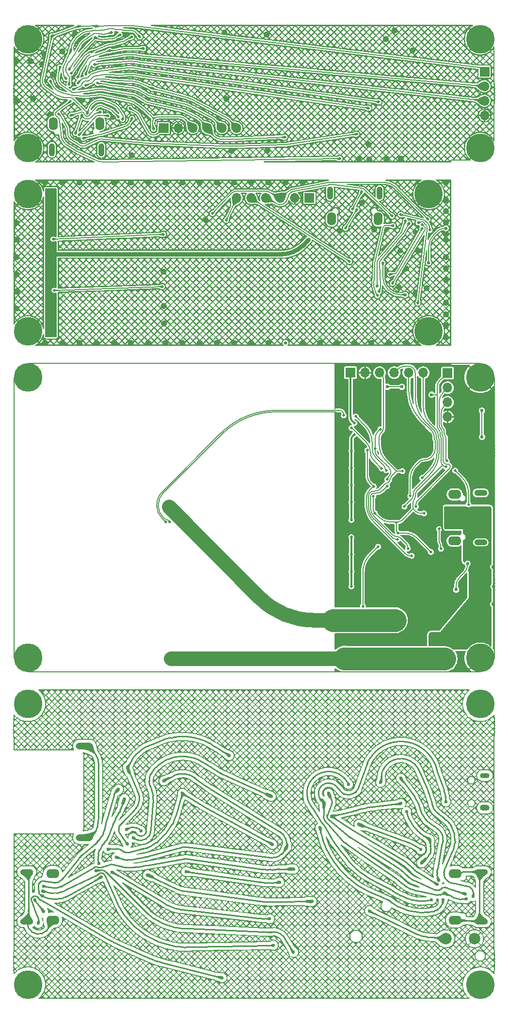
<source format=gbr>
%TF.GenerationSoftware,KiCad,Pcbnew,8.0.3*%
%TF.CreationDate,2024-07-18T08:21:33+12:00*%
%TF.ProjectId,Batch 1,42617463-6820-4312-9e6b-696361645f70,rev?*%
%TF.SameCoordinates,Original*%
%TF.FileFunction,Copper,L2,Bot*%
%TF.FilePolarity,Positive*%
%FSLAX46Y46*%
G04 Gerber Fmt 4.6, Leading zero omitted, Abs format (unit mm)*
G04 Created by KiCad (PCBNEW 8.0.3) date 2024-07-18 08:21:33*
%MOMM*%
%LPD*%
G01*
G04 APERTURE LIST*
%TA.AperFunction,Conductor*%
%ADD10C,0.200000*%
%TD*%
%TA.AperFunction,ComponentPad*%
%ADD11C,2.000000*%
%TD*%
%TA.AperFunction,ComponentPad*%
%ADD12O,1.000000X2.300000*%
%TD*%
%TA.AperFunction,ComponentPad*%
%ADD13O,1.600000X2.300000*%
%TD*%
%TA.AperFunction,ComponentPad*%
%ADD14C,0.400000*%
%TD*%
%TA.AperFunction,ComponentPad*%
%ADD15C,5.000000*%
%TD*%
%TA.AperFunction,ComponentPad*%
%ADD16O,2.300000X1.000000*%
%TD*%
%TA.AperFunction,ComponentPad*%
%ADD17O,2.300000X1.600000*%
%TD*%
%TA.AperFunction,ComponentPad*%
%ADD18R,1.700000X1.700000*%
%TD*%
%TA.AperFunction,ComponentPad*%
%ADD19O,1.700000X1.700000*%
%TD*%
%TA.AperFunction,ComponentPad*%
%ADD20O,1.700000X1.000000*%
%TD*%
%TA.AperFunction,ComponentPad*%
%ADD21O,1.700000X0.850000*%
%TD*%
%TA.AperFunction,ComponentPad*%
%ADD22C,0.500000*%
%TD*%
%TA.AperFunction,ComponentPad*%
%ADD23O,3.000000X1.200000*%
%TD*%
%TA.AperFunction,ViaPad*%
%ADD24C,0.600000*%
%TD*%
%TA.AperFunction,ViaPad*%
%ADD25C,0.500000*%
%TD*%
%TA.AperFunction,Conductor*%
%ADD26C,0.150000*%
%TD*%
%TA.AperFunction,Conductor*%
%ADD27C,0.127000*%
%TD*%
%TA.AperFunction,Conductor*%
%ADD28C,0.300000*%
%TD*%
%TA.AperFunction,Conductor*%
%ADD29C,0.800000*%
%TD*%
%TA.AperFunction,Conductor*%
%ADD30C,2.500000*%
%TD*%
%TA.AperFunction,Conductor*%
%ADD31C,4.000000*%
%TD*%
%TA.AperFunction,Conductor*%
%ADD32C,0.250000*%
%TD*%
G04 APERTURE END LIST*
D10*
%TO.N,GND*%
X73650000Y-120750000D02*
X73650000Y-123450000D01*
X73650000Y-82100000D02*
X73650000Y-116050000D01*
X20000000Y-73550000D02*
X99000000Y-73550000D01*
X101450000Y-125150000D02*
X101450000Y-76000000D01*
X73650000Y-127450000D02*
X73650000Y-126800000D01*
X99000000Y-127450000D02*
X20000000Y-127450000D01*
X73650000Y-73550000D02*
X73650000Y-81500000D01*
X17550000Y-125000000D02*
X17550000Y-76000000D01*
%TD*%
D11*
%TO.P,TP1,1,1*%
%TO.N,GND*%
X98000002Y-174000002D03*
%TD*%
D12*
%TO.P,J4,S1,SHIELD*%
%TO.N,/SHLD*%
X81420141Y-43824889D03*
D13*
X81160044Y-48375054D03*
X73039902Y-48375054D03*
D12*
X72780059Y-43824889D03*
%TD*%
D14*
%TO.P,M4,*%
%TO.N,GND*%
X99000000Y-38000000D03*
%TO.N,*%
X97585786Y-37414214D03*
X100414214Y-37414214D03*
X97000000Y-36000000D03*
D15*
%TO.N,GND*%
X99000000Y-36000000D03*
D14*
X101000000Y-36000000D03*
%TO.N,*%
X97585786Y-34585786D03*
%TO.N,GND*%
X100414214Y-34585786D03*
%TO.N,*%
X99000000Y-34000000D03*
%TD*%
%TO.P,M2,*%
%TO.N,*%
X20000000Y-38000000D03*
X18585786Y-37414214D03*
X21414214Y-37414214D03*
X18000000Y-36000000D03*
D15*
%TO.N,GND*%
X20000000Y-36000000D03*
D14*
%TO.N,*%
X22000000Y-36000000D03*
X18585786Y-34585786D03*
X21414214Y-34585786D03*
X20000000Y-34000000D03*
%TD*%
%TO.P,M15,*%
%TO.N,*%
X20000002Y-184000002D03*
X18585788Y-183414216D03*
X21414216Y-183414216D03*
X18000002Y-182000002D03*
D15*
X20000002Y-182000002D03*
D14*
X22000002Y-182000002D03*
X18585788Y-180585788D03*
X21414216Y-180585788D03*
X20000002Y-180000002D03*
%TD*%
D16*
%TO.P,J12,S1,SHIELD*%
%TO.N,Net-(D26-K)*%
X99200013Y-170986743D03*
D17*
X94649848Y-170726646D03*
X94649848Y-162606504D03*
D16*
X99200013Y-162346661D03*
%TD*%
%TO.P,J8,S1,SHIELD*%
%TO.N,/SHLD*%
X99088011Y-104820041D03*
D17*
X94537846Y-104559944D03*
X94537846Y-96439802D03*
D16*
X99088011Y-96179959D03*
%TD*%
D14*
%TO.P,M5,*%
%TO.N,*%
X20000000Y-46000000D03*
X18585786Y-45414214D03*
X21414214Y-45414214D03*
X18000000Y-44000000D03*
D15*
%TO.N,GND*%
X20000000Y-44000000D03*
D14*
%TO.N,*%
X22000000Y-44000000D03*
X18585786Y-42585786D03*
X21414214Y-42585786D03*
X20000000Y-42000000D03*
%TD*%
D18*
%TO.P,J5,1,Pin_1*%
%TO.N,+5V*%
X69160000Y-44700000D03*
D19*
%TO.P,J5,2,Pin_2*%
%TO.N,GND*%
X66620000Y-44700000D03*
%TO.P,J5,3,Pin_3*%
%TO.N,/Reset*%
X64080000Y-44700000D03*
%TO.P,J5,4,Pin_4*%
%TO.N,/BOOT_IO9*%
X61540000Y-44700000D03*
%TO.P,J5,5,Pin_5*%
%TO.N,/MCU_RX*%
X59000000Y-44700000D03*
%TO.P,J5,6,Pin_6*%
%TO.N,/MCU_TX*%
X56460000Y-44700000D03*
%TD*%
D18*
%TO.P,J6,1,Pin_1*%
%TO.N,+5V*%
X76360000Y-75200000D03*
D19*
%TO.P,J6,2,Pin_2*%
%TO.N,GND*%
X78900000Y-75200000D03*
%TO.P,J6,3,Pin_3*%
%TO.N,/Reset*%
X81440000Y-75200000D03*
%TO.P,J6,4,Pin_4*%
%TO.N,/BOOT0*%
X83980000Y-75200000D03*
%TO.P,J6,5,Pin_5*%
%TO.N,/MCU_RX*%
X86520000Y-75200000D03*
%TO.P,J6,6,Pin_6*%
%TO.N,/MCU_TX*%
X89060000Y-75200000D03*
%TD*%
D14*
%TO.P,M8,*%
%TO.N,*%
X20000000Y-78000000D03*
X18585786Y-77414214D03*
X21414214Y-77414214D03*
X18000000Y-76000000D03*
D15*
%TO.N,GND*%
X20000000Y-76000000D03*
D14*
%TO.N,*%
X22000000Y-76000000D03*
X18585786Y-74585786D03*
X21414214Y-74585786D03*
X20000000Y-74000000D03*
%TD*%
%TO.P,M1,*%
%TO.N,*%
X20000000Y-19000000D03*
X18585786Y-18414214D03*
X21414214Y-18414214D03*
X18000000Y-17000000D03*
D15*
%TO.N,GND*%
X20000000Y-17000000D03*
D14*
%TO.N,*%
X22000000Y-17000000D03*
X18585786Y-15585786D03*
X21414214Y-15585786D03*
X20000000Y-15000000D03*
%TD*%
D20*
%TO.P,J10,6,Shield*%
%TO.N,Net-(D26-K)*%
X99800002Y-151158302D03*
D21*
X99800002Y-145508302D03*
%TD*%
D14*
%TO.P,M16,*%
%TO.N,*%
X99000002Y-184000002D03*
X97585788Y-183414216D03*
X100414216Y-183414216D03*
X97000002Y-182000002D03*
D15*
X99000002Y-182000002D03*
D14*
X101000002Y-182000002D03*
X97585788Y-180585788D03*
X100414216Y-180585788D03*
X99000002Y-180000002D03*
%TD*%
%TO.P,M10,*%
%TO.N,*%
X99000000Y-78000000D03*
X97585786Y-77414214D03*
X100414214Y-77414214D03*
X97000000Y-76000000D03*
D15*
%TO.N,GND*%
X99000000Y-76000000D03*
D14*
%TO.N,*%
X101000000Y-76000000D03*
X97585786Y-74585786D03*
X100414214Y-74585786D03*
X99000000Y-74000000D03*
%TD*%
%TO.P,M14,*%
%TO.N,GND*%
X99000000Y-127000000D03*
%TO.N,*%
X97585786Y-126414214D03*
X100414214Y-126414214D03*
X97000000Y-125000000D03*
D15*
%TO.N,GND*%
X99000000Y-125000000D03*
D14*
X101000000Y-125000000D03*
%TO.N,*%
X97585786Y-123585786D03*
%TO.N,GND*%
X100414214Y-123585786D03*
%TO.N,*%
X99000000Y-123000000D03*
%TD*%
D22*
%TO.P,HC1,1*%
%TO.N,+5V*%
X45000000Y-125150000D03*
%TO.P,HC1,2*%
%TO.N,Net-(D1-A)*%
X44660000Y-98650000D03*
%TD*%
D14*
%TO.P,M11,*%
%TO.N,*%
X20000002Y-135000002D03*
X18585788Y-134414216D03*
X21414216Y-134414216D03*
X18000002Y-133000002D03*
D15*
X20000002Y-133000002D03*
D14*
X22000002Y-133000002D03*
X18585788Y-131585788D03*
X21414216Y-131585788D03*
X20000002Y-131000002D03*
%TD*%
D16*
%TO.P,J11,S1,SHIELD*%
%TO.N,/SHLD*%
X19799991Y-162346661D03*
D17*
X24350156Y-162606758D03*
X24350156Y-170726900D03*
D16*
X19799991Y-170986743D03*
%TD*%
D14*
%TO.P,M9,*%
%TO.N,GND*%
X90000000Y-70000000D03*
%TO.N,*%
X88585786Y-69414214D03*
X91414214Y-69414214D03*
X88000000Y-68000000D03*
D15*
%TO.N,GND*%
X90000000Y-68000000D03*
D14*
X92000000Y-68000000D03*
%TO.N,*%
X88585786Y-66585786D03*
%TO.N,GND*%
X91414214Y-66585786D03*
%TO.N,*%
X90000000Y-66000000D03*
%TD*%
%TO.P,M13,*%
%TO.N,*%
X99000002Y-135000002D03*
X97585788Y-134414216D03*
X100414216Y-134414216D03*
X97000002Y-133000002D03*
D15*
X99000002Y-133000002D03*
D14*
X101000002Y-133000002D03*
X97585788Y-131585788D03*
X100414216Y-131585788D03*
X99000002Y-131000002D03*
%TD*%
%TO.P,M3,*%
%TO.N,*%
X99000000Y-19000000D03*
X97585786Y-18414214D03*
X100414214Y-18414214D03*
X97000000Y-17000000D03*
D15*
%TO.N,GND*%
X99000000Y-17000000D03*
D14*
%TO.N,*%
X101000000Y-17000000D03*
X97585786Y-15585786D03*
X100414214Y-15585786D03*
X99000000Y-15000000D03*
%TD*%
D11*
%TO.P,TP2,1,1*%
%TO.N,+3V0*%
X93000002Y-174000002D03*
%TD*%
D14*
%TO.P,M12,*%
%TO.N,*%
X20000000Y-127000000D03*
X18585786Y-126414214D03*
X21414214Y-126414214D03*
X18000000Y-125000000D03*
D15*
%TO.N,GND*%
X20000000Y-125000000D03*
D14*
%TO.N,*%
X22000000Y-125000000D03*
X18585786Y-123585786D03*
X21414214Y-123585786D03*
X20000000Y-123000000D03*
%TD*%
D18*
%TO.P,J3,1,Pin_1*%
%TO.N,+3.3V*%
X99750000Y-22670000D03*
D19*
%TO.P,J3,2,Pin_2*%
%TO.N,/SWDIO*%
X99750000Y-25210000D03*
%TO.P,J3,3,Pin_3*%
%TO.N,/SWDCLK*%
X99750000Y-27750000D03*
%TO.P,J3,4,Pin_4*%
%TO.N,GND*%
X99750000Y-30290000D03*
%TD*%
D14*
%TO.P,M6,*%
%TO.N,*%
X90000000Y-46000000D03*
X88585786Y-45414214D03*
X91414214Y-45414214D03*
X88000000Y-44000000D03*
D15*
%TO.N,GND*%
X90000000Y-44000000D03*
D14*
%TO.N,*%
X92000000Y-44000000D03*
X88585786Y-42585786D03*
X91414214Y-42585786D03*
X90000000Y-42000000D03*
%TD*%
D12*
%TO.P,J1,S1,SHIELD*%
%TO.N,/SHLD*%
X24179959Y-36275111D03*
D13*
X24440056Y-31724946D03*
X32560198Y-31724946D03*
D12*
X32820041Y-36275111D03*
%TD*%
D18*
%TO.P,J7,1,Pin_1*%
%TO.N,+3.3V*%
X93300000Y-75300000D03*
D19*
%TO.P,J7,2,Pin_2*%
%TO.N,/SWDIO*%
X93300000Y-77840000D03*
%TO.P,J7,3,Pin_3*%
%TO.N,/SWDCLK*%
X93300000Y-80380000D03*
%TO.P,J7,4,Pin_4*%
%TO.N,GND*%
X93300000Y-82920000D03*
%TD*%
D18*
%TO.P,J2,1,Pin_1*%
%TO.N,+5V*%
X43710000Y-32500000D03*
D19*
%TO.P,J2,2,Pin_2*%
%TO.N,GND*%
X46250000Y-32500000D03*
%TO.P,J2,3,Pin_3*%
%TO.N,/Reset*%
X48790000Y-32500000D03*
%TO.P,J2,4,Pin_4*%
%TO.N,/BOOT0*%
X51330000Y-32500000D03*
%TO.P,J2,5,Pin_5*%
%TO.N,/MCU_RX*%
X53870000Y-32500000D03*
%TO.P,J2,6,Pin_6*%
%TO.N,/MCU_TX*%
X56410000Y-32500000D03*
%TD*%
D23*
%TO.P,J9,10,SHIELD*%
%TO.N,/SHLD*%
X29874881Y-140333302D03*
X29874881Y-156333302D03*
%TD*%
D14*
%TO.P,M7,*%
%TO.N,*%
X20000000Y-70000000D03*
X18585786Y-69414214D03*
X21414214Y-69414214D03*
X18000000Y-68000000D03*
D15*
%TO.N,GND*%
X20000000Y-68000000D03*
D14*
%TO.N,*%
X22000000Y-68000000D03*
X18585786Y-66585786D03*
X21414214Y-66585786D03*
X20000000Y-66000000D03*
%TD*%
D24*
%TO.N,GND*%
X71000000Y-70000000D03*
X20870000Y-27380000D03*
D25*
X74300000Y-115200000D03*
D24*
X35000000Y-70000000D03*
X50000000Y-70000000D03*
D25*
X82100000Y-86000000D03*
D24*
X56000000Y-70000000D03*
X80470000Y-50190000D03*
X23000000Y-70000000D03*
X89650000Y-60460000D03*
X93000000Y-63000000D03*
X93000000Y-51000000D03*
D25*
X93641300Y-85599000D03*
D24*
X101200000Y-109100000D03*
X93000000Y-55000000D03*
D25*
X86300000Y-86000000D03*
D24*
X78340000Y-45570000D03*
X56000000Y-42000000D03*
D25*
X82749900Y-37835200D03*
D24*
X88140000Y-53920000D03*
X38150000Y-37220000D03*
D25*
X79300000Y-115700000D03*
D24*
X23000000Y-42000000D03*
D25*
X92900000Y-103100000D03*
D24*
X18000000Y-58000000D03*
D25*
X44750000Y-101250000D03*
D24*
X87100000Y-108100000D03*
X74000000Y-70000000D03*
X35620000Y-21590000D03*
X84030000Y-15450000D03*
X61760000Y-36440000D03*
X24350000Y-23140000D03*
X28780000Y-34460000D03*
X29000000Y-70000000D03*
X18000000Y-55000000D03*
D25*
X85000000Y-53900000D03*
D24*
X18120000Y-27780000D03*
X86000000Y-70000000D03*
X93000000Y-57000000D03*
X85150000Y-37830000D03*
X91320000Y-107590000D03*
D25*
X96300000Y-97900000D03*
D24*
X68000000Y-42000000D03*
X38000000Y-42000000D03*
D25*
X74500000Y-82500000D03*
D24*
X68000000Y-70000000D03*
X82530000Y-16960000D03*
X77000000Y-70000000D03*
X100800000Y-89200000D03*
D25*
X76500000Y-121800000D03*
D24*
X91160000Y-104750000D03*
X35000000Y-42000000D03*
X18000000Y-52000000D03*
X54350000Y-15840000D03*
D25*
X85000000Y-86000000D03*
D24*
X20500000Y-20830000D03*
X94490000Y-107520000D03*
X36100000Y-20430000D03*
X38000000Y-70000000D03*
X65000000Y-42000000D03*
X29600000Y-25560000D03*
X18000000Y-61000000D03*
X101300000Y-112500000D03*
X93000000Y-52000000D03*
D25*
X79800000Y-121800000D03*
D24*
X86090000Y-57010000D03*
X26010000Y-19140000D03*
X93000000Y-45000000D03*
X94050000Y-117050000D03*
D25*
X84000000Y-121800000D03*
D24*
X101200000Y-115600000D03*
X22460000Y-21360000D03*
X93000000Y-61000000D03*
D25*
X89000000Y-89500000D03*
D24*
X47000000Y-70000000D03*
X93000000Y-59000000D03*
X18000000Y-64000000D03*
X32000000Y-70000000D03*
X92700000Y-118450000D03*
X93000000Y-67000000D03*
D25*
X89900000Y-88700000D03*
D24*
X77850000Y-97500000D03*
D25*
X82511600Y-49990900D03*
D24*
X84830000Y-60320000D03*
X47000000Y-42000000D03*
X80000000Y-70000000D03*
X43770000Y-66590000D03*
X93000000Y-42000000D03*
D25*
X74456100Y-50467500D03*
D24*
X61700000Y-16170000D03*
X23870000Y-30100000D03*
D25*
X82500000Y-89000000D03*
D24*
X37150000Y-16260000D03*
X87180000Y-18930000D03*
X93000000Y-69000000D03*
X50000000Y-42000000D03*
X62000000Y-42000000D03*
X83000000Y-70000000D03*
X79510000Y-35330000D03*
D25*
X90600000Y-87200000D03*
X82700000Y-115700000D03*
D24*
X87730000Y-61230000D03*
X34770000Y-30570000D03*
X26000000Y-70000000D03*
X29320000Y-27720000D03*
X100800000Y-94200000D03*
X87000000Y-112950000D03*
X54650000Y-27440000D03*
X39440000Y-27870000D03*
D25*
X86300000Y-92400000D03*
D24*
X55520000Y-36440000D03*
X79600000Y-38000000D03*
X44000000Y-70000000D03*
D25*
X84400000Y-89393400D03*
D24*
X22800000Y-19560000D03*
X93000000Y-49000000D03*
X28230000Y-15950000D03*
X59000000Y-70000000D03*
X53000000Y-42000000D03*
D25*
X90370000Y-86140000D03*
D24*
X96500000Y-110550000D03*
X93000000Y-65000000D03*
X44000000Y-42000000D03*
X26000000Y-42000000D03*
D25*
X77749900Y-37835200D03*
X81900000Y-88070000D03*
X89000000Y-86000000D03*
D24*
X18000000Y-49000000D03*
X41000000Y-70000000D03*
X53000000Y-70000000D03*
X43710000Y-63540000D03*
X59000000Y-42000000D03*
X51000000Y-48500000D03*
D25*
X88000000Y-89500000D03*
D24*
X32000000Y-42000000D03*
X17990000Y-20720000D03*
X41000000Y-42000000D03*
X62000000Y-70000000D03*
X93000000Y-47000000D03*
D25*
X87700000Y-50700000D03*
X83500000Y-86000000D03*
X74400000Y-121800000D03*
D24*
X43690000Y-57560000D03*
D25*
X87500000Y-86000000D03*
D24*
X29000000Y-42000000D03*
D25*
X81850000Y-86850000D03*
X92900000Y-97600000D03*
%TO.N,+3.3V*%
X89200000Y-99749900D03*
X31924800Y-14750100D03*
X36537600Y-30952500D03*
D24*
X85314000Y-77664000D03*
D25*
X30348200Y-29924800D03*
D24*
X90500000Y-79050000D03*
X90000000Y-56000000D03*
D25*
X84596200Y-103173800D03*
X80350100Y-96759500D03*
D24*
X85900000Y-61600000D03*
D25*
X90400000Y-106500000D03*
X81975800Y-56032900D03*
X28824800Y-14750100D03*
X80600000Y-99700000D03*
X24181800Y-16415000D03*
D24*
X82800000Y-77650000D03*
X93000000Y-50000000D03*
D25*
X93010000Y-91640000D03*
%TO.N,/Reset*%
X52227000Y-47412300D03*
D24*
X99294700Y-81805300D03*
D25*
X23890000Y-24249900D03*
X89856200Y-48412500D03*
D24*
X99300000Y-86400000D03*
D25*
X41948700Y-32652900D03*
X85398100Y-92392200D03*
X84559000Y-104300000D03*
%TO.N,+5V*%
X76500000Y-100900000D03*
D24*
X24500000Y-63500000D03*
D25*
X76500000Y-112500000D03*
X76500000Y-109900000D03*
D24*
X80820000Y-125150000D03*
D25*
X89000000Y-125150000D03*
D24*
X77500000Y-125100000D03*
D25*
X77000000Y-84000000D03*
X76500000Y-88800000D03*
D24*
X24500000Y-57500000D03*
D25*
X76500000Y-106900000D03*
D24*
X24500000Y-48500000D03*
D25*
X94000000Y-126500000D03*
D24*
X24500000Y-54500000D03*
X24500000Y-66500000D03*
X24500000Y-45500000D03*
D25*
X76500000Y-91800000D03*
X76500000Y-103900000D03*
X91000000Y-126500000D03*
X37819700Y-29060100D03*
X76500000Y-94800000D03*
X90000000Y-126500000D03*
X77000000Y-86000000D03*
D24*
X84050000Y-125150000D03*
D25*
X92000000Y-126500000D03*
X93000000Y-126500000D03*
D24*
X69000000Y-52000000D03*
D25*
X76500000Y-97800000D03*
%TO.N,/MCU_TX*%
X41698500Y-25578800D03*
X85758700Y-98580700D03*
X54620300Y-48567800D03*
X30083100Y-25015100D03*
%TO.N,/MCU_RX*%
X86780100Y-96720000D03*
X76171600Y-55779800D03*
X32122900Y-24663100D03*
%TO.N,/BOOT0*%
X64888100Y-34071000D03*
X88844500Y-93566400D03*
X25582100Y-21820900D03*
%TO.N,Net-(J2-D--PadA7)*%
X75466300Y-49967500D03*
X32652100Y-29712700D03*
X29391900Y-30224100D03*
X77450700Y-46726100D03*
X28332200Y-33418900D03*
%TO.N,Net-(J2-D+-PadA6)*%
X33997600Y-30357600D03*
X28958800Y-33681600D03*
%TO.N,/SWDCLK*%
X31618900Y-21429000D03*
X93158800Y-90621200D03*
%TO.N,/SWDIO*%
X30098500Y-23066600D03*
X87788000Y-98557300D03*
D24*
%TO.N,/TX2+*%
X47614902Y-162278602D03*
X63959002Y-164127702D03*
%TO.N,/RX2-*%
X40898202Y-162863902D03*
X39731902Y-155154502D03*
X69639502Y-167471602D03*
X37200002Y-154918002D03*
%TO.N,/TX1+*%
X62710902Y-157531702D03*
X46981902Y-148616902D03*
X33972802Y-158361502D03*
%TO.N,/TX1-*%
X65185102Y-158038402D03*
X35439002Y-159791602D03*
X43752302Y-146423602D03*
%TO.N,/RX1-*%
X22714702Y-164823802D03*
X66450602Y-161843502D03*
%TO.N,/D-*%
X35822702Y-147895502D03*
X22539402Y-166554902D03*
X32801702Y-163202802D03*
%TO.N,/D+*%
X32434302Y-160879202D03*
X36884402Y-149555402D03*
D25*
%TO.N,/CC2*%
X38191000Y-30824000D03*
X96953800Y-98244400D03*
D24*
X53904202Y-180805002D03*
D25*
X78323000Y-43598600D03*
D24*
X21838902Y-171298102D03*
D25*
X94614700Y-92283100D03*
X29664200Y-34269400D03*
X76705600Y-46640600D03*
%TO.N,/CC1*%
X35812400Y-30565100D03*
X91800000Y-102471700D03*
X27510800Y-30281400D03*
D24*
X31899302Y-162136702D03*
D25*
X92140000Y-105930000D03*
D24*
X66386602Y-176357102D03*
%TO.N,/SBU1*%
X62210202Y-170525102D03*
X34690502Y-162340602D03*
%TO.N,/SBU2*%
X62849902Y-175137202D03*
X22610202Y-165715102D03*
%TO.N,Net-(LED6-K)*%
X65000000Y-70000000D03*
D25*
%TO.N,/BOOT1*%
X77288300Y-82832100D03*
X82580000Y-92240000D03*
X27422500Y-27810000D03*
X74489300Y-37815900D03*
%TO.N,VBUS*%
X100500000Y-116500000D03*
X90500000Y-121000000D03*
X93500000Y-121000000D03*
X96500000Y-107500000D03*
X96500000Y-105000000D03*
X100500000Y-102000000D03*
X100500000Y-107500000D03*
X100500000Y-121100000D03*
X93000000Y-102000000D03*
X96500000Y-102000000D03*
X94500000Y-119000000D03*
X96500000Y-117000000D03*
X99300000Y-113900000D03*
X94500000Y-121000000D03*
X92500000Y-121000000D03*
X100500000Y-118500000D03*
X99400000Y-111150000D03*
X91500000Y-121000000D03*
X93000000Y-99000000D03*
X100500000Y-99000000D03*
%TO.N,/Vol+*%
X36091800Y-16204600D03*
X27196500Y-22254600D03*
X31757300Y-16684300D03*
%TO.N,/Vol-*%
X31126100Y-19169500D03*
X27553400Y-22905400D03*
X38115900Y-16577700D03*
%TO.N,/Mute_Mic*%
X27514100Y-18968600D03*
X26618900Y-23850000D03*
X39544800Y-16599200D03*
%TO.N,/Copy*%
X27164400Y-24869400D03*
X34625900Y-15809200D03*
%TO.N,/Paste*%
X28706700Y-23612800D03*
X40183900Y-18636500D03*
X34277700Y-18984000D03*
%TO.N,/Play{slash}Pause*%
X25346300Y-30022700D03*
X77406300Y-33552100D03*
%TO.N,/Eject*%
X27948500Y-25706800D03*
X79507100Y-29030500D03*
%TO.N,/Print_Screen*%
X81285000Y-27933700D03*
X28747400Y-24632200D03*
%TO.N,/BOOT_IO9*%
X83605200Y-47853100D03*
%TO.N,/Neopixel Bus*%
X88854900Y-50026700D03*
X80420100Y-95062300D03*
X79257900Y-88757100D03*
X83215400Y-58033500D03*
X87028400Y-107150600D03*
%TO.N,Net-(U3-GPIO2)*%
X90226100Y-50323700D03*
X85087700Y-47598400D03*
%TO.N,/Flashlight*%
X83679500Y-59586900D03*
X88825300Y-49376700D03*
%TO.N,/Rainbow*%
X88173000Y-49013700D03*
X88105000Y-63038800D03*
%TO.N,/Sea*%
X86563300Y-49114200D03*
X81305800Y-61045000D03*
%TO.N,/Noise*%
X85942800Y-48692900D03*
X81007400Y-60130200D03*
%TO.N,/Game of Life*%
X83791200Y-49558500D03*
X81059500Y-61753400D03*
%TO.N,Net-(RGB22-DO)*%
X43666600Y-51057500D03*
X24405800Y-51903100D03*
%TO.N,Net-(RGB43-DO)*%
X43456100Y-60175000D03*
X24583700Y-60825100D03*
%TO.N,Net-(RGB11-VDD)*%
X80660000Y-88490000D03*
X81560500Y-85054500D03*
X82759900Y-93798100D03*
D24*
%TO.N,/Down*%
X94800000Y-113050000D03*
X96800000Y-108500000D03*
D25*
%TO.N,Net-(D1-A)*%
X80800000Y-118400000D03*
D24*
X77500000Y-118400000D03*
D25*
X79600000Y-118400000D03*
X84200000Y-118435100D03*
X83100000Y-118435100D03*
%TO.N,/Temp_Coil*%
X81790000Y-91930000D03*
X76521100Y-84868000D03*
%TO.N,/Hotplate_EN*%
X82742400Y-94999900D03*
X86369400Y-105893800D03*
%TO.N,Net-(R28-Pad2)*%
X75137600Y-82662600D03*
X44096200Y-101265200D03*
%TO.N,Net-(R29-Pad2)*%
X81143500Y-105570500D03*
X78500000Y-115950000D03*
D24*
%TO.N,+3V0*%
X79651702Y-169115702D03*
%TO.N,Net-(D1-K)*%
X91722002Y-163817902D03*
X85136502Y-145978302D03*
%TO.N,Net-(D7-K)*%
X97741102Y-166638202D03*
X81617102Y-146712402D03*
%TO.N,Net-(D9-K)*%
X90142602Y-156644402D03*
X86126402Y-151796602D03*
X88761102Y-160768602D03*
%TO.N,Net-(D15-K)*%
X91502802Y-164523302D03*
X85163002Y-150399702D03*
X73051102Y-152617102D03*
%TO.N,Net-(D22-K)*%
X90515202Y-167200502D03*
X75977702Y-147047902D03*
%TO.N,Net-(D20-K)*%
X88620902Y-158427702D03*
X77802502Y-154021302D03*
%TO.N,Net-(D24-K)*%
X72515202Y-148598702D03*
X96442502Y-166157902D03*
%TO.N,Net-(D25-K)*%
X92524302Y-167199502D03*
X71020402Y-154594602D03*
%TO.N,Net-(D28-K)*%
X93000302Y-150105102D03*
X96559702Y-167012902D03*
X71685402Y-150163702D03*
X92799002Y-166032502D03*
%TO.N,/VBUS*%
X37374502Y-144113402D03*
X55153202Y-142022102D03*
X37355302Y-157451902D03*
%TO.N,/USB_GND*%
X22731102Y-169267702D03*
X21195602Y-167183202D03*
X38376302Y-156376702D03*
X62494302Y-149136302D03*
%TD*%
D26*
%TO.N,GND*%
X20518101Y-45913214D02*
X20522700Y-45947802D01*
X76500000Y-121800000D02*
X79800000Y-121800000D01*
D27*
X44750000Y-101250000D02*
X44407230Y-100907230D01*
D26*
X20502014Y-45845345D02*
X20000000Y-44000000D01*
D27*
X43878369Y-100688169D02*
X43553951Y-100363751D01*
D26*
X94375000Y-90719417D02*
X94375000Y-86851504D01*
D27*
X42754000Y-98311900D02*
X42754000Y-98432498D01*
D26*
X20502014Y-66154654D02*
X20000000Y-68000000D01*
D10*
X97343994Y-35314063D02*
X98146450Y-35646450D01*
D26*
X20522699Y-66052197D02*
X20518101Y-66086785D01*
D10*
X97135706Y-35244750D02*
X97025701Y-35233050D01*
D26*
X20525000Y-45982550D02*
X20525000Y-46017450D01*
X93641300Y-85599000D02*
X94008150Y-85965850D01*
D28*
X92900000Y-97600000D02*
X92612500Y-97887500D01*
D10*
X99923875Y-36000000D02*
X101000000Y-36000000D01*
D26*
X76500000Y-121800000D02*
X74400000Y-121800000D01*
D10*
X96916300Y-35237200D02*
X96807495Y-35257177D01*
D27*
X74500000Y-82500000D02*
X74450000Y-82500000D01*
D26*
X20511200Y-66120950D02*
X20502014Y-66154654D01*
D10*
X100414200Y-34585800D02*
X99572725Y-35427274D01*
X97241800Y-35271750D02*
X97343994Y-35314063D01*
D26*
X90999990Y-68000000D02*
X92000000Y-68000000D01*
X93300000Y-85016364D02*
X93300000Y-82920000D01*
D27*
X74167000Y-82267000D02*
X74364644Y-82464644D01*
D26*
X92900000Y-97600000D02*
X92900000Y-94280382D01*
D10*
X99000000Y-36923875D02*
X99000000Y-38000000D01*
D28*
X92900000Y-103100000D02*
X92612500Y-102812500D01*
D26*
X90000000Y-68999990D02*
X90000000Y-70000000D01*
X93641300Y-85599000D02*
X93470650Y-85428350D01*
X90572725Y-67427274D02*
X91414200Y-66585800D01*
X20525000Y-65982550D02*
X20525000Y-66017450D01*
D27*
X63414912Y-82034000D02*
X73604488Y-82034000D01*
X53795515Y-86018484D02*
X43639226Y-96174773D01*
D26*
X20502014Y-45845345D02*
X20511200Y-45879050D01*
D28*
X92325000Y-102118413D02*
X92325000Y-98581586D01*
D26*
X20511200Y-45879050D02*
G75*
G02*
X20518108Y-45913213I-250600J-68450D01*
G01*
D28*
X92325000Y-102118413D02*
G75*
G03*
X92612504Y-102812496I981600J13D01*
G01*
D27*
X43639226Y-96174773D02*
G75*
G03*
X42753983Y-98311900I2137074J-2137127D01*
G01*
D26*
X90999990Y-68000000D02*
G75*
G03*
X90000000Y-68999990I10J-1000000D01*
G01*
D27*
X44407230Y-100907230D02*
G75*
G03*
X44142800Y-100797711I-264430J-264470D01*
G01*
D26*
X20522700Y-45947802D02*
G75*
G02*
X20525005Y-45982550I-261500J-34798D01*
G01*
X93637500Y-92499900D02*
G75*
G03*
X92899993Y-94280382I1780500J-1780500D01*
G01*
X20518101Y-66086785D02*
G75*
G02*
X20511196Y-66120949I-257601J34285D01*
G01*
D10*
X99572725Y-35427274D02*
G75*
G03*
X99923874Y-35999995I300075J-210026D01*
G01*
D27*
X74167000Y-82267000D02*
G75*
G03*
X73604488Y-82034005I-562500J-562500D01*
G01*
D26*
X90000000Y-68999990D02*
G75*
G02*
X90572715Y-67427265I2204700J87790D01*
G01*
D28*
X92612500Y-97887500D02*
G75*
G03*
X92324994Y-98581586I694100J-694100D01*
G01*
D10*
X99923875Y-36000000D02*
G75*
G03*
X99000000Y-36923875I25J-923900D01*
G01*
D26*
X94008150Y-85965850D02*
G75*
G02*
X94374998Y-86851504I-885650J-885650D01*
G01*
D27*
X74364644Y-82464644D02*
G75*
G03*
X74450000Y-82500003I85356J85344D01*
G01*
D26*
X20525000Y-66017450D02*
G75*
G02*
X20522693Y-66052196I-263600J50D01*
G01*
X94375000Y-90719417D02*
G75*
G02*
X93637495Y-92499895I-2518000J17D01*
G01*
X90572725Y-67427274D02*
G75*
G03*
X90999979Y-67999947I347275J-186626D01*
G01*
D10*
X98146450Y-35646450D02*
G75*
G03*
X99572744Y-35427295I548250J1182750D01*
G01*
X97135706Y-35244750D02*
G75*
G02*
X97241804Y-35271741I-40506J-381250D01*
G01*
D27*
X63414912Y-82034000D02*
G75*
G03*
X53795506Y-86018475I-12J-13603900D01*
G01*
X43878369Y-100688169D02*
G75*
G03*
X44142800Y-100797689I264431J264469D01*
G01*
X42754000Y-98432498D02*
G75*
G03*
X43553951Y-100363751I2731200J-2D01*
G01*
D26*
X93300000Y-85016364D02*
G75*
G03*
X93470640Y-85428360I582600J-36D01*
G01*
D10*
X99000000Y-36923875D02*
G75*
G03*
X98146447Y-35646456I-1382700J-25D01*
G01*
X97025701Y-35233050D02*
G75*
G03*
X96916299Y-35237193I-40401J-379650D01*
G01*
%TO.N,+3.3V*%
X34653802Y-28289842D02*
X34937800Y-28402550D01*
D26*
X92551516Y-76048483D02*
X93300000Y-75300000D01*
X82921321Y-60721321D02*
X82878680Y-60678680D01*
D10*
X98895501Y-21919924D02*
X98892511Y-21919775D01*
D26*
X87655100Y-96821310D02*
X87655100Y-96588000D01*
D27*
X82814000Y-77664000D02*
X82800000Y-77650000D01*
D26*
X83250453Y-101252600D02*
X84007450Y-101252600D01*
D27*
X90500000Y-79050000D02*
X91475000Y-79050000D01*
D10*
X98901500Y-21920000D02*
X98950000Y-21920000D01*
X35442438Y-28739410D02*
X35200639Y-28552372D01*
X35587150Y-14600199D02*
X35587250Y-14600200D01*
D26*
X92317750Y-91145450D02*
X92603250Y-91430950D01*
X80350100Y-96759500D02*
X80350100Y-99273394D01*
D10*
X36545856Y-30936453D02*
X36596650Y-30837950D01*
X36406786Y-29985309D02*
X36544800Y-30173900D01*
X98901500Y-21920000D02*
X98898500Y-21920000D01*
D26*
X91475000Y-77686338D02*
X91475000Y-79050000D01*
D10*
X33602547Y-27872607D02*
X34653802Y-28289842D01*
D26*
X84007450Y-101252600D02*
X84695150Y-101252600D01*
D10*
X35587350Y-14600200D02*
X35587250Y-14600200D01*
D26*
X82000000Y-56074211D02*
X82000000Y-58557359D01*
X90000000Y-56000000D02*
X90000000Y-53242641D01*
D10*
X38204946Y-14602076D02*
X38264140Y-14605622D01*
X38382298Y-14618059D02*
X98886497Y-21919118D01*
D26*
X85042641Y-61600000D02*
X85900000Y-61600000D01*
D10*
X35587350Y-14600200D02*
X36091700Y-14600200D01*
X35834047Y-29202801D02*
X36406786Y-29985309D01*
X31318701Y-14679075D02*
X31556716Y-14696426D01*
D26*
X87949763Y-104049763D02*
X90400000Y-106500000D01*
X84473750Y-103051350D02*
X84596200Y-103173800D01*
X87290499Y-99001099D02*
X85282138Y-101009461D01*
D10*
X34660013Y-14600103D02*
X35587150Y-14600199D01*
X30343874Y-29911592D02*
X30326100Y-29856650D01*
X38145600Y-14600300D02*
X38086200Y-14600300D01*
X22697461Y-24913138D02*
X22557029Y-24541936D01*
D26*
X93010000Y-91640000D02*
X92911150Y-91640000D01*
D10*
X32622499Y-27651999D02*
X32827137Y-27649050D01*
X31837211Y-27819744D02*
X31837190Y-27819754D01*
D26*
X88004693Y-95744006D02*
X92317750Y-91430950D01*
X92742402Y-91570102D02*
X92603250Y-91430950D01*
D10*
X99035355Y-21955355D02*
X99750000Y-22670000D01*
X25732600Y-27032808D02*
X25276315Y-26868796D01*
X22611128Y-23773995D02*
X22528250Y-24162200D01*
X36545856Y-30936453D02*
X36540350Y-30947150D01*
X22927250Y-25216900D02*
X23246349Y-25453101D01*
X26686849Y-27153217D02*
X27399851Y-27190974D01*
X38323300Y-14610950D02*
X38382298Y-14618059D01*
D26*
X80600000Y-99700000D02*
X81376300Y-100476300D01*
X92828427Y-50000000D02*
X93000000Y-50000000D01*
D10*
X24463665Y-26354179D02*
X24853350Y-26642600D01*
X30346750Y-29920400D02*
X30348200Y-29924800D01*
D26*
X84351300Y-101596450D02*
X84351300Y-102755729D01*
D10*
X26202750Y-27127600D02*
X26686849Y-27153217D01*
D26*
X87459050Y-97278450D02*
X87470431Y-97267069D01*
D10*
X31032813Y-28421460D02*
X31175600Y-28274850D01*
X27808700Y-27325700D02*
X27888692Y-27402108D01*
D26*
X91475000Y-79050000D02*
X91475000Y-84463746D01*
D10*
X24181800Y-16415000D02*
X22611128Y-23773995D01*
X37114850Y-14600300D02*
X37114750Y-14600300D01*
D27*
X85314000Y-77664000D02*
X82814000Y-77664000D01*
D10*
X36622901Y-30384693D02*
X36641098Y-30617611D01*
D26*
X87290500Y-98946100D02*
X87345500Y-99001100D01*
D10*
X36092099Y-14600200D02*
X37114650Y-14600299D01*
D26*
X92487500Y-76075000D02*
X92465550Y-76075000D01*
D10*
X33222050Y-27721600D02*
X33602547Y-27872607D01*
X30207466Y-29638776D02*
X30273754Y-29744456D01*
D26*
X90878680Y-51121320D02*
X91414214Y-50585786D01*
D10*
X30348200Y-29924800D02*
X30662279Y-29138392D01*
X36092099Y-14600200D02*
X36091900Y-14600200D01*
D26*
X92407904Y-76085995D02*
X91946950Y-76546950D01*
X89200000Y-99749900D02*
X88643226Y-99749900D01*
X81987900Y-56045000D02*
X81975800Y-56032900D01*
D10*
X27717930Y-27265552D02*
X27616383Y-27221653D01*
X31793100Y-14726299D02*
X31903348Y-14746208D01*
X36537600Y-30952500D02*
X36540350Y-30947150D01*
D26*
X87345500Y-99001100D02*
X87706150Y-99361750D01*
D10*
X35653550Y-28956200D02*
X35834047Y-29202801D01*
X28824800Y-14750100D02*
X30841950Y-14682402D01*
X30814100Y-28758200D02*
X30662279Y-29138392D01*
D26*
X92465550Y-76075000D02*
X92434450Y-76075000D01*
X84596200Y-103173800D02*
X85835000Y-103173800D01*
D10*
X31903348Y-14746208D02*
X31917650Y-14748800D01*
X37114650Y-14600299D02*
X37114750Y-14600300D01*
X37114850Y-14600300D02*
X38086200Y-14600300D01*
X30038969Y-29456482D02*
X27888692Y-27402108D01*
X30038969Y-29456482D02*
X30129200Y-29542750D01*
X36091900Y-14600200D02*
X36091700Y-14600200D01*
D26*
X92008800Y-85752453D02*
X92008800Y-86263878D01*
D10*
X27399851Y-27190974D02*
X27510350Y-27196800D01*
D26*
X87263000Y-98879709D02*
X87263000Y-97751536D01*
D10*
X31924800Y-14750100D02*
X34524040Y-14603910D01*
X24181800Y-16415000D02*
X28824800Y-14750100D01*
D26*
X80600000Y-99700000D02*
X80475050Y-99575050D01*
D10*
X24463665Y-26354179D02*
X23246349Y-25453101D01*
X31924800Y-14750100D02*
X31917650Y-14748800D01*
X31080450Y-14674400D02*
X30841950Y-14682402D01*
D26*
X92175000Y-86665121D02*
X92175000Y-90800821D01*
D10*
X31556716Y-14696426D02*
G75*
G02*
X31793099Y-14726304I-163716J-2245274D01*
G01*
D26*
X85282138Y-101009461D02*
G75*
G02*
X84695150Y-101252643I-587038J586961D01*
G01*
D10*
X27717930Y-27265552D02*
G75*
G02*
X27808689Y-27325711I-122630J-283548D01*
G01*
X98889500Y-21919500D02*
G75*
G03*
X98892511Y-21919776I4900J36900D01*
G01*
D26*
X87949763Y-104049763D02*
G75*
G03*
X85835000Y-103173792I-2114763J-2114737D01*
G01*
D10*
X98886497Y-21919118D02*
G75*
G02*
X98889500Y-21919500I-27297J-226382D01*
G01*
X34937800Y-28402550D02*
G75*
G02*
X35200639Y-28552372I-399000J-1005450D01*
G01*
X38204946Y-14602076D02*
G75*
G03*
X38145600Y-14600300I-59346J-990424D01*
G01*
X31837190Y-27819754D02*
G75*
G03*
X31175586Y-28274836I814810J-1893046D01*
G01*
D26*
X87263000Y-98879709D02*
G75*
G03*
X87290503Y-98946097I93900J9D01*
G01*
X92008800Y-86263878D02*
G75*
G03*
X92091894Y-86464506I283700J-22D01*
G01*
D10*
X31318701Y-14679075D02*
G75*
G03*
X31080450Y-14674405I-163001J-2236125D01*
G01*
D26*
X87706150Y-99361750D02*
G75*
G03*
X88643226Y-99749889I937050J937050D01*
G01*
X85042641Y-61600000D02*
G75*
G02*
X82921301Y-60721341I-41J3000000D01*
G01*
X92742402Y-91570102D02*
G75*
G03*
X92911150Y-91640049I168798J168702D01*
G01*
X87655100Y-96821310D02*
G75*
G02*
X87470420Y-97267058I-630300J10D01*
G01*
X91741900Y-85108100D02*
G75*
G02*
X92008819Y-85752453I-644400J-644400D01*
G01*
D10*
X99035355Y-21955355D02*
G75*
G03*
X98950000Y-21919997I-85355J-85345D01*
G01*
X98895501Y-21919924D02*
G75*
G03*
X98898500Y-21920001I3099J62424D01*
G01*
X22697461Y-24913138D02*
G75*
G03*
X22927267Y-25216877I631439J238938D01*
G01*
D26*
X84351300Y-101596450D02*
G75*
G03*
X84007450Y-101252600I-343900J-50D01*
G01*
D10*
X30129200Y-29542750D02*
G75*
G02*
X30207459Y-29638780I-347200J-362850D01*
G01*
D26*
X88004693Y-95744006D02*
G75*
G03*
X87655103Y-96588000I844007J-843994D01*
G01*
X92175000Y-90800821D02*
G75*
G03*
X92317756Y-91145444I487400J21D01*
G01*
D10*
X34592000Y-14601050D02*
G75*
G03*
X34524040Y-14603909I67200J-2406850D01*
G01*
D26*
X91475000Y-84463746D02*
G75*
G03*
X91741914Y-85108086I911300J46D01*
G01*
X81987900Y-56045000D02*
G75*
G02*
X81999995Y-56074211I-29200J-29200D01*
G01*
D10*
X36544800Y-30173900D02*
G75*
G02*
X36622882Y-30384694I-331900J-242800D01*
G01*
X24853350Y-26642600D02*
G75*
G03*
X25276311Y-26868807I980550J1324900D01*
G01*
D26*
X81376300Y-100476300D02*
G75*
G03*
X83250453Y-101252619I1874200J1874200D01*
G01*
X92091900Y-86464500D02*
G75*
G02*
X92174991Y-86665121I-200600J-200600D01*
G01*
X82000000Y-58557359D02*
G75*
G03*
X82878660Y-60678700I3000000J-41D01*
G01*
D10*
X22528250Y-24162200D02*
G75*
G03*
X22557052Y-24541927I659950J-140900D01*
G01*
D26*
X92434450Y-76075000D02*
G75*
G03*
X92407888Y-76085979I-50J-37500D01*
G01*
X90878680Y-51121320D02*
G75*
G03*
X90000029Y-53242641I2121320J-2121280D01*
G01*
X92551516Y-76048483D02*
G75*
G02*
X92487500Y-76075009I-64016J63983D01*
G01*
X92317750Y-91430950D02*
G75*
G03*
X92317750Y-91145450I-142750J142750D01*
G01*
D10*
X31032813Y-28421460D02*
G75*
G03*
X30814094Y-28758198I737987J-718740D01*
G01*
X35442438Y-28739410D02*
G75*
G02*
X35653551Y-28956199I-662038J-855890D01*
G01*
D26*
X87345500Y-99001100D02*
G75*
G03*
X87290500Y-99001100I-27500J-27500D01*
G01*
D10*
X30343874Y-29911592D02*
G75*
G03*
X30346750Y-29920400I1697726J549492D01*
G01*
X38264140Y-14605622D02*
G75*
G02*
X38323300Y-14610949I-59340J-990178D01*
G01*
D26*
X92603250Y-91430950D02*
G75*
G03*
X92317750Y-91430950I-142750J-142750D01*
G01*
X91946950Y-76546950D02*
G75*
G03*
X91475016Y-77686338I1139350J-1139350D01*
G01*
X84351300Y-102755729D02*
G75*
G03*
X84473759Y-103051341I418100J29D01*
G01*
X80350100Y-99273394D02*
G75*
G03*
X80475048Y-99575052I426600J-6D01*
G01*
D10*
X25732600Y-27032808D02*
G75*
G03*
X26202750Y-27127593I557100J1549908D01*
G01*
X27510350Y-27196800D02*
G75*
G02*
X27616382Y-27221654I-16150J-307500D01*
G01*
X34660013Y-14600103D02*
G75*
G03*
X34592000Y-14601051I-213J-2424697D01*
G01*
D26*
X84695150Y-101252600D02*
G75*
G03*
X84351300Y-101596450I-50J-343800D01*
G01*
D10*
X33222050Y-27721600D02*
G75*
G03*
X32827137Y-27649054I-380050J-957700D01*
G01*
D26*
X91414214Y-50585786D02*
G75*
G02*
X92828427Y-50000019I1414186J-1414214D01*
G01*
D10*
X30273754Y-29744456D02*
G75*
G02*
X30326094Y-29856652I-425154J-266644D01*
G01*
D26*
X87459050Y-97278450D02*
G75*
G03*
X87263018Y-97751536I472750J-473050D01*
G01*
D10*
X36641098Y-30617611D02*
G75*
G02*
X36596642Y-30837946I-409698J-31989D01*
G01*
D26*
X87290499Y-99001099D02*
G75*
G03*
X87290499Y-98946101I-27499J27499D01*
G01*
D10*
X32622499Y-27651999D02*
G75*
G03*
X31837210Y-27819741I29701J-2061101D01*
G01*
%TO.N,/Reset*%
X27797005Y-26780479D02*
X27748908Y-26772622D01*
D26*
X81344600Y-87684850D02*
X81344600Y-86536795D01*
D10*
X29899101Y-26936228D02*
X29985900Y-26942550D01*
D26*
X82085500Y-84878076D02*
X82085500Y-76301937D01*
X84559000Y-104300000D02*
X84260800Y-104300000D01*
D10*
X38500450Y-27948500D02*
X38605963Y-28020479D01*
X42567900Y-30588650D02*
X42487307Y-30614174D01*
X41798081Y-31357045D02*
X41853604Y-31103930D01*
D26*
X82931913Y-94368586D02*
X83094087Y-94206412D01*
D10*
X41798081Y-31357045D02*
X41772900Y-31471750D01*
X27845250Y-26786150D02*
X27893748Y-26789672D01*
D26*
X52227000Y-47412300D02*
X55529301Y-43972751D01*
D10*
X47885944Y-31416954D02*
X48790000Y-32500000D01*
D26*
X72575800Y-41966850D02*
X72527604Y-41975971D01*
X82157759Y-41950400D02*
X72770809Y-41950400D01*
D10*
X32994836Y-26712922D02*
X32728244Y-26694376D01*
X39952798Y-28979901D02*
X41687943Y-30578181D01*
D26*
X99294700Y-81805300D02*
X99300000Y-81810600D01*
X99300000Y-81810600D02*
X99300000Y-86400000D01*
X66419949Y-43134849D02*
X66232850Y-43170350D01*
D10*
X30332954Y-26928740D02*
X30246450Y-26938100D01*
D26*
X81762750Y-75522750D02*
X81440000Y-75200000D01*
X62146551Y-43691147D02*
X64080000Y-44700000D01*
X89856200Y-48412500D02*
X84582227Y-43138527D01*
D10*
X33257850Y-26754799D02*
X33366942Y-26782230D01*
D26*
X65879419Y-43306752D02*
X66052681Y-43227646D01*
X84577772Y-43127772D02*
X84279080Y-42829080D01*
X81513966Y-95485833D02*
X82418586Y-94581213D01*
D10*
X27893748Y-26789672D02*
X29899101Y-26936228D01*
D26*
X80445978Y-100783378D02*
X83751740Y-104089140D01*
D10*
X39589292Y-28691010D02*
X38605963Y-28020479D01*
D26*
X65718100Y-43405350D02*
X65568693Y-43523442D01*
X82526847Y-90539047D02*
X84371450Y-92383650D01*
X84371449Y-92389349D02*
X83475712Y-93285087D01*
X61611000Y-43525000D02*
X61469000Y-43525000D01*
X55695500Y-43799650D02*
X55529301Y-43972751D01*
X61469000Y-43525000D02*
X56579950Y-43525000D01*
X66419949Y-43134849D02*
X72527604Y-41975971D01*
D10*
X24297962Y-24936142D02*
X24556050Y-25370250D01*
X38025098Y-27772955D02*
X38150100Y-27799250D01*
X46466800Y-30550050D02*
X46033199Y-30550000D01*
X42902300Y-30550000D02*
X42817700Y-30550000D01*
D26*
X65568693Y-43523442D02*
X64080000Y-44700000D01*
D10*
X32462000Y-26699400D02*
X32196201Y-26728016D01*
X33366942Y-26782230D02*
X33408050Y-26792600D01*
D26*
X85398100Y-92392200D02*
X84384030Y-92392200D01*
D10*
X47608050Y-31084050D02*
X47885944Y-31416954D01*
D26*
X55888984Y-43666070D02*
X56109747Y-43572015D01*
D10*
X46033199Y-30550000D02*
X42902300Y-30550000D01*
X26226686Y-26382253D02*
X27654243Y-26750424D01*
X41771850Y-31821400D02*
X41796307Y-31936209D01*
X46879971Y-30641972D02*
X47272707Y-30825716D01*
X38388940Y-27887481D02*
X38271363Y-27837420D01*
X42733598Y-30556475D02*
X42649970Y-30569429D01*
D26*
X80551500Y-95884500D02*
X80350162Y-95884500D01*
D10*
X41760124Y-31587817D02*
X41759774Y-31705307D01*
X39884400Y-28916900D02*
X39952798Y-28979901D01*
X42224649Y-30697449D02*
X42487307Y-30614174D01*
D26*
X79475100Y-96759562D02*
X79475100Y-98439471D01*
D10*
X39813800Y-28856470D02*
X39740892Y-28798524D01*
X39589292Y-28691010D02*
X39666100Y-28743400D01*
D26*
X81715050Y-85642450D02*
X81806952Y-85550548D01*
X62020650Y-43625450D02*
X62146551Y-43691147D01*
D10*
X25291190Y-26041736D02*
X24887134Y-25738781D01*
D26*
X61750957Y-43541907D02*
X61888736Y-43575690D01*
D10*
X32196201Y-26728016D02*
X30332954Y-26928740D01*
X38025098Y-27772955D02*
X34052441Y-26937458D01*
D26*
X72672931Y-41954426D02*
X72624284Y-41959671D01*
D10*
X23890000Y-24249900D02*
X24297962Y-24936142D01*
D26*
X84371450Y-92383650D02*
X84377150Y-92389350D01*
D10*
X25737700Y-26256200D02*
X26226686Y-26382253D01*
X27654243Y-26750424D02*
X27701350Y-26762600D01*
X41948700Y-32652900D02*
X41796307Y-31936209D01*
D26*
X56579950Y-43525000D02*
X56340050Y-43525000D01*
D10*
X33636250Y-26845699D02*
X33449255Y-26802564D01*
X30159701Y-26943525D02*
X30072808Y-26944974D01*
X25291190Y-26041736D02*
G75*
G03*
X25737699Y-26256202I764510J1019636D01*
G01*
D26*
X61750957Y-43541907D02*
G75*
G03*
X61611000Y-43524999I-139957J-570793D01*
G01*
X81715050Y-85642450D02*
G75*
G03*
X81344598Y-86536795I894350J-894350D01*
G01*
D10*
X29985900Y-26942550D02*
G75*
G03*
X30072808Y-26944970I70600J973650D01*
G01*
X41853604Y-31103930D02*
G75*
G03*
X41687962Y-30578161I-540704J118630D01*
G01*
D26*
X72721800Y-41951100D02*
G75*
G03*
X72672931Y-41954426I17700J-620700D01*
G01*
X84580000Y-43133150D02*
G75*
G03*
X84582203Y-43138551I7600J-50D01*
G01*
X81762750Y-75522750D02*
G75*
G02*
X82085484Y-76301937I-779150J-779150D01*
G01*
X84377150Y-92389350D02*
G75*
G03*
X84384030Y-92392187I6850J6850D01*
G01*
X55888984Y-43666070D02*
G75*
G03*
X55695507Y-43799657I230216J-540330D01*
G01*
D10*
X42817700Y-30550000D02*
G75*
G03*
X42733598Y-30556475I0J-549400D01*
G01*
D26*
X81513966Y-95485833D02*
G75*
G02*
X80551500Y-95884509I-962466J962433D01*
G01*
D10*
X39666100Y-28743400D02*
G75*
G02*
X39740893Y-28798522I-719600J-1054700D01*
G01*
X38388940Y-27887481D02*
G75*
G02*
X38500448Y-27948502I-254040J-596619D01*
G01*
X46466800Y-30550050D02*
G75*
G02*
X46879976Y-30641961I-200J-975550D01*
G01*
D26*
X83284900Y-93745750D02*
G75*
G02*
X83094068Y-94206393I-651500J50D01*
G01*
X82675250Y-94474900D02*
G75*
G03*
X82418557Y-94581184I-50J-363000D01*
G01*
D10*
X42649970Y-30569429D02*
G75*
G03*
X42567898Y-30588643I84530J-545971D01*
G01*
D26*
X79731400Y-96140800D02*
G75*
G03*
X79475085Y-96759562I618800J-618800D01*
G01*
D10*
X32994836Y-26712922D02*
G75*
G02*
X33257849Y-26754804I-104636J-1503878D01*
G01*
D26*
X84377150Y-92389350D02*
G75*
G03*
X84371450Y-92389350I-2850J-2850D01*
G01*
X79475100Y-98439471D02*
G75*
G03*
X80445960Y-100783396I3314800J-29D01*
G01*
D10*
X32728244Y-26694376D02*
G75*
G03*
X32462000Y-26699402I-104744J-1505724D01*
G01*
D26*
X81344600Y-87684850D02*
G75*
G03*
X82526831Y-90539063I4036400J-50D01*
G01*
D10*
X39813800Y-28856470D02*
G75*
G02*
X39884401Y-28916899I-794700J-999930D01*
G01*
X27797005Y-26780479D02*
G75*
G03*
X27845250Y-26786146I87195J534079D01*
G01*
D26*
X84577772Y-43127772D02*
G75*
G02*
X84580037Y-43133150I-5372J-5428D01*
G01*
X84371449Y-92389349D02*
G75*
G03*
X84371449Y-92383651I-2849J2849D01*
G01*
X83475712Y-93285087D02*
G75*
G03*
X83284942Y-93745750I460688J-460613D01*
G01*
X56340050Y-43525000D02*
G75*
G03*
X56109742Y-43572003I-50J-587500D01*
G01*
D10*
X38150100Y-27799250D02*
G75*
G02*
X38271365Y-27837416I-134300J-638450D01*
G01*
D26*
X82931913Y-94368586D02*
G75*
G02*
X82675250Y-94474928I-256713J256686D01*
G01*
X80350162Y-95884500D02*
G75*
G03*
X79731411Y-96140811I38J-875100D01*
G01*
D10*
X41687943Y-30578181D02*
G75*
G03*
X42224656Y-30697470I371157J402881D01*
G01*
X33408050Y-26792600D02*
G75*
G03*
X33449255Y-26802563I495350J1958500D01*
G01*
X24556050Y-25370250D02*
G75*
G03*
X24887142Y-25738770I1095950J651650D01*
G01*
D26*
X66232850Y-43170350D02*
G75*
G03*
X66052675Y-43227634I146650J-773250D01*
G01*
D10*
X30246450Y-26938100D02*
G75*
G02*
X30159701Y-26943528I-102650J944600D01*
G01*
D26*
X72770809Y-41950400D02*
G75*
G03*
X72721800Y-41951100I-9J-1715900D01*
G01*
D10*
X42224649Y-30697449D02*
G75*
G03*
X41853601Y-31103929I166251J-524351D01*
G01*
X33636250Y-26845699D02*
G75*
G03*
X34052441Y-26937458I4931350J21377299D01*
G01*
D26*
X61888736Y-43575690D02*
G75*
G02*
X62020646Y-43625457I-139936J-570610D01*
G01*
D10*
X41759774Y-31705307D02*
G75*
G03*
X41771859Y-31821398I548326J-1593D01*
G01*
D26*
X83751740Y-104089140D02*
G75*
G03*
X84260800Y-104300005I509060J509040D01*
G01*
D10*
X47272707Y-30825716D02*
G75*
G02*
X47608066Y-31084037I-413207J-883284D01*
G01*
X27701350Y-26762600D02*
G75*
G03*
X27748908Y-26772623I133250J514400D01*
G01*
D26*
X65879419Y-43306752D02*
G75*
G03*
X65718097Y-43405347I327081J-716448D01*
G01*
X72624284Y-41959671D02*
G75*
G03*
X72575801Y-41966853I66316J-614929D01*
G01*
X82157759Y-41950400D02*
G75*
G02*
X84279100Y-42829060I41J-3000000D01*
G01*
D10*
X41772900Y-31471750D02*
G75*
G03*
X41760133Y-31587817I535600J-117650D01*
G01*
D26*
X82085500Y-84878076D02*
G75*
G02*
X81806961Y-85550557I-951000J-24D01*
G01*
D10*
%TO.N,+5V*%
X42827059Y-33254895D02*
X42806536Y-33264706D01*
X42995355Y-33214644D02*
X43710000Y-32500000D01*
X42871350Y-33250000D02*
X42848650Y-33250000D01*
D29*
X67964466Y-53035534D02*
X69000000Y-52000000D01*
X24500000Y-54500000D02*
X64428932Y-54500000D01*
D10*
X42480353Y-33564337D02*
X42360132Y-33615707D01*
D28*
X76500000Y-103900000D02*
X76500000Y-106900000D01*
D10*
X40969946Y-33047051D02*
X41096850Y-33275550D01*
X38777373Y-29604509D02*
X38938850Y-29696250D01*
X42871350Y-33250000D02*
X42910000Y-33250000D01*
X41859348Y-33696095D02*
X41859400Y-33696100D01*
D28*
X76500000Y-91800000D02*
X76500000Y-88800000D01*
D30*
X75314644Y-125150000D02*
X45000000Y-125150000D01*
D10*
X38777373Y-29604509D02*
X37819700Y-29060100D01*
D28*
X76680000Y-83680000D02*
X77000000Y-84000000D01*
D10*
X39084935Y-29808085D02*
X39215646Y-29940096D01*
X42774982Y-33296136D02*
X42773200Y-33298350D01*
X40969946Y-33047051D02*
X39416298Y-30249700D01*
D31*
X75485355Y-125150000D02*
X92790000Y-125150000D01*
D28*
X76360000Y-82907451D02*
X76360000Y-75200000D01*
D10*
X39326100Y-30087300D02*
X39416298Y-30249700D01*
D28*
X76500000Y-100900000D02*
X76500000Y-97800000D01*
X76500000Y-109900000D02*
X76500000Y-112500000D01*
X76500000Y-94800000D02*
X76500000Y-97800000D01*
X76500000Y-91800000D02*
X76500000Y-94800000D01*
D10*
X42789200Y-33278450D02*
X42774982Y-33296136D01*
X42682399Y-33411199D02*
X42755406Y-33320454D01*
X42773200Y-33298350D02*
X42755406Y-33320454D01*
D28*
X76500000Y-106900000D02*
X76500000Y-109900000D01*
D10*
X41379650Y-33531799D02*
X41270005Y-33460819D01*
D28*
X76750000Y-86250000D02*
X77000000Y-86000000D01*
X76500000Y-86853553D02*
X76500000Y-88800000D01*
D10*
X41096850Y-33275550D02*
G75*
G03*
X41270000Y-33460826I457650J254150D01*
G01*
D28*
X76360000Y-82907451D02*
G75*
G03*
X76679986Y-83680014I1092500J-49D01*
G01*
D10*
X42682399Y-33411199D02*
G75*
G02*
X42480355Y-33564342I-407599J327899D01*
G01*
D31*
X75375000Y-125125000D02*
G75*
G02*
X75314644Y-125150018I-60400J60400D01*
G01*
D28*
X76750000Y-86250000D02*
G75*
G03*
X76500022Y-86853553I603500J-603500D01*
G01*
D10*
X42995355Y-33214644D02*
G75*
G02*
X42910000Y-33250002I-85355J85344D01*
G01*
X38938850Y-29696250D02*
G75*
G02*
X39084934Y-29808086I-332650J-585850D01*
G01*
X41379650Y-33531799D02*
G75*
G03*
X41859348Y-33696099I569050J878999D01*
G01*
X39215646Y-29940096D02*
G75*
G02*
X39326098Y-30087301I-479746J-475004D01*
G01*
X41859400Y-33696100D02*
G75*
G03*
X42360126Y-33615693I89300J1043200D01*
G01*
X42848650Y-33250000D02*
G75*
G03*
X42827048Y-33254872I-50J-50100D01*
G01*
D31*
X75425000Y-125125000D02*
G75*
G03*
X75375000Y-125125000I-25000J-24998D01*
G01*
X75425000Y-125125000D02*
G75*
G03*
X75485355Y-125150018I60400J60400D01*
G01*
D29*
X67964466Y-53035534D02*
G75*
G02*
X64428932Y-54500023I-3535566J3535534D01*
G01*
D10*
X42806536Y-33264706D02*
G75*
G03*
X42789218Y-33278465I21464J-44794D01*
G01*
%TO.N,/MCU_TX*%
X41698500Y-25578800D02*
X47489895Y-27087766D01*
D26*
X89060000Y-81083570D02*
X89060000Y-75200000D01*
D10*
X38660628Y-24371644D02*
X39109356Y-24474751D01*
X48121471Y-27272498D02*
X48428225Y-27392700D01*
X30508849Y-24884697D02*
X30083100Y-25015100D01*
D26*
X85792923Y-98449676D02*
X87050683Y-97191916D01*
D10*
X33210550Y-23940700D02*
X33533449Y-23981103D01*
X54708728Y-30737039D02*
X49017187Y-27686224D01*
X31555150Y-24221000D02*
X31542459Y-24236807D01*
D26*
X87305100Y-96392900D02*
X87305100Y-96577698D01*
D10*
X39544000Y-24619900D02*
X39964600Y-24807098D01*
X31715897Y-24065400D02*
X31843327Y-23996184D01*
X31542459Y-24236807D02*
X31461250Y-24338100D01*
D26*
X91825000Y-86810121D02*
X91825000Y-89010500D01*
X90359400Y-84220600D02*
X91302983Y-85164183D01*
X91658800Y-86023200D02*
X91658800Y-86408878D01*
D10*
X31979099Y-23954399D02*
X32039496Y-23948368D01*
D26*
X54620300Y-48567800D02*
X56460000Y-44700000D01*
D10*
X55306950Y-31178550D02*
X55427055Y-31322445D01*
X37746150Y-24297430D02*
X35919450Y-24237325D01*
X35002796Y-24164974D02*
X33533449Y-23981103D01*
X54708728Y-30737039D02*
X54873850Y-30825600D01*
X31026235Y-24683092D02*
X31257886Y-24525892D01*
X55427055Y-31322445D02*
X56410000Y-32500000D01*
D26*
X85758700Y-98532300D02*
X85758700Y-98580700D01*
X90185996Y-92967402D02*
X87690190Y-95463209D01*
D10*
X35002796Y-24164974D02*
X35185400Y-24187850D01*
X41698500Y-25578800D02*
X39964600Y-24807098D01*
X32886403Y-23918474D02*
X32561095Y-23914425D01*
X47489895Y-27087766D02*
X47808700Y-27170850D01*
X55029028Y-30929078D02*
X55174247Y-31047402D01*
X31606849Y-24156549D02*
X31567841Y-24205192D01*
X35735550Y-24231250D02*
X35919450Y-24237325D01*
X31567841Y-24205192D02*
X31555150Y-24221000D01*
X30776550Y-24802700D02*
X30508849Y-24884697D01*
X37746150Y-24297430D02*
X38206250Y-24312550D01*
X32086302Y-23943628D02*
X32236500Y-23928600D01*
X48726800Y-27530600D02*
X49017187Y-27686224D01*
X35368431Y-24206525D02*
X35551883Y-24220975D01*
D26*
X87305100Y-96577698D02*
G75*
G02*
X87050676Y-97191909I-868600J-2D01*
G01*
D10*
X32086302Y-23943628D02*
G75*
G03*
X32062900Y-23946000I975398J-9740172D01*
G01*
X31026235Y-24683092D02*
G75*
G02*
X30776552Y-24802706I-521935J769092D01*
G01*
D26*
X89060000Y-81083570D02*
G75*
G03*
X90359391Y-84220609I4436400J-30D01*
G01*
D10*
X39109356Y-24474751D02*
G75*
G02*
X39543997Y-24619906I-532856J-2318849D01*
G01*
D26*
X85792923Y-98449676D02*
G75*
G03*
X85758685Y-98532300I82577J-82624D01*
G01*
D10*
X54873850Y-30825600D02*
G75*
G02*
X55029035Y-30929069I-462050J-861100D01*
G01*
X47808700Y-27170850D02*
G75*
G02*
X48121473Y-27272492I-700600J-2687950D01*
G01*
X35185400Y-24187850D02*
G75*
G03*
X35368431Y-24206524I496200J3957150D01*
G01*
D26*
X91741900Y-86609500D02*
G75*
G02*
X91824991Y-86810121I-200600J-200600D01*
G01*
D10*
X38206250Y-24312550D02*
G75*
G02*
X38660629Y-24371640I-77950J-2375950D01*
G01*
D26*
X87690190Y-95463209D02*
G75*
G03*
X87305105Y-96392900I929710J-929691D01*
G01*
D10*
X32561095Y-23914425D02*
G75*
G03*
X32236500Y-23928599I-36095J-2897175D01*
G01*
D26*
X91658800Y-86408878D02*
G75*
G03*
X91741894Y-86609506I283700J-22D01*
G01*
X91825000Y-89010500D02*
G75*
G02*
X90185996Y-92967402I-5595900J0D01*
G01*
D10*
X31979099Y-23954399D02*
G75*
G03*
X31843331Y-23996192I35701J-357401D01*
G01*
X55174247Y-31047402D02*
G75*
G02*
X55306954Y-31178547I-615947J-755998D01*
G01*
X32886403Y-23918474D02*
G75*
G02*
X33210550Y-23940697I-36103J-2901726D01*
G01*
X32062900Y-23946000D02*
G75*
G02*
X32039496Y-23948368I-1011500J9880100D01*
G01*
X48428225Y-27392700D02*
G75*
G02*
X48726801Y-27530597I-1013625J-2586900D01*
G01*
X31715897Y-24065400D02*
G75*
G03*
X31606862Y-24156559I171903J-316400D01*
G01*
X35551883Y-24220975D02*
G75*
G03*
X35735550Y-24231248I317817J4035275D01*
G01*
D26*
X91302983Y-85164183D02*
G75*
G02*
X91658809Y-86023200I-858983J-859017D01*
G01*
D10*
X31461250Y-24338100D02*
G75*
G02*
X31257886Y-24525893I-725550J581700D01*
G01*
%TO.N,/MCU_RX*%
X39779508Y-26027585D02*
X40632762Y-26518050D01*
X40967858Y-26715135D02*
X40732966Y-26576441D01*
D26*
X90586524Y-89843474D02*
X90516897Y-89913102D01*
D10*
X34358761Y-25030576D02*
X34668248Y-25085724D01*
D26*
X86520000Y-78285600D02*
X86520000Y-75200000D01*
D10*
X41340500Y-26881500D02*
X41440301Y-26904895D01*
X34979300Y-25130000D02*
X35291898Y-25163412D01*
X33919645Y-24931468D02*
X34051550Y-24964650D01*
X39453900Y-25840400D02*
X39779508Y-26027585D01*
D26*
X76171600Y-55779800D02*
X59000000Y-44700000D01*
X91125000Y-87100021D02*
X91125000Y-88543481D01*
X88701848Y-83553048D02*
X90603019Y-85454219D01*
D10*
X33636057Y-24865031D02*
X33486687Y-24837077D01*
D26*
X90958800Y-86313150D02*
X90958800Y-86698778D01*
D10*
X38755229Y-25572726D02*
X39112497Y-25688782D01*
X35291898Y-25163412D02*
X38016346Y-25454730D01*
X52766950Y-31178550D02*
X52887055Y-31322445D01*
X38016346Y-25454730D02*
X38389850Y-25494700D01*
D26*
X88253102Y-90850797D02*
X87751025Y-91352875D01*
D10*
X40967858Y-26715135D02*
X41056150Y-26767250D01*
X33185794Y-24794946D02*
X33336600Y-24813700D01*
X33837452Y-24910838D02*
X33878550Y-24921150D01*
X48430750Y-28733449D02*
X52168728Y-30737040D01*
X47103795Y-28232267D02*
X41440301Y-26904895D01*
X47653572Y-28380264D02*
X47920430Y-28481036D01*
X32122900Y-24663100D02*
X33185794Y-24794946D01*
X41147863Y-26812420D02*
X41243045Y-26850683D01*
D26*
X86780100Y-96720000D02*
X86780100Y-93696895D01*
D10*
X52168728Y-30737040D02*
X52333850Y-30825600D01*
X52887055Y-31322445D02*
X53870000Y-32500000D01*
X33784350Y-24897499D02*
X33837452Y-24910838D01*
X52634247Y-31047402D02*
X52489028Y-30929078D01*
X48179450Y-28598750D02*
X48430750Y-28733449D01*
X47103795Y-28232267D02*
X47381400Y-28297350D01*
X33878550Y-24921150D02*
X33919645Y-24931468D01*
X39112497Y-25688782D02*
G75*
G02*
X39453905Y-25840391I-556597J-1713618D01*
G01*
D26*
X86520000Y-78285600D02*
G75*
G03*
X88701847Y-83553049I7449300J0D01*
G01*
D10*
X47381400Y-28297350D02*
G75*
G02*
X47653571Y-28380266I-497300J-2120550D01*
G01*
D26*
X90603019Y-85454219D02*
G75*
G02*
X90958839Y-86313150I-858919J-858981D01*
G01*
D10*
X41243045Y-26850683D02*
G75*
G03*
X41340501Y-26881494I251155J624883D01*
G01*
X52333850Y-30825600D02*
G75*
G02*
X52489035Y-30929069I-462050J-861100D01*
G01*
X33636057Y-24865031D02*
G75*
G02*
X33784350Y-24897498I-456957J-2442069D01*
G01*
X38389850Y-25494700D02*
G75*
G02*
X38755230Y-25572722I-192150J-1794400D01*
G01*
D26*
X89385000Y-90381950D02*
G75*
G03*
X88253101Y-90850796I0J-1600750D01*
G01*
X91041900Y-86899400D02*
G75*
G02*
X91124991Y-87100021I-200600J-200600D01*
G01*
D10*
X47920430Y-28481036D02*
G75*
G02*
X48179451Y-28598748I-768030J-2033864D01*
G01*
X40682950Y-26547100D02*
G75*
G02*
X40732966Y-26576441I-5195250J-8913400D01*
G01*
D26*
X90516897Y-89913102D02*
G75*
G02*
X89385000Y-90381948I-1131897J1131902D01*
G01*
X91125000Y-88543481D02*
G75*
G02*
X90586541Y-89843491I-1838500J-19D01*
G01*
D10*
X33336600Y-24813700D02*
G75*
G02*
X33486687Y-24837077I-308100J-2471600D01*
G01*
X52634247Y-31047402D02*
G75*
G02*
X52766954Y-31178547I-615947J-755998D01*
G01*
D26*
X90958800Y-86698778D02*
G75*
G03*
X91041894Y-86899406I283700J-22D01*
G01*
D10*
X41056150Y-26767250D02*
G75*
G03*
X41147862Y-26812422I344750J584250D01*
G01*
X34051550Y-24964650D02*
G75*
G03*
X34358761Y-25030574I1093650J4347750D01*
G01*
X40632762Y-26518050D02*
G75*
G02*
X40682950Y-26547100I-4825862J-8395350D01*
G01*
D26*
X87751025Y-91352875D02*
G75*
G03*
X86780083Y-93696895I2343975J-2344025D01*
G01*
D10*
X34668248Y-25085724D02*
G75*
G03*
X34979300Y-25130003I788752J4426124D01*
G01*
%TO.N,/BOOT0*%
X34194507Y-25990251D02*
X33980521Y-25946354D01*
D26*
X90952983Y-85309183D02*
X89476900Y-83833100D01*
D10*
X28082494Y-26311903D02*
X27966900Y-26326250D01*
D26*
X85900495Y-74075000D02*
X86520016Y-74075000D01*
D10*
X49949028Y-30929078D02*
X50094247Y-31047402D01*
X53653200Y-34449950D02*
X54086800Y-34450000D01*
X47647200Y-29674900D02*
X47829209Y-29772482D01*
X38086601Y-26617788D02*
X38328000Y-26656400D01*
X33433550Y-25813799D02*
X33599953Y-25855634D01*
X53240028Y-34358026D02*
X52847292Y-34174283D01*
D26*
X91308800Y-86168200D02*
X91308800Y-86553878D01*
D10*
X47459598Y-29589624D02*
X47266367Y-29516662D01*
X32669188Y-25736275D02*
X33054101Y-25756623D01*
X56366238Y-34450000D02*
X54086800Y-34450000D01*
X39010500Y-26911100D02*
X39218114Y-27040077D01*
X46868301Y-29409545D02*
X47069300Y-29456650D01*
X40264760Y-27690133D02*
X40441450Y-27799850D01*
X27739722Y-26290267D02*
X27852660Y-26319027D01*
X50226950Y-31178550D02*
X50347055Y-31322445D01*
X25315261Y-23450401D02*
X25255550Y-23828400D01*
X25573899Y-21852199D02*
X25577629Y-21837857D01*
X27541401Y-26174047D02*
X27636000Y-26241950D01*
X38086601Y-26617788D02*
X34625049Y-26063955D01*
X30202791Y-26047884D02*
X28082494Y-26311903D01*
X33641050Y-25865950D02*
X33682145Y-25876267D01*
X38563220Y-26718432D02*
X38792203Y-26803876D01*
X46868301Y-29409545D02*
X41217843Y-28085228D01*
X30237588Y-26043269D02*
X31904147Y-25807230D01*
X33599953Y-25855634D02*
X33641050Y-25865950D01*
X25556027Y-21932787D02*
X25564469Y-21892427D01*
D26*
X91475000Y-89075855D02*
X91475000Y-86955121D01*
D10*
X34409350Y-26029450D02*
X34625049Y-26063955D01*
X52234055Y-33583045D02*
X52511950Y-33915950D01*
D26*
X84542500Y-74637500D02*
X83980000Y-75200000D01*
D10*
X40625856Y-27894542D02*
X40818047Y-27974259D01*
X32285850Y-25753150D02*
X31904147Y-25807230D01*
X25542177Y-22014196D02*
X25315261Y-23450401D01*
X49628728Y-30737040D02*
X49793850Y-30825600D01*
X25676150Y-24835100D02*
X25987056Y-25058291D01*
X40264760Y-27690133D02*
X39218114Y-27040077D01*
X33682145Y-25876267D02*
X33767550Y-25897750D01*
X25548600Y-21973400D02*
X25542177Y-22014196D01*
X25446930Y-24546928D02*
X25299461Y-24193953D01*
D26*
X87645000Y-75199983D02*
X87645000Y-79410502D01*
D10*
X51330000Y-32500000D02*
X50347055Y-31322445D01*
X64888100Y-34071000D02*
X56541217Y-34446035D01*
X25582100Y-21820900D02*
X25580600Y-21826550D01*
D26*
X90159750Y-92251150D02*
X88844500Y-93566400D01*
D10*
X25987056Y-25058291D02*
X27541401Y-26174047D01*
X52234055Y-33583045D02*
X51330000Y-32500000D01*
X41015350Y-28037800D02*
X41217843Y-28085228D01*
X49628728Y-30737040D02*
X47829209Y-29772482D01*
X34194507Y-25990251D02*
G75*
G03*
X34409350Y-26029450I1003593J4892151D01*
G01*
X47459598Y-29589624D02*
G75*
G02*
X47647199Y-29674902I-555298J-1470576D01*
G01*
X27852660Y-26319027D02*
G75*
G03*
X27966902Y-26326267I76340J299627D01*
G01*
X38792203Y-26803876D02*
G75*
G02*
X39010506Y-26911091I-428203J-1147724D01*
G01*
X38328000Y-26656400D02*
G75*
G02*
X38563220Y-26718431I-193700J-1211500D01*
G01*
X56541217Y-34446035D02*
G75*
G02*
X56453750Y-34449000I-178517J3975135D01*
G01*
X40818047Y-27974259D02*
G75*
G03*
X41015349Y-28037805I487053J1174159D01*
G01*
X25573899Y-21852199D02*
G75*
G03*
X25564468Y-21892427I830801J-216001D01*
G01*
D26*
X85900495Y-74075000D02*
G75*
G03*
X84542501Y-74637501I5J-1920500D01*
G01*
X87315500Y-74404500D02*
G75*
G03*
X86520016Y-74074993I-795500J-795500D01*
G01*
D10*
X25446930Y-24546928D02*
G75*
G03*
X25676138Y-24835117I622970J260228D01*
G01*
X53240028Y-34358026D02*
G75*
G03*
X53653200Y-34449936I413372J883626D01*
G01*
D26*
X90952983Y-85309183D02*
G75*
G02*
X91308809Y-86168200I-858983J-859017D01*
G01*
D10*
X50094247Y-31047402D02*
G75*
G02*
X50226954Y-31178547I-615947J-755998D01*
G01*
X30220200Y-26045650D02*
G75*
G02*
X30202791Y-26047884I-313900J2377050D01*
G01*
X52511950Y-33915950D02*
G75*
G03*
X52847289Y-34174288I748550J624850D01*
G01*
X25580600Y-21826550D02*
G75*
G03*
X25577629Y-21837857I2093000J-555950D01*
G01*
D26*
X91475000Y-89075855D02*
G75*
G02*
X90159784Y-92251184I-4490600J-45D01*
G01*
D10*
X49793850Y-30825600D02*
G75*
G02*
X49949035Y-30929069I-462050J-861100D01*
G01*
X27636000Y-26241950D02*
G75*
G03*
X27739724Y-26290258I179800J250550D01*
G01*
D26*
X91391900Y-86754500D02*
G75*
G02*
X91474991Y-86955121I-200600J-200600D01*
G01*
D10*
X33054101Y-25756623D02*
G75*
G02*
X33433549Y-25813804I-104901J-1983677D01*
G01*
X33767550Y-25897750D02*
G75*
G03*
X33980521Y-25946354I1209250J4807750D01*
G01*
D26*
X87645000Y-79410502D02*
G75*
G03*
X89476901Y-83833099I6254500J2D01*
G01*
D10*
X56453750Y-34449000D02*
G75*
G02*
X56366238Y-34449999I-87650J3844100D01*
G01*
X32669188Y-25736275D02*
G75*
G03*
X32285850Y-25753149I-104788J-1982225D01*
G01*
X25255550Y-23828400D02*
G75*
G03*
X25299466Y-24193951I666850J-105300D01*
G01*
D26*
X87315500Y-74404500D02*
G75*
G02*
X87645007Y-75199983I-795500J-795500D01*
G01*
X91308800Y-86553878D02*
G75*
G03*
X91391894Y-86754506I283700J-22D01*
G01*
D10*
X25556027Y-21932787D02*
G75*
G03*
X25548597Y-21973400I796573J-166713D01*
G01*
X30237588Y-26043269D02*
G75*
G02*
X30220200Y-26045650I-275288J1945869D01*
G01*
X40441450Y-27799850D02*
G75*
G03*
X40625853Y-27894550I674050J1085650D01*
G01*
X47069300Y-29456650D02*
G75*
G02*
X47266367Y-29516663I-359400J-1533750D01*
G01*
%TO.N,Net-(J2-D--PadA7)*%
X32652100Y-29712700D02*
X32308647Y-29793140D01*
X31870533Y-29929369D02*
X31669570Y-30043727D01*
D26*
X77450700Y-46726100D02*
X75466300Y-49967500D01*
D10*
X31488950Y-30184200D02*
X31328673Y-30350822D01*
X30123000Y-30901099D02*
X30122980Y-30901095D01*
X29391900Y-30224100D02*
X29393350Y-30228500D01*
X31161972Y-30524173D02*
X30978800Y-30714600D01*
X30633796Y-30885165D02*
X30760569Y-30847461D01*
X32308647Y-29793140D02*
X32083550Y-29845850D01*
X31161972Y-30524173D02*
X31328673Y-30350822D01*
X29573476Y-30573749D02*
X29670800Y-30663050D01*
X29435449Y-30358650D02*
X29396224Y-30237308D01*
X28332200Y-33418900D02*
X29391900Y-30224100D01*
X31669570Y-30043727D02*
G75*
G03*
X31488959Y-30184209I395230J-694473D01*
G01*
X30123000Y-30901099D02*
G75*
G03*
X30633797Y-30885168I225200J976199D01*
G01*
X29393350Y-30228500D02*
G75*
G02*
X29396224Y-30237308I-1611450J-530700D01*
G01*
X29435449Y-30358650D02*
G75*
G03*
X29573474Y-30573751I476851J154150D01*
G01*
X30978800Y-30714600D02*
G75*
G02*
X30760574Y-30847478I-361100J347400D01*
G01*
X29670800Y-30663050D02*
G75*
G03*
X30122979Y-30901099I677400J738250D01*
G01*
X32083550Y-29845850D02*
G75*
G03*
X31870540Y-29929382I182150J-777850D01*
G01*
%TO.N,Net-(J2-D+-PadA6)*%
X28973149Y-33665149D02*
X28961364Y-33678612D01*
X32505400Y-30261700D02*
X32757001Y-30277883D01*
X32028803Y-30395208D02*
X32262704Y-30300788D01*
X31826950Y-30535550D02*
X31657046Y-30721846D01*
X33997600Y-30357600D02*
X32757001Y-30277883D01*
X28958800Y-33681600D02*
X28959650Y-33680600D01*
X28998741Y-33636510D02*
X31657046Y-30721846D01*
X28961364Y-33678612D02*
G75*
G03*
X28959651Y-33680601I129936J-113688D01*
G01*
X32028803Y-30395208D02*
G75*
G03*
X31826968Y-30535566I207297J-513392D01*
G01*
X28998741Y-33636510D02*
G75*
G03*
X28973149Y-33665149I1389059J-1266990D01*
G01*
X32505400Y-30261700D02*
G75*
G03*
X32262697Y-30300772I-35600J-552200D01*
G01*
%TO.N,/SWDCLK*%
X39980545Y-21087596D02*
X99750000Y-27750000D01*
D26*
X93158800Y-90621200D02*
X93107650Y-90570050D01*
X92175000Y-82300495D02*
X92175000Y-84173846D01*
D10*
X38897148Y-20912256D02*
X39481650Y-21011149D01*
X39481650Y-21011149D02*
X39705400Y-21049009D01*
X33480100Y-21158207D02*
X36278049Y-20960958D01*
X32441700Y-21276000D02*
X32184698Y-21323793D01*
D26*
X93056500Y-90446562D02*
X93056500Y-86685061D01*
D10*
X38884699Y-20910150D02*
X38897148Y-20912256D01*
X36717783Y-20920760D02*
X36574350Y-20935400D01*
X36735799Y-20918498D02*
X36726800Y-20919700D01*
D26*
X92737500Y-80942500D02*
X93300000Y-80380000D01*
D10*
X31618900Y-21429000D02*
X32184698Y-21323793D01*
X37652878Y-20842548D02*
X38271016Y-20853250D01*
D26*
X92708800Y-85845638D02*
X92708800Y-85462553D01*
D10*
X32699848Y-21235528D02*
X32959230Y-21202374D01*
X33480100Y-21158207D02*
X33219300Y-21176600D01*
X37037599Y-20878149D02*
X36735799Y-20918498D01*
X33219300Y-21176600D02*
G75*
G03*
X32959230Y-21202371I324200J-4596800D01*
G01*
D26*
X92708800Y-85845638D02*
G75*
G03*
X92882661Y-86265339I593600J38D01*
G01*
X92175000Y-84173846D02*
G75*
G03*
X92441914Y-84818186I911300J46D01*
G01*
X92882650Y-86265350D02*
G75*
G02*
X93056516Y-86685061I-419750J-419750D01*
G01*
X93056500Y-90446562D02*
G75*
G03*
X93107639Y-90570061I174600J-38D01*
G01*
D10*
X39842700Y-21070250D02*
G75*
G03*
X39980545Y-21087595I681300J4858050D01*
G01*
D26*
X92737500Y-80942500D02*
G75*
G03*
X92174998Y-82300495I1358000J-1358000D01*
G01*
D10*
X39705400Y-21049009D02*
G75*
G03*
X39842700Y-21070249I821000J4852709D01*
G01*
D26*
X92441900Y-84818200D02*
G75*
G02*
X92708819Y-85462553I-644400J-644400D01*
G01*
D10*
X38271016Y-20853250D02*
G75*
G02*
X38884700Y-20910145I-71016J-4104150D01*
G01*
X36726800Y-20919700D02*
G75*
G02*
X36717783Y-20920760I-39700J298900D01*
G01*
X37652878Y-20842548D02*
G75*
G03*
X37037599Y-20878150I-71078J-4106052D01*
G01*
X36574350Y-20935400D02*
G75*
G02*
X36278049Y-20960957I-964150J9447600D01*
G01*
X32699848Y-21235528D02*
G75*
G03*
X32441700Y-21275999I583652J-4566372D01*
G01*
D26*
%TO.N,/SWDIO*%
X92525000Y-86520121D02*
X92525000Y-90570341D01*
X91825000Y-80357982D02*
X91825000Y-84318846D01*
D10*
X36747100Y-19748900D02*
X36009098Y-19863888D01*
X31524253Y-20607365D02*
X31504350Y-20612450D01*
D26*
X92562500Y-78577500D02*
X93300000Y-77840000D01*
D10*
X40056800Y-19934600D02*
X40081401Y-19936787D01*
X40032248Y-19931949D02*
X40007716Y-19928845D01*
D26*
X93767150Y-91556792D02*
X93767150Y-91594000D01*
D10*
X30891500Y-21034900D02*
X30816887Y-21226095D01*
D26*
X88064832Y-97497467D02*
X93624915Y-91937384D01*
D10*
X40081401Y-19936787D02*
X99750000Y-25210000D01*
D26*
X92358800Y-85607553D02*
X92358800Y-86118878D01*
D10*
X39959051Y-19921292D02*
X39659000Y-19871700D01*
D26*
X93115658Y-91161000D02*
X93371357Y-91161000D01*
D10*
X31006721Y-20872524D02*
X31162662Y-20738889D01*
X37489549Y-19693124D02*
X38236454Y-19696575D01*
X39959051Y-19921292D02*
X39983350Y-19925300D01*
X31524253Y-20607365D02*
X31629950Y-20580450D01*
X38978350Y-19759199D02*
X39034600Y-19768497D01*
X31453576Y-20624797D02*
X31484412Y-20617397D01*
X39034600Y-19768497D02*
X39659000Y-19871700D01*
X32567146Y-20400124D02*
X32331250Y-20436850D01*
X31436806Y-20628531D02*
X31340800Y-20649850D01*
X30098500Y-23066600D02*
X30816887Y-21226095D01*
D26*
X87788000Y-98557300D02*
X87788000Y-98165800D01*
D10*
X31862513Y-20527052D02*
X32096359Y-20479153D01*
X32567146Y-20400124D02*
X36009098Y-19863888D01*
D26*
X92562500Y-78577500D02*
G75*
G03*
X91824993Y-80357982I1780500J-1780500D01*
G01*
D10*
X31445200Y-20626700D02*
G75*
G03*
X31436806Y-20628531I221000J-1033400D01*
G01*
X38236454Y-19696575D02*
G75*
G02*
X38978351Y-19759191I-21554J-4681825D01*
G01*
D26*
X92441900Y-86319500D02*
G75*
G02*
X92524991Y-86520121I-200600J-200600D01*
G01*
D10*
X39983350Y-19925300D02*
G75*
G03*
X40007716Y-19928845I107250J651600D01*
G01*
D26*
X93767150Y-91594000D02*
G75*
G02*
X93624922Y-91937391I-485650J0D01*
G01*
X93651225Y-91276925D02*
G75*
G03*
X93371357Y-91161032I-279825J-279875D01*
G01*
D10*
X31862513Y-20527052D02*
G75*
G03*
X31629950Y-20580450I1011587J-4938848D01*
G01*
D26*
X88064832Y-97497467D02*
G75*
G03*
X87788010Y-98165800I668368J-668333D01*
G01*
D10*
X32331250Y-20436850D02*
G75*
G03*
X32096359Y-20479152I768650J-4941350D01*
G01*
D26*
X93651225Y-91276925D02*
G75*
G02*
X93767168Y-91556792I-279825J-279875D01*
G01*
X92358800Y-86118878D02*
G75*
G03*
X92441894Y-86319506I283700J-22D01*
G01*
D10*
X31006721Y-20872524D02*
G75*
G03*
X30891488Y-21034895I266879J-311476D01*
G01*
X31504350Y-20612450D02*
G75*
G02*
X31484412Y-20617397I-339350J1325150D01*
G01*
D26*
X91825000Y-84318846D02*
G75*
G03*
X92091914Y-84963186I911300J46D01*
G01*
X92698000Y-90988000D02*
G75*
G03*
X93115658Y-91161017I417700J417700D01*
G01*
D10*
X37489549Y-19693124D02*
G75*
G03*
X36747099Y-19748897I-21649J-4681476D01*
G01*
X31340800Y-20649850D02*
G75*
G03*
X31162666Y-20738894I89000J-400750D01*
G01*
X40032248Y-19931949D02*
G75*
G03*
X40056800Y-19934598I84552J668449D01*
G01*
D26*
X92525000Y-90570341D02*
G75*
G03*
X92698012Y-90987988I590700J41D01*
G01*
X92091900Y-84963200D02*
G75*
G02*
X92358819Y-85607553I-644400J-644400D01*
G01*
D10*
X31453576Y-20624797D02*
G75*
G02*
X31445200Y-20626700I-82876J345297D01*
G01*
D32*
%TO.N,/TX2+*%
X59752402Y-164009292D02*
X60361202Y-164096099D01*
X62812702Y-164244011D02*
X62773102Y-164244838D01*
X63952977Y-164128827D02*
X63940926Y-164131071D01*
X63934899Y-164132191D02*
X63910794Y-164136662D01*
X61890841Y-164238476D02*
X61276921Y-164201425D01*
X63959002Y-164127702D02*
X63952977Y-164128827D01*
X63934899Y-164132191D02*
X63940926Y-164131071D01*
X63531340Y-164195730D02*
X63260368Y-164223572D01*
X62891900Y-164242372D02*
X62988552Y-164240352D01*
X60665602Y-164139502D02*
X60361202Y-164096099D01*
X62773102Y-164244838D02*
X62505252Y-164250502D01*
X62891900Y-164242372D02*
X62852301Y-164243194D01*
X63910794Y-164136662D02*
X63800901Y-164157001D01*
X62852301Y-164243194D02*
X62812702Y-164244011D01*
X47614902Y-162278602D02*
X59752402Y-164009292D01*
X60665602Y-164139502D02*
G75*
G03*
X61276921Y-164201424I1066498J7480402D01*
G01*
X63531340Y-164195730D02*
G75*
G03*
X63800900Y-164156998I-345440J3361530D01*
G01*
X62988552Y-164240352D02*
G75*
G03*
X63260368Y-164223574I-69952J3343552D01*
G01*
X61890841Y-164238476D02*
G75*
G03*
X62505252Y-164250503I454859J7537276D01*
G01*
%TO.N,/RX2-*%
X46258752Y-165426552D02*
X46137705Y-165368694D01*
X61051534Y-167510025D02*
X61724680Y-167550478D01*
X37814078Y-154621180D02*
X37855001Y-154601401D01*
X37486577Y-154779479D02*
X37295527Y-154871827D01*
X39020705Y-154642302D02*
X38425483Y-154527098D01*
X63409600Y-167553084D02*
X62735401Y-167561897D01*
X47160000Y-165673309D02*
X47425896Y-165708932D01*
X47027052Y-165655502D02*
X47160000Y-165673309D01*
X46765554Y-165599385D02*
X46508374Y-165522726D01*
X59378396Y-167310644D02*
X60046700Y-167400212D01*
X37732233Y-154660739D02*
X37486577Y-154779479D01*
X40898202Y-162863902D02*
X45895616Y-165252970D01*
X63409600Y-167553084D02*
X69639502Y-167471602D01*
X37814078Y-154621180D02*
X37732233Y-154660739D01*
X59378396Y-167310644D02*
X47425896Y-165708932D01*
X37200002Y-154918002D02*
X37295527Y-154871827D01*
X39729102Y-155151402D02*
X39731902Y-155154502D01*
X62735401Y-167561897D02*
X62398302Y-167566302D01*
X45895616Y-165252970D02*
X46137705Y-165368694D01*
X60046700Y-167400212D02*
X60380852Y-167445002D01*
X39723490Y-155145212D02*
X39522301Y-154924102D01*
X39729102Y-155151402D02*
G75*
G03*
X39723490Y-155145212I-1851702J-1673098D01*
G01*
X46258752Y-165426552D02*
G75*
G03*
X46508375Y-165522722I739548J1547552D01*
G01*
X61051534Y-167510025D02*
G75*
G02*
X60380852Y-167445002I551966J9184625D01*
G01*
X47027052Y-165655502D02*
G75*
G02*
X46765555Y-165599383I226948J1694802D01*
G01*
X61724680Y-167550478D02*
G75*
G03*
X62398302Y-167566304I553320J9207378D01*
G01*
X39522301Y-154924102D02*
G75*
G03*
X39020703Y-154642311I-675001J-614198D01*
G01*
X37855001Y-154601401D02*
G75*
G02*
X38425484Y-154527092I397099J-821599D01*
G01*
%TO.N,/TX1+*%
X45228052Y-153961002D02*
X45452608Y-153535686D01*
X36996380Y-158894777D02*
X37289494Y-158937322D01*
X35404202Y-158279809D02*
X35511152Y-158277352D01*
X35190302Y-158284732D02*
X34752802Y-158294820D01*
X37723098Y-158884987D02*
X37579602Y-158921802D01*
X36123702Y-158439052D02*
X36226728Y-158500705D01*
X62710902Y-157531702D02*
X50593910Y-150842082D01*
X41202401Y-157944701D02*
X41175201Y-157958700D01*
X41175201Y-157958700D02*
X41148000Y-157972698D01*
X36722702Y-158797452D02*
X36549086Y-158693576D01*
X34364916Y-158309725D02*
X34210276Y-158325179D01*
X40229104Y-158268915D02*
X40211002Y-158271705D01*
X45811352Y-152648352D02*
X45945491Y-152186398D01*
X46981902Y-148616902D02*
X49658321Y-150291724D01*
X40192901Y-158274496D02*
X40174798Y-158277281D01*
X40136251Y-158283201D02*
X40174798Y-158277281D01*
X36226728Y-158500705D02*
X36387905Y-158597144D01*
X38010086Y-158811342D02*
X37723098Y-158884987D01*
X36387905Y-158597144D02*
X36549086Y-158693576D01*
X39911124Y-158326407D02*
X40023453Y-158303401D01*
X33972802Y-158361502D02*
X33974627Y-158361177D01*
X33987400Y-158358898D02*
X33980101Y-158360200D01*
X33980101Y-158360200D02*
X33978276Y-158360526D01*
X39744007Y-158366323D02*
X39633022Y-158394786D01*
X38010086Y-158811342D02*
X39633022Y-158394786D01*
X40337052Y-158252302D02*
X40229104Y-158268915D01*
X44167275Y-155554223D02*
X44167228Y-155554279D01*
X34519852Y-158300202D02*
X34597502Y-158298406D01*
X46213758Y-151262488D02*
X46981902Y-148616902D01*
X35721538Y-158302198D02*
X35928454Y-158356802D01*
X40584407Y-158193532D02*
X40827098Y-158114769D01*
X41148000Y-157972698D02*
X41061801Y-158017051D01*
X40211002Y-158271705D02*
X40192901Y-158274496D01*
X41630101Y-157724551D02*
X41229600Y-157930700D01*
X33987400Y-158358898D02*
X34056552Y-158346552D01*
X35404202Y-158279809D02*
X35190302Y-158284732D01*
X33978276Y-158360526D02*
X33974627Y-158361177D01*
X41229600Y-157930700D02*
X41202401Y-157944701D01*
X39744007Y-158366323D02*
X39799502Y-158352102D01*
X42806701Y-156900601D02*
X42432281Y-157202477D01*
X34752802Y-158294820D02*
X34597502Y-158298406D01*
X46213758Y-151262488D02*
X45945491Y-152186398D01*
X45811352Y-152648352D02*
G75*
G02*
X45452612Y-153535688I-4532252J1316152D01*
G01*
X36996380Y-158894777D02*
G75*
G02*
X36722705Y-158797446I106320J732377D01*
G01*
X39911124Y-158326407D02*
G75*
G03*
X39799501Y-158352100I473976J-2314493D01*
G01*
X34210276Y-158325179D02*
G75*
G03*
X34056552Y-158346550I200224J-2003821D01*
G01*
X41061801Y-158017051D02*
G75*
G02*
X40827096Y-158114764I-721401J1402051D01*
G01*
X34364916Y-158309725D02*
G75*
G02*
X34519852Y-158300203I201984J-2021275D01*
G01*
X42806701Y-156900601D02*
G75*
G03*
X44167230Y-155554281I-5921801J7344901D01*
G01*
X41630101Y-157724551D02*
G75*
G03*
X42432277Y-157202472I-2159601J4195551D01*
G01*
X40136251Y-158283201D02*
G75*
G03*
X40023453Y-158303401I350449J-2281999D01*
G01*
X35721538Y-158302198D02*
G75*
G03*
X35511152Y-158277355I-193038J-731502D01*
G01*
X40337052Y-158252302D02*
G75*
G03*
X40584407Y-158193531I-240352J1561502D01*
G01*
X50122352Y-150573302D02*
G75*
G02*
X49658322Y-150291723I10013148J17024402D01*
G01*
X50122352Y-150573302D02*
G75*
G03*
X50593910Y-150842083I10110648J17190402D01*
G01*
X37579602Y-158921802D02*
G75*
G02*
X37289495Y-158937317I-183802J716802D01*
G01*
X44167275Y-155554223D02*
G75*
G03*
X45228055Y-153961004I-7281175J5997623D01*
G01*
X36123702Y-158439052D02*
G75*
G03*
X35928455Y-158356798I-388002J-648148D01*
G01*
%TO.N,/TX1-*%
X37365320Y-160240152D02*
X37052068Y-160223649D01*
X38139888Y-160141328D02*
X37830898Y-160194883D01*
X40455304Y-159741117D02*
X40437202Y-159743906D01*
X36292286Y-160043850D02*
X36593898Y-160129614D01*
X65191330Y-158006806D02*
X65188209Y-158022603D01*
X49340028Y-146089162D02*
X51140860Y-147360289D01*
X48558806Y-158078166D02*
X61806096Y-159732536D01*
X61806096Y-159732536D02*
X62426400Y-159810010D01*
X46702002Y-158086802D02*
X46501099Y-158140892D01*
X65187430Y-158026552D02*
X65188209Y-158022603D01*
X65187430Y-158026552D02*
X65185877Y-158034452D01*
X48145903Y-158026593D02*
X48558806Y-158078166D01*
X64933030Y-158382950D02*
X65185102Y-158038402D01*
X41062788Y-159604852D02*
X46099292Y-158249064D01*
X41062788Y-159604852D02*
X40938898Y-159638189D01*
X48957008Y-145818792D02*
X49340028Y-146089162D01*
X45419606Y-145569010D02*
X45628202Y-145462102D01*
X64563884Y-158887489D02*
X64379302Y-159139752D01*
X38139888Y-160141328D02*
X40329597Y-159761669D01*
X47525446Y-157989428D02*
X47110457Y-158018274D01*
X64205302Y-155486752D02*
X64041499Y-155385206D01*
X48132389Y-145390947D02*
X48353199Y-145469676D01*
X37830898Y-160194883D02*
X37676402Y-160221652D01*
X48765502Y-145683602D02*
X48957008Y-145818792D01*
X40389252Y-159751602D02*
X40410065Y-159748185D01*
X46501099Y-158140892D02*
X46099292Y-158249064D01*
X35439002Y-159791602D02*
X35444452Y-159793252D01*
X63713889Y-155182120D02*
X64041499Y-155385206D01*
X40752232Y-159684731D02*
X40626768Y-159711173D01*
X63713889Y-155182120D02*
X51805918Y-147800582D01*
X47939452Y-158000802D02*
X48145903Y-158026593D01*
X40428152Y-159745302D02*
X40437202Y-159743906D01*
X40876952Y-159654852D02*
X40938898Y-159638189D01*
X64933030Y-158382950D02*
X64563884Y-158887489D01*
X45419606Y-145569010D02*
X45002418Y-145782834D01*
X65185877Y-158034452D02*
X65185102Y-158038402D01*
X64621202Y-155879802D02*
X64495170Y-155734073D01*
X36593898Y-160129614D02*
X36744702Y-160172502D01*
X40455304Y-159741117D02*
X40500601Y-159734151D01*
X43752302Y-146423602D02*
X45002418Y-145782834D01*
X65026947Y-156524741D02*
X65026967Y-156524787D01*
X65221852Y-157261352D02*
X65242472Y-157452885D01*
X62736552Y-159848752D02*
X62426400Y-159810010D01*
X35455331Y-159796618D02*
X35520890Y-159817341D01*
X35897320Y-159931561D02*
X36292286Y-160043850D01*
X46066449Y-145308257D02*
X46296184Y-145261294D01*
X65225651Y-157833551D02*
X65191330Y-158006806D01*
X63333673Y-159763639D02*
X63907711Y-159515872D01*
X35670452Y-159864252D02*
X35569637Y-159833084D01*
X35670452Y-159864252D02*
G75*
G03*
X35897320Y-159931560I3061348J9902552D01*
G01*
X63333673Y-159763639D02*
G75*
G02*
X62736550Y-159848769I-454873J1053839D01*
G01*
X37365320Y-160240152D02*
G75*
G03*
X37676400Y-160221642I73280J1391752D01*
G01*
X47525446Y-157989428D02*
G75*
G02*
X47939452Y-158000805I148454J-2136172D01*
G01*
X35569637Y-159833084D02*
G75*
G02*
X35545252Y-159825251I349063J1128584D01*
G01*
X64495170Y-155734073D02*
G75*
G03*
X64205301Y-155486754I-955470J-826327D01*
G01*
X51470102Y-147585402D02*
G75*
G02*
X51140859Y-147360290I7380398J11147702D01*
G01*
X37052068Y-160223649D02*
G75*
G02*
X36744701Y-160172507I73132J1388749D01*
G01*
X40389252Y-159751602D02*
G75*
G03*
X40329597Y-159761669I1081948J-6593498D01*
G01*
X40626768Y-159711173D02*
G75*
G02*
X40500601Y-159734150I-479968J2277673D01*
G01*
X40428152Y-159745302D02*
G75*
G03*
X40410065Y-159748185I293948J-1902398D01*
G01*
X64379302Y-159139752D02*
G75*
G02*
X63907704Y-159515855I-926602J678152D01*
G01*
X46702002Y-158086802D02*
G75*
G02*
X47110457Y-158018274I556998J-2068398D01*
G01*
X47223152Y-145200452D02*
G75*
G03*
X46296184Y-145261292I-241352J-3414848D01*
G01*
X35545252Y-159825252D02*
G75*
G03*
X35520890Y-159817341I-520652J-1561948D01*
G01*
X48132389Y-145390947D02*
G75*
G03*
X47223152Y-145200450I-1150789J-3227553D01*
G01*
X35455331Y-159796618D02*
G75*
G03*
X35444452Y-159793252I-278131J-879682D01*
G01*
X51470102Y-147585402D02*
G75*
G03*
X51805918Y-147800582I7369298J11131102D01*
G01*
X64621202Y-155879802D02*
G75*
G02*
X65026944Y-156524742I-1909502J-1651398D01*
G01*
X40876952Y-159654852D02*
G75*
G02*
X40752232Y-159684729I-607452J2260552D01*
G01*
X65221852Y-157261352D02*
G75*
G03*
X65026968Y-156524787I-2511152J-270348D01*
G01*
X48765502Y-145683602D02*
G75*
G03*
X48353202Y-145469667I-987102J-1398098D01*
G01*
X46066449Y-145308257D02*
G75*
G03*
X45628202Y-145462101I343151J-1678643D01*
G01*
X65242472Y-157452885D02*
G75*
G02*
X65225653Y-157833551I-1255872J-135215D01*
G01*
%TO.N,/RX1-*%
X32376426Y-161554026D02*
X32472068Y-161555476D01*
X24952045Y-165103607D02*
X25370055Y-165025196D01*
X35992294Y-161318230D02*
X36283900Y-161397409D01*
X35053845Y-161062925D02*
X34971402Y-161039102D01*
X23064855Y-164886527D02*
X23902498Y-165014426D01*
X40832909Y-161187851D02*
X47065796Y-160110466D01*
X62804002Y-161947716D02*
X62764301Y-161948584D01*
X47918402Y-160069301D02*
X48088702Y-160092698D01*
X47319752Y-160066552D02*
X47235100Y-160081193D01*
X40654451Y-161217401D02*
X40646506Y-161218631D01*
X35075671Y-161069234D02*
X35080552Y-161070602D01*
X63250825Y-161916452D02*
X63072503Y-161934749D01*
X22922702Y-164857252D02*
X22948997Y-164863668D01*
X22714851Y-164823517D02*
X22744702Y-164826601D01*
X31558405Y-161544508D02*
X31435516Y-161615228D01*
X25763252Y-164879952D02*
X25947502Y-164773903D01*
X32154230Y-161500113D02*
X32178979Y-161507666D01*
X63564506Y-161865730D02*
X63540403Y-161870209D01*
X62764301Y-161948584D02*
X62724600Y-161949434D01*
X66450602Y-161843502D02*
X64077900Y-161832214D01*
X37779500Y-161529460D02*
X37477501Y-161538491D01*
X34429102Y-161035052D02*
X34340795Y-161059178D01*
X38609202Y-161504602D02*
X38529701Y-161506991D01*
X32704502Y-161505808D02*
X32612202Y-161531003D01*
X32704502Y-161505808D02*
X34164176Y-161107408D01*
X47918402Y-160069301D02*
X47833252Y-160057602D01*
X31751741Y-161465805D02*
X31892764Y-161449797D01*
X26316004Y-164561806D02*
X25947502Y-164773903D01*
X26316004Y-164561806D02*
X31435516Y-161615228D01*
X38529701Y-161506991D02*
X38370700Y-161511761D01*
X63969901Y-161831705D02*
X64077900Y-161832214D01*
X63540403Y-161870209D02*
X63516300Y-161874691D01*
X37779500Y-161529460D02*
X38370700Y-161511761D01*
X63808117Y-161836023D02*
X63700392Y-161845680D01*
X63564506Y-161865730D02*
X63593502Y-161860352D01*
X23902498Y-165014426D02*
X24322801Y-165078608D01*
X62007167Y-161944629D02*
X61502728Y-161915474D01*
X47490297Y-160050402D02*
X47662165Y-160047402D01*
X60750203Y-161832190D02*
X61000402Y-161866552D01*
X60249808Y-161763454D02*
X48088702Y-160092698D01*
X63969901Y-161831705D02*
X63915902Y-161831452D01*
X32282852Y-161539352D02*
X32203728Y-161515216D01*
X62724600Y-161949434D02*
X62511801Y-161953901D01*
X32031002Y-161462502D02*
X32154230Y-161500113D01*
X24532952Y-165110702D02*
X24322801Y-165078608D01*
X35101275Y-161076318D02*
X35992294Y-161318230D01*
X22714702Y-164823652D02*
X22714702Y-164823802D01*
X31619852Y-161509152D02*
X31558405Y-161544508D01*
X22961007Y-164866630D02*
X22969752Y-164868752D01*
X23017139Y-164878654D02*
X22993362Y-164873949D01*
X62843702Y-161946860D02*
X62804002Y-161947716D01*
X38767904Y-161494926D02*
X38926294Y-161480377D01*
X32178979Y-161507666D02*
X32203728Y-161515216D01*
X37477501Y-161538491D02*
X37326502Y-161543002D01*
X40642097Y-161219373D02*
X39319906Y-161424332D01*
X36429702Y-161437002D02*
X36283900Y-161397409D01*
X39319906Y-161424332D02*
X39162703Y-161448709D01*
X40720002Y-161206802D02*
X40672540Y-161214530D01*
X63428151Y-161891001D02*
X63492194Y-161879158D01*
X47235100Y-160081193D02*
X47065796Y-160110466D01*
X39084102Y-161460902D02*
X39162703Y-161448709D01*
X22804425Y-164834810D02*
X22863677Y-164844993D01*
X34340795Y-161059178D02*
X34164176Y-161107408D01*
X60249808Y-161763454D02*
X60750203Y-161832190D01*
X62893651Y-161945801D02*
X62843702Y-161946860D01*
X34792008Y-161013002D02*
X34608942Y-161011602D01*
X32566052Y-161543602D02*
X32612202Y-161531003D01*
X37025478Y-161529774D02*
X36725540Y-161494331D01*
X63516300Y-161874691D02*
X63492194Y-161879158D01*
X32566052Y-161543602D02*
G75*
G02*
X32472068Y-161555469I-88852J325602D01*
G01*
X23064855Y-164886527D02*
G75*
G02*
X23040952Y-164882852I1949445J12759127D01*
G01*
X61000402Y-161866552D02*
G75*
G03*
X61502728Y-161915475I872498J6355252D01*
G01*
X34792008Y-161013002D02*
G75*
G02*
X34971399Y-161039113I-5108J-664398D01*
G01*
X25370055Y-165025196D02*
G75*
G03*
X25763247Y-164879943I-230555J1228896D01*
G01*
X32376426Y-161554026D02*
G75*
G02*
X32282857Y-161539337I5174J338326D01*
G01*
X36725540Y-161494331D02*
G75*
G02*
X36429702Y-161437002I239860J2029731D01*
G01*
X35075671Y-161069234D02*
G75*
G02*
X35064752Y-161066102I257729J919134D01*
G01*
X37326502Y-161543002D02*
G75*
G02*
X37025479Y-161529769I-60902J2045102D01*
G01*
X40832909Y-161187851D02*
G75*
G02*
X40720002Y-161206802I-2003009J11587551D01*
G01*
X34429102Y-161035052D02*
G75*
G02*
X34608942Y-161011593I174798J-638948D01*
G01*
X38767904Y-161494926D02*
G75*
G02*
X38609202Y-161504601I-236904J2579426D01*
G01*
X63428151Y-161891001D02*
G75*
G02*
X63250825Y-161916454I-404351J2186601D01*
G01*
X62893651Y-161945801D02*
G75*
G03*
X63072503Y-161934751I-46851J2211301D01*
G01*
X22804425Y-164834810D02*
G75*
G03*
X22744702Y-164826600I-151825J-883090D01*
G01*
X39084102Y-161460902D02*
G75*
G02*
X38926294Y-161480380I-391102J2519702D01*
G01*
X22961007Y-164866630D02*
G75*
G02*
X22955002Y-164865152I216093J891130D01*
G01*
X35080552Y-161070602D02*
G75*
G03*
X35101275Y-161076318I741448J2647702D01*
G01*
X62007167Y-161944629D02*
G75*
G03*
X62511801Y-161953900I370033J6402829D01*
G01*
X24952045Y-165103607D02*
G75*
G02*
X24532950Y-165110717I-230445J1228207D01*
G01*
X31751741Y-161465805D02*
G75*
G03*
X31619855Y-161509157I38559J-339595D01*
G01*
X40646506Y-161218631D02*
G75*
G03*
X40644302Y-161219002I12594J-81569D01*
G01*
X32031002Y-161462502D02*
G75*
G03*
X31892765Y-161449804I-99702J-326598D01*
G01*
X63808117Y-161836023D02*
G75*
G02*
X63915902Y-161831449I102483J-1142777D01*
G01*
X40654451Y-161217401D02*
G75*
G03*
X40672540Y-161214530I-362851J2344401D01*
G01*
X35053845Y-161062925D02*
G75*
G02*
X35064752Y-161066102I-671945J-2327075D01*
G01*
X22714702Y-164823652D02*
G75*
G02*
X22714829Y-164823595I98J-48D01*
G01*
X23017139Y-164878654D02*
G75*
G03*
X23040952Y-164882851I112561J568954D01*
G01*
X40642097Y-161219373D02*
G75*
G03*
X40644302Y-161219001I-14897J95073D01*
G01*
X22922702Y-164857252D02*
G75*
G03*
X22863677Y-164844991I-206702J-846848D01*
G01*
X47490297Y-160050402D02*
G75*
G03*
X47319751Y-160066547I19403J-1113798D01*
G01*
X63593502Y-161860352D02*
G75*
G02*
X63700392Y-161845681I209298J-1128148D01*
G01*
X47833252Y-160057602D02*
G75*
G03*
X47662165Y-160047399I-151652J-1103398D01*
G01*
X22948997Y-164863668D02*
G75*
G02*
X22955002Y-164865152I-283597J-1160632D01*
G01*
X22969752Y-164868752D02*
G75*
G03*
X22993362Y-164873950I133948J552152D01*
G01*
%TO.N,/D-*%
X31950598Y-157299530D02*
X31870803Y-157389175D01*
X22207286Y-166333324D02*
X22205919Y-166332413D01*
X34989495Y-149015600D02*
X34892076Y-149357594D01*
X32581100Y-163355700D02*
X32524796Y-163387194D01*
X35797814Y-147911721D02*
X35657302Y-148003602D01*
X32717038Y-163269460D02*
X32663984Y-163305929D01*
X32541551Y-156575251D02*
X32370556Y-156757258D01*
X21862016Y-165596700D02*
X21874105Y-165767301D01*
X22203185Y-166330590D02*
X22205919Y-166332413D01*
X32069420Y-157131531D02*
X32092901Y-157094851D01*
X22805752Y-163923086D02*
X22596302Y-163901901D01*
X32022851Y-157204151D02*
X32050484Y-157160973D01*
X31738006Y-157510007D02*
X31645118Y-157586023D01*
X31738006Y-157510007D02*
X31784452Y-157472002D01*
X21929161Y-166011842D02*
X22015046Y-166159667D01*
X29489303Y-159352304D02*
X29493552Y-159348652D01*
X35822702Y-147895502D02*
X35814402Y-147900902D01*
X29489303Y-159352304D02*
X29480808Y-159359610D01*
X32345890Y-156783491D02*
X32321212Y-156809711D01*
X28714194Y-160179196D02*
X26200196Y-163277998D01*
X27394404Y-166256706D02*
X26897202Y-166534803D01*
X31645118Y-157586023D02*
X29601808Y-159258431D01*
X34892076Y-149357594D02*
X33770430Y-153294914D01*
X33534216Y-154245704D02*
X33405205Y-154802402D01*
X24037708Y-164110651D02*
X24456503Y-164175689D01*
X32285401Y-156847801D02*
X32297137Y-156835311D01*
X29502093Y-159341400D02*
X29532351Y-159316001D01*
X25073058Y-164164564D02*
X25468457Y-164012334D01*
X29079551Y-159744952D02*
X29237935Y-159581967D01*
X23606552Y-166972552D02*
X23330294Y-166903331D01*
X24728722Y-167107402D02*
X24728880Y-167107400D01*
X21811770Y-164887804D02*
X21841574Y-165308110D01*
X23015058Y-163951806D02*
X24037708Y-164110651D01*
X32788820Y-163213474D02*
X32768351Y-163230551D01*
X32370556Y-156757258D02*
X32345890Y-156783491D01*
X22191506Y-166322792D02*
X22200202Y-166328599D01*
X32609252Y-163339952D02*
X32581100Y-163355700D01*
X33615256Y-153896021D02*
X33534216Y-154245704D01*
X29480808Y-159359610D02*
X29403201Y-159426401D01*
X21811770Y-164887804D02*
X21796852Y-164677652D01*
X22560243Y-166566168D02*
X22803652Y-166698252D01*
X26200196Y-163277998D02*
X25933200Y-163607101D01*
X25849251Y-166958351D02*
X26124598Y-166885634D01*
X22200202Y-166328599D02*
X22203185Y-166330590D01*
X32320619Y-156810342D02*
X32297137Y-156835311D01*
X35038202Y-148844602D02*
X34989495Y-149015600D01*
X32801702Y-163202802D02*
X32797402Y-163206352D01*
X25799702Y-163771652D02*
X25933200Y-163607101D01*
X32321212Y-156809711D02*
X32320619Y-156810342D01*
X33340702Y-155080752D02*
X33405205Y-154802402D01*
X32871950Y-156115030D02*
X33141460Y-155611061D01*
X28857300Y-160002800D02*
X28714194Y-160179196D01*
X32217466Y-156927140D02*
X32153251Y-157009545D01*
X21841574Y-165308110D02*
X21862016Y-165596700D01*
X21880152Y-165852602D02*
X21874105Y-165767301D01*
X22191506Y-166322792D02*
X22129102Y-166281101D01*
X22213717Y-166337679D02*
X22539402Y-166554902D01*
X24665902Y-164208202D02*
X24456503Y-164175689D01*
X28857300Y-160002800D02*
X28928852Y-159914602D01*
X27394404Y-166256706D02*
X32524796Y-163387194D01*
X21933108Y-164320794D02*
X22235503Y-164027400D01*
X35403101Y-148244078D02*
X35192309Y-148530416D01*
X26897202Y-166534803D02*
X26648602Y-166673852D01*
X22539402Y-166554902D02*
X22546352Y-166558652D01*
X22875702Y-163931902D02*
X22806050Y-163922821D01*
X31870803Y-157389175D02*
G75*
G02*
X31784454Y-157472005I-567103J504775D01*
G01*
X25849251Y-166958351D02*
G75*
G02*
X24728880Y-167107413I-1148851J4349951D01*
G01*
X32153251Y-157009545D02*
G75*
G03*
X32092902Y-157094852I891049J-694355D01*
G01*
X29079551Y-159744952D02*
G75*
G03*
X28928852Y-159914602I1817849J-1766548D01*
G01*
X24728722Y-167107402D02*
G75*
G02*
X23606553Y-166972548I-28422J4499902D01*
G01*
X32717038Y-163269460D02*
G75*
G03*
X32768350Y-163230550I-391638J569760D01*
G01*
X32217466Y-156927140D02*
G75*
G02*
X32285401Y-156847801I892734J-695660D01*
G01*
X22805902Y-163922952D02*
G75*
G02*
X22806059Y-163922806I98J52D01*
G01*
X32609252Y-163339952D02*
G75*
G03*
X32663985Y-163305931I-342252J611652D01*
G01*
X26124598Y-166885634D02*
G75*
G03*
X26648603Y-166673854I-574698J2176134D01*
G01*
X25073058Y-164164564D02*
G75*
G02*
X24665902Y-164208205I-285358J741164D01*
G01*
X29502093Y-159341400D02*
G75*
G03*
X29493552Y-159348652I632807J-753900D01*
G01*
X32788820Y-163213474D02*
G75*
G02*
X32797402Y-163206352I1275480J-1528226D01*
G01*
X21933108Y-164320794D02*
G75*
G03*
X21796887Y-164677650I315092J-324706D01*
G01*
X29403201Y-159426401D02*
G75*
G03*
X29237935Y-159581967I1662099J-1931299D01*
G01*
X32059952Y-157146252D02*
G75*
G03*
X32050484Y-157160973I3314348J-2142048D01*
G01*
X22235503Y-164027400D02*
G75*
G02*
X22596299Y-163901934I315197J-324900D01*
G01*
X32059952Y-157146252D02*
G75*
G03*
X32069420Y-157131531I-3865552J2496652D01*
G01*
X22560243Y-166566168D02*
G75*
G03*
X22546352Y-166558652I-3513343J-6476632D01*
G01*
X22210502Y-166335502D02*
G75*
G03*
X22213717Y-166337679I150898J219402D01*
G01*
X32871950Y-156115030D02*
G75*
G02*
X32541547Y-156575248I-1904150J1018330D01*
G01*
X21929161Y-166011842D02*
G75*
G02*
X21880143Y-165852603I318939J185342D01*
G01*
X33615256Y-153896021D02*
G75*
G02*
X33689102Y-153594502I12137344J-2812779D01*
G01*
X35403101Y-148244078D02*
G75*
G02*
X35657307Y-148003610I793299J-584022D01*
G01*
X29532351Y-159316001D02*
G75*
G02*
X29601808Y-159258431I4688649J-5586099D01*
G01*
X22207286Y-166333324D02*
G75*
G02*
X22210502Y-166335502I-157386J-235876D01*
G01*
X22803652Y-166698252D02*
G75*
G03*
X23330292Y-166903339I1073948J1979052D01*
G01*
X33141460Y-155611061D02*
G75*
G03*
X33340698Y-155080751I-1902260J1017261D01*
G01*
X35797814Y-147911721D02*
G75*
G02*
X35814402Y-147900902I4296586J-6569479D01*
G01*
X31950598Y-157299530D02*
G75*
G03*
X32022852Y-157204152I-565998J503830D01*
G01*
X22805902Y-163922952D02*
G75*
G02*
X22805745Y-163923098I-102J-48D01*
G01*
X35038202Y-148844602D02*
G75*
G02*
X35192307Y-148530414I947398J-269798D01*
G01*
X22015046Y-166159667D02*
G75*
G03*
X22129098Y-166281107I319054J185367D01*
G01*
X25468457Y-164012334D02*
G75*
G03*
X25799692Y-163771644I-285257J740834D01*
G01*
X33770430Y-153294914D02*
G75*
G03*
X33689102Y-153594502I11996570J-3417486D01*
G01*
X23015058Y-163951806D02*
G75*
G03*
X22875702Y-163931902I-883758J-5689794D01*
G01*
%TO.N,/D+*%
X33080863Y-157528212D02*
X33066187Y-157543736D01*
X35447041Y-152717846D02*
X35360945Y-152875888D01*
X32312452Y-160534952D02*
X32419124Y-160836392D01*
X34443836Y-155115414D02*
X34808574Y-154106428D01*
X34870618Y-153943596D02*
X34851872Y-153989736D01*
X32282504Y-159188019D02*
X32226298Y-159870787D01*
X35280752Y-153036852D02*
X35243595Y-153118798D01*
X35587513Y-152487409D02*
X35570948Y-152513132D01*
X33132454Y-157473658D02*
X33108890Y-157498591D01*
X33108890Y-157498591D02*
X33085311Y-157523510D01*
X35620658Y-152435972D02*
X35604090Y-152461694D01*
X34834002Y-154036202D02*
X34825520Y-154059608D01*
X34921192Y-153829698D02*
X34900599Y-153875101D01*
X32829338Y-157907269D02*
X32867048Y-157838972D01*
X32716662Y-158111333D02*
X32527510Y-158453892D01*
X33085311Y-157523510D02*
X33080863Y-157528212D01*
X36249502Y-151228552D02*
X36320208Y-151042204D01*
X34825520Y-154059608D02*
X34808574Y-154106428D01*
X32419124Y-160836392D02*
X32426707Y-160857799D01*
X32527510Y-158453892D02*
X32493271Y-158515899D01*
X35243595Y-153118798D02*
X35169274Y-153282688D01*
X32432402Y-160873852D02*
X32434302Y-160879202D01*
X32922902Y-157737752D02*
X32904288Y-157771494D01*
X32493271Y-158515899D02*
X32476152Y-158546902D01*
X34443836Y-155115414D02*
X34255910Y-155635305D01*
X35909571Y-151948561D02*
X36089027Y-151592849D01*
X34255910Y-155635305D02*
X34161952Y-155895252D01*
X32428604Y-160863151D02*
X32432402Y-160873852D01*
X34921192Y-153829698D02*
X35169274Y-153282688D01*
X32428604Y-160863151D02*
X32426707Y-160857799D01*
X36884402Y-149555402D02*
X36461627Y-150669510D01*
X32964225Y-157672878D02*
X33009688Y-157610610D01*
X34900599Y-153875101D02*
X34890302Y-153897802D01*
X33633290Y-156861344D02*
X33923098Y-156390581D01*
X35620658Y-152435972D02*
X35711951Y-152294101D01*
X35604090Y-152461694D02*
X35587513Y-152487409D01*
X33058852Y-157551502D02*
X33066187Y-157543736D01*
X32829338Y-157907269D02*
X32716662Y-158111333D01*
X36461627Y-150669510D02*
X36320208Y-151042204D01*
X33298652Y-157297652D02*
X33132454Y-157473658D01*
X35570948Y-152513132D02*
X35538802Y-152563102D01*
X32904288Y-157771494D02*
X32867048Y-157838972D01*
X35447041Y-152717846D02*
G75*
G02*
X35538799Y-152563100I2168659J-1181354D01*
G01*
X34161952Y-155895252D02*
G75*
G02*
X33923101Y-156390583I-2527152J913352D01*
G01*
X32282504Y-159188019D02*
G75*
G02*
X32476161Y-158546907I1591996J-131081D01*
G01*
X32922902Y-157737752D02*
G75*
G02*
X32964225Y-157672878I530698J-292448D01*
G01*
X36249502Y-151228552D02*
G75*
G02*
X36089029Y-151592850I-3559702J1350552D01*
G01*
X34870618Y-153943596D02*
G75*
G02*
X34890301Y-153897801I1153382J-468604D01*
G01*
X33058852Y-157551502D02*
G75*
G03*
X33009688Y-157610610I442548J-418098D01*
G01*
X32226298Y-159870787D02*
G75*
G03*
X32312445Y-160534955I1592502J-131113D01*
G01*
X34834002Y-154036202D02*
G75*
G02*
X34851872Y-153989736I1246498J-452698D01*
G01*
X35909571Y-151948561D02*
G75*
G02*
X35711952Y-152294102I-3400771J1715661D01*
G01*
X35280752Y-153036852D02*
G75*
G02*
X35360948Y-152875890I2237348J-1014248D01*
G01*
X33633290Y-156861344D02*
G75*
G02*
X33298649Y-157297649I-2288990J1409144D01*
G01*
D10*
%TO.N,/CC2*%
X33072488Y-33506515D02*
X32993100Y-33532450D01*
D32*
X40341614Y-177021772D02*
X40976505Y-177302294D01*
D26*
X95784250Y-93452650D02*
X94614700Y-92283100D01*
D32*
X21863901Y-171180951D02*
X21843679Y-171275897D01*
X42595769Y-177921799D02*
X41939540Y-177695806D01*
X34724796Y-174504586D02*
X35060553Y-174676540D01*
D10*
X37756703Y-31545002D02*
X38191000Y-30824000D01*
D32*
X20612496Y-167402003D02*
X20574702Y-167301302D01*
X33906100Y-174036802D02*
X34231501Y-174227702D01*
X33906100Y-174036802D02*
X25620527Y-169175993D01*
D10*
X32665050Y-33591750D02*
X32581349Y-33599845D01*
D26*
X96953800Y-98244400D02*
X96953800Y-96276193D01*
D32*
X43260402Y-178119702D02*
X43596902Y-178204599D01*
X22121020Y-167167714D02*
X22089394Y-167144896D01*
X35400902Y-174838702D02*
X35573398Y-174914910D01*
X21698470Y-170271973D02*
X21498420Y-169762025D01*
D10*
X37072800Y-32197800D02*
X36841795Y-32273387D01*
D32*
X35573398Y-174914910D02*
X35918386Y-175067335D01*
X20612496Y-167402003D02*
X20688080Y-167603408D01*
X21611102Y-166719201D02*
X21771302Y-166862698D01*
D10*
X32748450Y-33583650D02*
X32665347Y-33591721D01*
X32172391Y-33691923D02*
X32221000Y-33675400D01*
X37473517Y-31932980D02*
X37283385Y-32084316D01*
D32*
X43596902Y-178204599D02*
X44269904Y-178374390D01*
X21698470Y-170271973D02*
X21774919Y-170466795D01*
D10*
X32158399Y-33696649D02*
X32152599Y-33698597D01*
D26*
X76705600Y-46640600D02*
X78323000Y-43598600D01*
D32*
X21343595Y-166568678D02*
X21236252Y-166561652D01*
X40976505Y-177302294D02*
X41293952Y-177442552D01*
X21859980Y-170765891D02*
X21877123Y-170974308D01*
D10*
X29664200Y-34269400D02*
X32140346Y-33702087D01*
X32145335Y-33700846D02*
X32147783Y-33700147D01*
D32*
X22044599Y-167107505D02*
X22059102Y-167120502D01*
X22170594Y-167198415D02*
X22204370Y-167217756D01*
X22015589Y-167081514D02*
X21771302Y-166862698D01*
X22015589Y-167081514D02*
X22044599Y-167107505D01*
D10*
X32912526Y-33553954D02*
X32830861Y-33571047D01*
D32*
X22153702Y-167188752D02*
X22170594Y-167198415D01*
D10*
X32564749Y-33601449D02*
X32581349Y-33599845D01*
D32*
X20688080Y-167603408D02*
X21484221Y-169725025D01*
X21813152Y-170564202D02*
X21774919Y-170466795D01*
D10*
X33072488Y-33506515D02*
X36841795Y-32273387D01*
D32*
X40341614Y-177021772D02*
X35918386Y-175067335D01*
X53904202Y-180805002D02*
X44269904Y-178374390D01*
X20601702Y-166995552D02*
X20569313Y-167098040D01*
X34231501Y-174227702D02*
X34394202Y-174323152D01*
D10*
X32665347Y-33591721D02*
X32665050Y-33591750D01*
D32*
X25589130Y-169157790D02*
X22204370Y-167217756D01*
X21840502Y-171290702D02*
X21838902Y-171298102D01*
X21611102Y-166719201D02*
X21531002Y-166647452D01*
D10*
X37756703Y-31545002D02*
X37631300Y-31753200D01*
X32334011Y-33644152D02*
X32448890Y-33619446D01*
D32*
X20844055Y-166669048D02*
X20843995Y-166669090D01*
X21491252Y-169743552D02*
G75*
G03*
X21498420Y-169762025I2517548J966252D01*
G01*
D10*
X37631300Y-31753200D02*
G75*
G02*
X37473525Y-31932990I-578000J348100D01*
G01*
D32*
X22059102Y-167120502D02*
G75*
G03*
X22089394Y-167144896I245298J273602D01*
G01*
D10*
X37283385Y-32084316D02*
G75*
G02*
X37072795Y-32197783I-420685J528616D01*
G01*
D32*
X22121020Y-167167714D02*
G75*
G03*
X22153703Y-167188749I214080J296714D01*
G01*
X43260402Y-178119702D02*
G75*
G02*
X42595770Y-177921797I2007898J7958202D01*
G01*
X21840502Y-171290702D02*
G75*
G03*
X21843679Y-171275897I-5109602J1104202D01*
G01*
X25589130Y-169157790D02*
G75*
G02*
X25604852Y-169166852I-1833930J-3199910D01*
G01*
X20844055Y-166669048D02*
G75*
G02*
X21236252Y-166561648I351545J-513952D01*
G01*
D10*
X32564749Y-33601449D02*
G75*
G03*
X32448890Y-33619444I97751J-1011351D01*
G01*
X32145335Y-33700846D02*
G75*
G02*
X32142850Y-33701500I-16835J58946D01*
G01*
D32*
X20601702Y-166995552D02*
G75*
G02*
X20844007Y-166669107I593998J-187748D01*
G01*
D10*
X32172391Y-33691923D02*
G75*
G02*
X32158399Y-33696649I-1386491J4081823D01*
G01*
D32*
X35400902Y-174838702D02*
G75*
G02*
X35060553Y-174676539I2657198J6015202D01*
G01*
D10*
X32152599Y-33698597D02*
X32150200Y-33699400D01*
X32142850Y-33701500D02*
G75*
G02*
X32140346Y-33702087I-78750J330400D01*
G01*
D32*
X21343595Y-166568678D02*
G75*
G02*
X21531023Y-166647428I-20295J-310722D01*
G01*
D10*
X32993100Y-33532450D02*
G75*
G02*
X32912526Y-33553956I-237400J727750D01*
G01*
X32830861Y-33571047D02*
G75*
G02*
X32748450Y-33583648I-156561J748147D01*
G01*
D32*
X21491252Y-169743552D02*
G75*
G02*
X21484221Y-169725025I2454848J942252D01*
G01*
X34724796Y-174504586D02*
G75*
G02*
X34394203Y-174323150I3002704J5863086D01*
G01*
X21859980Y-170765891D02*
G75*
G03*
X21813151Y-170564202I-708880J-58309D01*
G01*
X20569313Y-167098040D02*
G75*
G03*
X20574684Y-167301309I296887J-93860D01*
G01*
D10*
X32150200Y-33699400D02*
G75*
G02*
X32147783Y-33700147I-19400J58500D01*
G01*
D32*
X41939540Y-177695806D02*
G75*
G02*
X41293951Y-177442553I2677760J7775606D01*
G01*
D26*
X95784250Y-93452650D02*
G75*
G02*
X96953803Y-96276193I-2823550J-2823550D01*
G01*
D32*
X21877123Y-170974308D02*
G75*
G02*
X21863912Y-171180953I-709423J-58392D01*
G01*
X25604852Y-169166852D02*
G75*
G02*
X25620527Y-169175993I-1743152J-3007148D01*
G01*
D10*
X32334011Y-33644152D02*
G75*
G03*
X32220999Y-33675396I212889J-990048D01*
G01*
D32*
%TO.N,/CC1*%
X62216152Y-172853602D02*
X62209652Y-172853497D01*
X62541001Y-172829694D02*
X62519102Y-172832608D01*
X63523438Y-172882907D02*
X64140055Y-173169692D01*
D10*
X31933650Y-28853150D02*
X31696135Y-29128637D01*
X29714042Y-29826882D02*
X29531661Y-29732118D01*
D32*
X48089000Y-172234706D02*
X61096783Y-172816182D01*
X33631099Y-162368804D02*
X33532152Y-162270402D01*
D26*
X92050000Y-105157878D02*
X92049427Y-105157305D01*
D10*
X29342150Y-29715100D02*
X29145644Y-29775882D01*
X29916599Y-30218350D02*
X29872940Y-30083353D01*
D32*
X62196652Y-172853286D02*
X62209652Y-172853497D01*
X45360150Y-171944090D02*
X45807298Y-172048401D01*
X66386602Y-176357102D02*
X65178992Y-174460506D01*
D26*
X92050000Y-105840000D02*
X92050000Y-105157878D01*
D10*
X34610488Y-29374617D02*
X34702923Y-29438691D01*
X30823305Y-30140904D02*
X30631900Y-30362900D01*
D32*
X42025850Y-170480284D02*
X41646388Y-170221717D01*
D26*
X92140000Y-105930000D02*
X92050000Y-105840000D01*
D32*
X64813699Y-173886803D02*
X65178992Y-174460506D01*
X62196652Y-172853286D02*
X62142252Y-172852402D01*
D10*
X32229748Y-28675100D02*
X32584424Y-28594505D01*
D32*
X40615996Y-169315707D02*
X40941502Y-169639452D01*
D10*
X30823305Y-30140904D02*
X31696135Y-29128637D01*
D32*
X62519102Y-172832608D02*
X62497204Y-172835526D01*
D10*
X34788250Y-29511000D02*
X34866552Y-29591597D01*
D32*
X33035415Y-162041656D02*
X33300591Y-162128548D01*
X32578887Y-162046543D02*
X31899302Y-162136702D01*
D26*
X91800000Y-104447783D02*
X91800000Y-102471700D01*
D32*
X32599101Y-162043751D02*
X32600396Y-162043566D01*
D10*
X34866552Y-29591597D02*
X35812400Y-30565100D01*
D32*
X39964980Y-168668222D02*
X40615996Y-169315707D01*
D10*
X34409809Y-29275077D02*
X33261751Y-28772896D01*
X34409809Y-29275077D02*
X34512800Y-29320100D01*
X27510800Y-30281400D02*
X29145644Y-29775882D01*
D32*
X32764802Y-162018952D02*
X32635598Y-162038379D01*
X62562898Y-172826772D02*
X62878051Y-172784601D01*
X62476052Y-172838352D02*
X62497204Y-172835526D01*
D10*
X32928450Y-28627100D02*
X33261751Y-28772896D01*
D32*
X47171701Y-172193703D02*
X48089000Y-172234706D01*
X62302982Y-172851750D02*
X62389644Y-172846652D01*
X47171701Y-172193703D02*
X46713052Y-172173202D01*
X64813699Y-173886803D02*
X64631052Y-173599952D01*
X62562898Y-172826772D02*
X62541001Y-172829694D01*
D10*
X30105357Y-30386831D02*
X30392545Y-30444868D01*
D32*
X33828989Y-162565612D02*
X39964980Y-168668222D01*
D10*
X29867159Y-30065546D02*
X29836950Y-29972150D01*
D32*
X61773402Y-172841601D02*
X62081361Y-172850975D01*
X33631099Y-162368804D02*
X33828989Y-162565612D01*
X32618002Y-162041002D02*
G75*
G02*
X32600396Y-162043566I-716202J4856302D01*
G01*
X63523438Y-172882907D02*
G75*
G03*
X62878054Y-172784627I-490938J-1055693D01*
G01*
D10*
X29870050Y-30074450D02*
G75*
G02*
X29872940Y-30083353I-4402350J-1433950D01*
G01*
X29531661Y-29732118D02*
G75*
G03*
X29342154Y-29715114I-115461J-222282D01*
G01*
D32*
X32635598Y-162038379D02*
G75*
G02*
X32618002Y-162041002I-1081098J7191879D01*
G01*
D10*
X34702923Y-29438691D02*
G75*
G02*
X34788250Y-29511000I-329323J-475109D01*
G01*
D32*
X42025850Y-170480284D02*
G75*
G03*
X43625301Y-171366404I5590650J8204584D01*
G01*
X62081361Y-172850975D02*
G75*
G03*
X62142252Y-172852402I132439J4350975D01*
G01*
D10*
X30392545Y-30444868D02*
G75*
G03*
X30631928Y-30362924I49655J245568D01*
G01*
X29916599Y-30218350D02*
G75*
G03*
X30105348Y-30386874I238401J77050D01*
G01*
D32*
X45807298Y-172048401D02*
G75*
G03*
X46713052Y-172173197I1127302J4832501D01*
G01*
D10*
X32928450Y-28627100D02*
G75*
G03*
X32584422Y-28594497I-221550J-506400D01*
G01*
X34512800Y-29320100D02*
G75*
G02*
X34610487Y-29374619I-230900J-528500D01*
G01*
D32*
X32578887Y-162046543D02*
G75*
G03*
X32599101Y-162043752I-252087J1900043D01*
G01*
D26*
X92049427Y-105157305D02*
G75*
G02*
X91800017Y-104447783I884473J709505D01*
G01*
D32*
X32764802Y-162018952D02*
G75*
G02*
X33035421Y-162041639I87498J-581648D01*
G01*
D10*
X29714042Y-29826882D02*
G75*
G02*
X29836967Y-29972144I-115542J-222418D01*
G01*
D32*
X62216152Y-172853602D02*
G75*
G03*
X62302982Y-172851749I18648J1161202D01*
G01*
X41646388Y-170221717D02*
G75*
G02*
X40941507Y-169639447I2793412J4099417D01*
G01*
D10*
X32229748Y-28675100D02*
G75*
G03*
X31933643Y-28853144I122452J-538900D01*
G01*
D32*
X45360150Y-171944090D02*
G75*
G02*
X43625300Y-171366406I2254450J9664190D01*
G01*
X61773402Y-172841601D02*
G75*
G02*
X61096783Y-172816182I1446498J47522501D01*
G01*
X62476052Y-172838352D02*
G75*
G02*
X62389644Y-172846650I-155352J1163652D01*
G01*
D10*
X29867159Y-30065546D02*
G75*
G03*
X29870050Y-30074450I4383441J1418346D01*
G01*
D32*
X33300591Y-162128548D02*
G75*
G02*
X33532161Y-162270393I-183091J-558852D01*
G01*
X64631052Y-173599952D02*
G75*
G03*
X64140043Y-173169718I-981852J-625248D01*
G01*
%TO.N,/SBU1*%
X62088400Y-170523122D02*
X61894402Y-170520001D01*
X62149301Y-170524106D02*
X62164526Y-170524354D01*
X44195401Y-168011203D02*
X44502102Y-168194152D01*
X34822485Y-162420280D02*
X43581998Y-167645308D01*
X47582298Y-168991634D02*
X59608602Y-170337496D01*
X62210202Y-170525102D02*
X62194977Y-170524852D01*
X59608602Y-170337496D02*
X60115302Y-170394200D01*
X62164526Y-170524354D02*
X62194977Y-170524852D01*
X46872501Y-168912210D02*
X46517602Y-168872502D01*
X46872501Y-168912210D02*
X47582298Y-168991634D01*
X62088400Y-170523122D02*
X62149301Y-170524106D01*
X60115302Y-170394200D02*
X60368652Y-170422552D01*
X34719344Y-162358231D02*
X34747251Y-162375102D01*
X43581998Y-167645308D02*
X44195401Y-168011203D01*
X34700102Y-162346502D02*
X34690502Y-162340602D01*
X45147265Y-168491023D02*
X45824245Y-168718883D01*
X60876414Y-170467154D02*
X61385087Y-170499649D01*
X61894402Y-170520001D02*
G75*
G02*
X61385087Y-170499648I171798J10681901D01*
G01*
X44502102Y-168194152D02*
G75*
G03*
X45147267Y-168491018I1709898J2866552D01*
G01*
X60368652Y-170422552D02*
G75*
G03*
X60876414Y-170467152I1189848J10633452D01*
G01*
X46517602Y-168872502D02*
G75*
G02*
X45824245Y-168718884I370898J3315602D01*
G01*
X34822485Y-162420280D02*
G75*
G02*
X34747251Y-162375102I7688915J12889380D01*
G01*
X34700102Y-162346502D02*
G75*
G03*
X34719344Y-162358231I1608198J2616602D01*
G01*
%TO.N,/SBU2*%
X32203699Y-162765296D02*
X32192592Y-162770680D01*
X22618826Y-165715927D02*
X22624350Y-165716457D01*
X22657464Y-165720349D02*
X22681221Y-165724051D01*
X26655004Y-165452306D02*
X32192592Y-162770680D01*
X22613077Y-165715377D02*
X22618826Y-165715927D01*
X32563580Y-162560433D02*
X32407922Y-162649918D01*
X22716604Y-165730992D02*
X22740110Y-165736062D01*
X42877625Y-174572460D02*
X42877557Y-174572433D01*
X32231227Y-162751276D02*
X32220266Y-162757032D01*
X23237793Y-165834734D02*
X23667298Y-165900926D01*
X23667298Y-165900926D02*
X24180401Y-165980008D01*
X26655004Y-165452306D02*
X26187702Y-165678603D01*
X24436952Y-166019552D02*
X24180401Y-165980008D01*
X45327202Y-175253451D02*
X45956089Y-175364324D01*
X32252762Y-162739120D02*
X32304482Y-162709386D01*
X38592328Y-171879330D02*
X38592390Y-171879388D01*
X22624350Y-165716457D02*
X22630551Y-165717053D01*
X47862001Y-175451288D02*
X47223502Y-175463252D01*
X32584028Y-162548679D02*
X32563580Y-162560433D01*
X32594252Y-162542802D02*
X32584028Y-162548679D01*
X32407922Y-162649918D02*
X32304482Y-162709386D01*
X35904752Y-168349902D02*
X35638603Y-167769401D01*
X49139000Y-175427346D02*
X47862001Y-175451288D01*
X33353652Y-162785702D02*
X33415791Y-162921206D01*
X33540058Y-163192220D02*
X35106305Y-166608398D01*
X32209252Y-162762602D02*
X32203699Y-162765296D01*
X25463674Y-165943452D02*
X24950204Y-166020555D01*
X22740110Y-165736062D02*
X22963260Y-165784108D01*
X22704852Y-165728452D02*
X22716604Y-165730992D01*
X62496971Y-175172952D02*
X62629703Y-175162853D01*
X62844452Y-175137927D02*
X62833552Y-175139379D01*
X62297501Y-175180501D02*
X62164400Y-175182998D01*
X25954052Y-165791752D02*
X26187702Y-165678603D01*
X36916252Y-169967552D02*
X36543581Y-169448982D01*
X62364052Y-175179252D02*
X62297501Y-175180501D01*
X22633652Y-165717351D02*
X22630551Y-165717053D01*
X22613077Y-165715377D02*
X22610202Y-165715102D01*
X62828102Y-175140107D02*
X62806304Y-175143024D01*
X62762101Y-175148951D02*
X62806304Y-175143024D01*
X62833552Y-175139379D02*
X62828102Y-175140107D01*
X33415791Y-162921206D02*
X33540058Y-163192220D01*
X49139000Y-175427346D02*
X62164400Y-175182998D01*
X35106305Y-166608398D02*
X35638603Y-167769401D01*
X33149516Y-162604781D02*
X32865497Y-162513925D01*
X62844452Y-175137927D02*
X62849902Y-175137202D01*
X33353652Y-162785702D02*
G75*
G03*
X33149521Y-162604767I-307052J-140798D01*
G01*
X42877557Y-174572433D02*
G75*
G02*
X40604455Y-173433597I4737043J12293033D01*
G01*
X23237793Y-165834734D02*
G75*
G02*
X23100152Y-165811453I725807J4709634D01*
G01*
X38592328Y-171879330D02*
G75*
G02*
X36916250Y-169967554I9019972J9598530D01*
G01*
X32252762Y-162739120D02*
G75*
G03*
X32242052Y-162745302I1633738J-2842680D01*
G01*
X38592390Y-171879388D02*
G75*
G03*
X40604450Y-173433605I9023910J9602688D01*
G01*
X32231227Y-162751276D02*
G75*
G03*
X32242052Y-162745302I-139327J265276D01*
G01*
X62629703Y-175162853D02*
G75*
G03*
X62762101Y-175148951I-176203J2315553D01*
G01*
X32209252Y-162762602D02*
G75*
G03*
X32220266Y-162757032I-177452J364602D01*
G01*
X24436952Y-166019552D02*
G75*
G03*
X24950205Y-166020563I259948J1686052D01*
G01*
X25954052Y-165791752D02*
G75*
G02*
X25463672Y-165943437I-743752J1535952D01*
G01*
X22704852Y-165728452D02*
G75*
G03*
X22681221Y-165724053I-85852J-395548D01*
G01*
X32594252Y-162542802D02*
G75*
G02*
X32865501Y-162513912I168348J-292798D01*
G01*
X22963260Y-165784108D02*
G75*
G03*
X23100152Y-165811453I985840J4578808D01*
G01*
X42877625Y-174572460D02*
G75*
G03*
X45327204Y-175253442I4736775J12292560D01*
G01*
X22657464Y-165720349D02*
G75*
G03*
X22633652Y-165717354I-63164J-406051D01*
G01*
X62364052Y-175179252D02*
G75*
G03*
X62496971Y-175172950I-43852J2329852D01*
G01*
X35904752Y-168349902D02*
G75*
G03*
X36543584Y-169448980I5989048J2745902D01*
G01*
X47223502Y-175463252D02*
G75*
G02*
X45956089Y-175364323I-123302J6588452D01*
G01*
%TO.N,/SHLD*%
X20121401Y-164783601D02*
X20121977Y-164747209D01*
X20124976Y-165914852D02*
X20120806Y-164884807D01*
X20101698Y-169023101D02*
X20100452Y-169035052D01*
X20125002Y-165933602D02*
X20125002Y-165946102D01*
X20108737Y-168955477D02*
X20108204Y-168960602D01*
X32325202Y-152460902D02*
X32325202Y-152503452D01*
X20125002Y-168677552D02*
X20125002Y-168637002D01*
X19873252Y-170986702D02*
X19962502Y-170986702D01*
X32325502Y-143566202D02*
X32325502Y-144038702D01*
X31067902Y-156150552D02*
X30778661Y-156330916D01*
X32325302Y-149554802D02*
X32325302Y-149555002D01*
X20111179Y-168932026D02*
X20108737Y-168955477D01*
X32297452Y-152885096D02*
X32235812Y-153448892D01*
X19946502Y-171417602D02*
X19946502Y-171183627D01*
D26*
X72780100Y-43824900D02*
X72780100Y-44474900D01*
D32*
X30773417Y-156333302D02*
X29874902Y-156333302D01*
X32322876Y-152588488D02*
X32318227Y-152673416D01*
X20125002Y-168555902D02*
X20125002Y-168637002D01*
X20090202Y-169280552D02*
X20091020Y-169321501D01*
D26*
X73039900Y-48025100D02*
X73039900Y-48375100D01*
D32*
X20111179Y-168932026D02*
X20112401Y-168920301D01*
X20118701Y-168839538D02*
X20122900Y-168758597D01*
X24175202Y-170726902D02*
X24350202Y-170726902D01*
X32325301Y-149555201D02*
X32325300Y-149555400D01*
X32235812Y-153448892D02*
X32161379Y-154129499D01*
X31904758Y-155099956D02*
X31540556Y-155679530D01*
X20125002Y-165927352D02*
X20125002Y-165933602D01*
X20104697Y-168994301D02*
X20104188Y-168999200D01*
X32325204Y-152375802D02*
X32325202Y-152460902D01*
X32306689Y-152800500D02*
X32297452Y-152885096D01*
X19946502Y-171059952D02*
X19946502Y-171101177D01*
X20125002Y-168555902D02*
X20125002Y-165946102D01*
X22437002Y-173093502D02*
X22436988Y-173093506D01*
X32124152Y-154469802D02*
X32161379Y-154129499D01*
X31512466Y-141411156D02*
X31779318Y-141801090D01*
X32255671Y-142868008D02*
X32116033Y-142416696D01*
X23349213Y-172460964D02*
X23189388Y-172623765D01*
X20094502Y-169116737D02*
X20091100Y-169198679D01*
X19946502Y-171417602D02*
X19946502Y-171490002D01*
X23577052Y-172080502D02*
X23645104Y-171862802D01*
X20154352Y-172160352D02*
X20050437Y-171957346D01*
X32325502Y-143566202D02*
X32325502Y-143329952D01*
X32325500Y-146994000D02*
X32325302Y-149554802D01*
X32325502Y-144038702D02*
X32325502Y-146993402D01*
X20092674Y-169403400D02*
X20121684Y-170824235D01*
X32325502Y-146993402D02*
X32325502Y-146993602D01*
X20108204Y-168960602D02*
X20104697Y-168994301D01*
X20125102Y-162509252D02*
X20125102Y-164540493D01*
X23781213Y-171427404D02*
X23645104Y-171862802D01*
X19946502Y-171101177D02*
X19946502Y-171183627D01*
X20732272Y-172833216D02*
X20732215Y-172833175D01*
X20124151Y-164649901D02*
X20123448Y-164690395D01*
X30324902Y-140333302D02*
X29874902Y-140333302D01*
X32325300Y-149555400D02*
X32325204Y-152375802D01*
X20091020Y-169321501D02*
X20092674Y-169403400D01*
X31779318Y-141801090D02*
X31912752Y-141996052D01*
X23947986Y-170893930D02*
X23781213Y-171427404D01*
X20104188Y-168999200D02*
X20101698Y-169023101D01*
X19962552Y-162346702D02*
X19800002Y-162346702D01*
X31512466Y-141411156D02*
X31029029Y-140704676D01*
X32311302Y-152758202D02*
X32306689Y-152800500D01*
X19946502Y-171490002D02*
X19946502Y-171526202D01*
X20123448Y-164690395D02*
G75*
G02*
X20122701Y-164718802I-1601548J27895D01*
G01*
X20124151Y-164649901D02*
G75*
G03*
X20125103Y-164540493I-6299451J109501D01*
G01*
X22436988Y-173093506D02*
G75*
G02*
X21553248Y-173168876I-598188J1795206D01*
G01*
X32116033Y-142416696D02*
G75*
G03*
X31912761Y-141996046I-1492333J-461704D01*
G01*
X20125102Y-162509252D02*
G75*
G03*
X19962552Y-162346798I-162502J-48D01*
G01*
X30773417Y-156333302D02*
G75*
G03*
X30776149Y-156332498I-17J5102D01*
G01*
X19946502Y-171526202D02*
G75*
G03*
X20050438Y-171957345I946198J2D01*
G01*
X20154352Y-172160352D02*
G75*
G03*
X20732204Y-172833190I1684748J862352D01*
G01*
X20094502Y-169116737D02*
G75*
G02*
X20100453Y-169035052I1309898J-54363D01*
G01*
X30778661Y-156330916D02*
G75*
G03*
X30776152Y-156332502I123539J-198184D01*
G01*
X19873252Y-170986702D02*
G75*
G02*
X19946598Y-171059952I48J-73298D01*
G01*
X31067902Y-156150552D02*
G75*
G03*
X31540573Y-155679541I-787502J1262952D01*
G01*
X19873252Y-170986702D02*
X19873252Y-170986702D01*
X32124152Y-154469802D02*
G75*
G02*
X31904766Y-155099961I-1480052J162002D01*
G01*
X23189388Y-172623765D02*
G75*
G02*
X22436997Y-173093486I-1350688J1326065D01*
G01*
X32325302Y-149555002D02*
G75*
G03*
X32325300Y-149555201I9898J-198D01*
G01*
X20121401Y-164783601D02*
G75*
G03*
X20120807Y-164884807I5090399J-80499D01*
G01*
X20732272Y-172833216D02*
G75*
G03*
X21553255Y-173168835I1106528J1534816D01*
G01*
X32311302Y-152758202D02*
G75*
G03*
X32318228Y-152673416I-1577002J171502D01*
G01*
X30324902Y-140333302D02*
G75*
G02*
X31029026Y-140704678I-2J-853198D01*
G01*
X20090202Y-169280552D02*
G75*
G02*
X20091099Y-169198679I1340798J26252D01*
G01*
X32325502Y-146993602D02*
G75*
G03*
X32325500Y-146993801I9898J-198D01*
G01*
X20112401Y-168920301D02*
G75*
G03*
X20118700Y-168839538I-1549701J161501D01*
G01*
X32322876Y-152588488D02*
G75*
G03*
X32325203Y-152503452I-1554376J85088D01*
G01*
X32255671Y-142868008D02*
G75*
G02*
X32325513Y-143329952I-1493071J-461992D01*
G01*
X23947986Y-170893930D02*
G75*
G02*
X24175202Y-170726930I227214J-71070D01*
G01*
X32325501Y-146993801D02*
G75*
G03*
X32325499Y-146994000I9899J-199D01*
G01*
X23349213Y-172460964D02*
G75*
G03*
X23577045Y-172080500I-675013J662664D01*
G01*
X20124976Y-165914852D02*
G75*
G02*
X20125002Y-165927352I-3255176J-13048D01*
G01*
X20121977Y-164747209D02*
G75*
G02*
X20122701Y-164718802I1451323J-22791D01*
G01*
X20125002Y-168677552D02*
G75*
G02*
X20122899Y-168758597I-1564702J52D01*
G01*
X19962502Y-170986702D02*
G75*
G03*
X20121669Y-170824235I-2J159202D01*
G01*
D10*
%TO.N,/BOOT1*%
X25046258Y-30470372D02*
X24930300Y-30392650D01*
X25137241Y-29506738D02*
X27422500Y-27810000D01*
D26*
X77288300Y-82832100D02*
X78828641Y-84372441D01*
D10*
X25504850Y-31118100D02*
X25535137Y-31351501D01*
X24804175Y-29896130D02*
X24810924Y-30175294D01*
X74489300Y-37815900D02*
X32923949Y-38398333D01*
X25137241Y-29506738D02*
X24912950Y-29673250D01*
D26*
X80132900Y-88602340D02*
X80132900Y-87521200D01*
D10*
X27212540Y-35729414D02*
X28256291Y-36395863D01*
X28549600Y-36563250D02*
X28626206Y-36598935D01*
X32429390Y-38349393D02*
X32430036Y-38349532D01*
X26300295Y-34988517D02*
X25991722Y-34474612D01*
X25427719Y-30901365D02*
X25303773Y-30701322D01*
X28474253Y-36525076D02*
X28400140Y-36484419D01*
D26*
X82354900Y-91855730D02*
X82354900Y-91801300D01*
D10*
X28256291Y-36395863D02*
X28327500Y-36441350D01*
X25729297Y-32850504D02*
X25766482Y-33321047D01*
X25766482Y-33321047D02*
X25813750Y-33918750D01*
X32122101Y-38226647D02*
X32273100Y-38296950D01*
X32122101Y-38226647D02*
X28626206Y-36598935D01*
X32923949Y-38398333D02*
X32924609Y-38398324D01*
X25728276Y-32840508D02*
X25535137Y-31351501D01*
D26*
X82467450Y-92127450D02*
X82580000Y-92240000D01*
X82203861Y-91436661D02*
X80672677Y-89905477D01*
D10*
X26707250Y-35406800D02*
X27212540Y-35729414D01*
X25144050Y-30535799D02*
X25046341Y-30470327D01*
X28327500Y-36441350D02*
G75*
G03*
X28400139Y-36484420I680000J1064050D01*
G01*
X28474253Y-36525076D02*
G75*
G03*
X28549600Y-36563251I619147J1128576D01*
G01*
D26*
X82354900Y-91855730D02*
G75*
G03*
X82467459Y-92127441I384300J30D01*
G01*
D10*
X25427719Y-30901365D02*
G75*
G02*
X25504836Y-31118102I-463019J-286835D01*
G01*
D26*
X78828641Y-84372441D02*
G75*
G02*
X80132905Y-87521200I-3148741J-3148759D01*
G01*
D10*
X26300295Y-34988517D02*
G75*
G03*
X26707254Y-35406794I1093005J656317D01*
G01*
X25046341Y-30470327D02*
X25046338Y-30470330D01*
X25046336Y-30470334D01*
X25046333Y-30470337D01*
X25046329Y-30470339D01*
X25046326Y-30470342D01*
X25046322Y-30470344D01*
X25046318Y-30470346D01*
X25046314Y-30470347D01*
X25046310Y-30470348D01*
X25046306Y-30470349D01*
X25046301Y-30470349D01*
X25046300Y-30470349D01*
D26*
X82203861Y-91436661D02*
G75*
G02*
X82354893Y-91801300I-364661J-364639D01*
G01*
X80132900Y-88602340D02*
G75*
G03*
X80672700Y-89905454I1842900J40D01*
G01*
D10*
X32273100Y-38296950D02*
G75*
G03*
X32430034Y-38349544I311400J668750D01*
G01*
X24810924Y-30175294D02*
G75*
G03*
X24930279Y-30392682I269476J6494D01*
G01*
X25728276Y-32840508D02*
G75*
G02*
X25728850Y-32845500I-172876J-22392D01*
G01*
X25046300Y-30470383D02*
X25046293Y-30470383D01*
X25046286Y-30470382D01*
X25046278Y-30470381D01*
X25046271Y-30470378D01*
X25046265Y-30470376D01*
X25046258Y-30470372D01*
X25046258Y-30470372D01*
X24912950Y-29673250D02*
G75*
G03*
X24804206Y-29896129I160650J-216350D01*
G01*
X25813750Y-33918750D02*
G75*
G03*
X25991741Y-34474600I1271250J100650D01*
G01*
X25728850Y-32845500D02*
G75*
G02*
X25729297Y-32850504I-250350J-24900D01*
G01*
X25144050Y-30535799D02*
G75*
G02*
X25303785Y-30701315I-303050J-452301D01*
G01*
X32429390Y-38349393D02*
G75*
G03*
X32924609Y-38398333I464410J2169293D01*
G01*
%TO.N,/Vol+*%
X29347454Y-19258954D02*
X30172210Y-18351961D01*
X33042507Y-17056372D02*
X32511988Y-16981526D01*
X34278550Y-16933719D02*
X34517522Y-16928276D01*
X29347454Y-19258954D02*
X29243350Y-19373450D01*
X33994758Y-16953348D02*
X34089051Y-16942449D01*
X31753200Y-16690450D02*
X31757300Y-16684300D01*
X30274445Y-18245838D02*
X31215146Y-17325995D01*
X35032412Y-16849345D02*
X34898175Y-16892257D01*
X31346650Y-17197400D02*
X31215146Y-17325995D01*
X31698149Y-16773199D02*
X31745006Y-16702754D01*
X34278550Y-16933719D02*
X34183650Y-16935900D01*
X28966849Y-19745199D02*
X28928329Y-19809287D01*
X35278440Y-16715535D02*
X35159150Y-16790450D01*
X29145123Y-19492784D02*
X29052864Y-19616830D01*
X33866003Y-16976015D02*
X33843400Y-16980800D01*
X32010050Y-16818499D02*
X31781461Y-16697178D01*
X34699501Y-16921375D02*
X34760800Y-16917800D01*
X31753200Y-16690450D02*
X31745006Y-16702754D01*
X27849596Y-21269985D02*
X28820392Y-19968994D01*
X31765350Y-16688600D02*
X31757300Y-16684300D01*
X33569949Y-17038499D02*
X33820796Y-16985584D01*
X28845000Y-19936000D02*
X28820392Y-19968994D01*
X27632646Y-21581694D02*
X27196500Y-22254600D01*
X33843400Y-16980800D02*
X33820796Y-16985584D01*
X28868778Y-19902418D02*
X28891730Y-19868266D01*
X31471084Y-17062292D02*
X31588494Y-16920631D01*
X33901149Y-16968599D02*
X33866003Y-16976015D01*
X28922975Y-19818115D02*
X28913750Y-19833550D01*
X35278440Y-16715535D02*
X36091800Y-16204600D01*
X34663490Y-16923357D02*
X34620850Y-16925050D01*
X33042507Y-17056372D02*
G75*
G03*
X33569949Y-17038500I212893J1508972D01*
G01*
X30222550Y-18298150D02*
G75*
G03*
X30172209Y-18351960I1875950J-1805450D01*
G01*
X34898175Y-16892257D02*
G75*
G02*
X34760800Y-16917804I-169875J531357D01*
G01*
X28913750Y-19833550D02*
G75*
G02*
X28891729Y-19868266I-669050J400050D01*
G01*
X30274445Y-18245838D02*
G75*
G03*
X30222550Y-18298150I1692455J-1730862D01*
G01*
X33994758Y-16953348D02*
G75*
G03*
X33901149Y-16968599I117342J-1015152D01*
G01*
X34681500Y-16922450D02*
G75*
G02*
X34663490Y-16923357I-52000J853450D01*
G01*
X29052864Y-19616830D02*
G75*
G03*
X28966847Y-19745198I1261736J-938470D01*
G01*
X31471084Y-17062292D02*
G75*
G02*
X31346647Y-17197397I-1354284J1122492D01*
G01*
X32010050Y-16818499D02*
G75*
G03*
X32511991Y-16981507I714950J1347199D01*
G01*
X31698149Y-16773199D02*
G75*
G02*
X31588495Y-16920632I-1456249J968599D01*
G01*
X31765350Y-16688600D02*
G75*
G03*
X31781461Y-16697178I3238450J6063100D01*
G01*
X28928329Y-19809287D02*
G75*
G02*
X28925650Y-19813700I-554929J333887D01*
G01*
X34699501Y-16921375D02*
G75*
G03*
X34681500Y-16922450I362799J-6225625D01*
G01*
X27849596Y-21269985D02*
G75*
G03*
X27738550Y-21424050I4600704J-3433115D01*
G01*
X34183650Y-16935900D02*
G75*
G03*
X34089051Y-16942447I23850J-1031300D01*
G01*
X28868778Y-19902418D02*
G75*
G02*
X28845000Y-19936000I-699678J470218D01*
G01*
X28925650Y-19813700D02*
G75*
G03*
X28922975Y-19818115I359650J-220900D01*
G01*
X27738550Y-21424050D02*
G75*
G03*
X27632646Y-21581694I4733250J-3294150D01*
G01*
X35159150Y-16790450D02*
G75*
G02*
X35032409Y-16849334I-296550J472450D01*
G01*
X34620850Y-16925050D02*
G75*
G02*
X34517522Y-16928277I-242850J6120950D01*
G01*
X29243350Y-19373450D02*
G75*
G03*
X29145127Y-19492787I1163150J-1057450D01*
G01*
%TO.N,/Vol-*%
X33983005Y-18007373D02*
X34045199Y-17990725D01*
X36751552Y-17327554D02*
X36686250Y-17363450D01*
X27716014Y-22786086D02*
X27657400Y-22837699D01*
X31126100Y-19169500D02*
X33862488Y-18052271D01*
X27815196Y-22666397D02*
X29639407Y-20215305D01*
X30536460Y-19374784D02*
X30187029Y-19601122D01*
X27594049Y-22882599D02*
X27563299Y-22899849D01*
X27553400Y-22905400D02*
X27556700Y-22903550D01*
X27815196Y-22666397D02*
X27768600Y-22729000D01*
X35223212Y-17801043D02*
X36408243Y-17467977D01*
X31126100Y-19169500D02*
X31121900Y-19170450D01*
X34172001Y-17969357D02*
X34108200Y-17978050D01*
X36550278Y-17423612D02*
X36619108Y-17395491D01*
X36479950Y-17447800D02*
X36408243Y-17467977D01*
X34942150Y-17864550D02*
X34870652Y-17874265D01*
X35013224Y-17852369D02*
X35083794Y-17837726D01*
X27563299Y-22899849D02*
X27556700Y-22903550D01*
X31113496Y-19172332D02*
X30914450Y-19216500D01*
X29888000Y-19881300D02*
X29639407Y-20215305D01*
X36751552Y-17327554D02*
X38115900Y-16577700D01*
X33922100Y-18027900D02*
X33862488Y-18052271D01*
X35223212Y-17801043D02*
X35153800Y-17820600D01*
X34172001Y-17969357D02*
X34870652Y-17874265D01*
X36550278Y-17423612D02*
G75*
G02*
X36479949Y-17447797I-248478J608212D01*
G01*
X33983005Y-18007373D02*
G75*
G03*
X33922101Y-18027902I130895J-488927D01*
G01*
X35013224Y-17852369D02*
G75*
G02*
X34942150Y-17864552I-210224J1012969D01*
G01*
X34108200Y-17978050D02*
G75*
G03*
X34045200Y-17990730I68900J-505150D01*
G01*
X31121900Y-19170450D02*
G75*
G02*
X31113496Y-19172332I-523200J2316850D01*
G01*
X35153800Y-17820600D02*
G75*
G02*
X35083793Y-17837722I-277400J982500D01*
G01*
X36686250Y-17363450D02*
G75*
G02*
X36619108Y-17395492I-312450J568350D01*
G01*
X30914450Y-19216500D02*
G75*
G03*
X30536454Y-19374775I250350J-1128400D01*
G01*
X27768600Y-22729000D02*
G75*
G02*
X27716014Y-22786086I-298600J222300D01*
G01*
X30187029Y-19601122D02*
G75*
G03*
X29888012Y-19881309I628771J-970678D01*
G01*
X27657400Y-22837699D02*
G75*
G02*
X27594051Y-22882602I-244000J277099D01*
G01*
%TO.N,/Mute_Mic*%
X36240352Y-15339783D02*
X37046503Y-15459128D01*
X34599226Y-15129299D02*
X34668169Y-15130100D01*
X31850649Y-15443504D02*
X31862950Y-15444500D01*
X38990236Y-15962062D02*
X39544800Y-16599200D01*
X35892698Y-15334471D02*
X35808300Y-15337700D01*
X26222399Y-22980550D02*
X26252000Y-23194650D01*
X38846150Y-15796550D02*
X38990236Y-15962062D01*
X26535049Y-23765750D02*
X26607509Y-23838590D01*
X33483248Y-15337544D02*
X34463394Y-15148519D01*
X27516362Y-18932000D02*
X27514850Y-18956400D01*
X31850649Y-15443504D02*
X31822700Y-15441250D01*
X26170646Y-21970548D02*
X26157950Y-22014800D01*
X27514850Y-18956400D02*
X27514100Y-18968600D01*
X35474148Y-15297757D02*
X35556650Y-15315650D01*
X27535099Y-18632249D02*
X27516362Y-18932000D01*
X38049550Y-15510430D02*
X38268850Y-15519350D01*
X35474148Y-15297757D02*
X34803551Y-15152394D01*
X26181254Y-21933551D02*
X26175950Y-21952050D01*
X26130824Y-22234810D02*
X26138673Y-22123819D01*
X31881450Y-15445999D02*
X31875250Y-15445497D01*
X26175950Y-21952050D02*
X26170646Y-21970548D01*
X31618050Y-15447350D02*
X31550350Y-15456856D01*
X26410788Y-23592227D02*
X26314789Y-23398528D01*
X34531000Y-15135450D02*
X34463394Y-15148519D01*
X35892698Y-15334471D02*
X36037447Y-15328885D01*
X31980448Y-15445131D02*
X31955750Y-15446650D01*
X33265900Y-15365162D02*
X31980448Y-15445131D01*
X37046503Y-15459128D02*
X37085300Y-15464850D01*
X36159557Y-15329700D02*
X36118838Y-15327499D01*
X29449834Y-15963857D02*
X29726834Y-15819019D01*
X37202400Y-15475900D02*
X37241600Y-15477498D01*
X31686066Y-15441575D02*
X31754404Y-15439525D01*
X26439455Y-21264902D02*
X26370950Y-21411300D01*
X31906190Y-15447099D02*
X31931027Y-15447300D01*
X34736250Y-15137800D02*
X34803551Y-15152394D01*
X38675194Y-15666297D02*
X38477422Y-15571310D01*
X26615100Y-23846200D02*
X26618900Y-23850000D01*
X30932301Y-15543707D02*
X30313300Y-15630700D01*
X33309700Y-15362450D02*
X33265900Y-15365162D01*
X26149818Y-22455604D02*
X26222399Y-22980550D01*
X37163271Y-15473249D02*
X37124220Y-15469549D01*
X35724030Y-15335622D02*
X35639949Y-15328274D01*
X36200050Y-15333800D02*
X36240352Y-15339783D01*
X26200899Y-21865099D02*
X26181254Y-21933551D01*
X27677626Y-18032971D02*
X27800658Y-17745630D01*
X37241600Y-15477498D02*
X38049550Y-15510430D01*
X27514100Y-18968600D02*
X26439455Y-21264902D01*
X33396830Y-15352777D02*
X33353365Y-15358323D01*
X31862950Y-15444500D02*
X31875250Y-15445497D01*
X26251564Y-21711702D02*
X26308342Y-21560178D01*
X26134550Y-22345400D02*
X26149818Y-22455604D01*
X33483248Y-15337544D02*
X33440150Y-15345850D01*
X31550350Y-15456856D02*
X30932301Y-15543707D01*
X35724030Y-15335622D02*
G75*
G03*
X35808300Y-15337705I58770J671822D01*
G01*
X30313300Y-15630700D02*
G75*
G03*
X29726839Y-15819029I251800J-1791400D01*
G01*
X31931027Y-15447300D02*
G75*
G03*
X31955750Y-15446649I2873J360600D01*
G01*
X34599226Y-15129299D02*
G75*
G03*
X34531000Y-15135452I-3926J-337801D01*
G01*
X34668169Y-15130100D02*
G75*
G02*
X34736248Y-15137807I-3969J-339600D01*
G01*
X35556650Y-15315650D02*
G75*
G03*
X35639949Y-15328274I141350J651550D01*
G01*
X33353365Y-15358323D02*
G75*
G02*
X33309700Y-15362447I-84965J666323D01*
G01*
X26252000Y-23194650D02*
G75*
G03*
X26314798Y-23398523I657600J90950D01*
G01*
X26370950Y-21411300D02*
G75*
G03*
X26308343Y-21560179I1848650J-865000D01*
G01*
X37085300Y-15464850D02*
G75*
G03*
X37124220Y-15469550I111100J756450D01*
G01*
X26251564Y-21711702D02*
G75*
G03*
X26200898Y-21865099I1914736J-717498D01*
G01*
X36118838Y-15327499D02*
G75*
G03*
X36078150Y-15327250I-22938J-424101D01*
G01*
X28471300Y-16712250D02*
G75*
G03*
X27800666Y-17745633I2654900J-2457250D01*
G01*
X31686066Y-15441575D02*
G75*
G03*
X31618050Y-15447347I18634J-623225D01*
G01*
X37163271Y-15473249D02*
G75*
G03*
X37202400Y-15475899I68929J727449D01*
G01*
X36159557Y-15329700D02*
G75*
G02*
X36200050Y-15333803I-23457J-433400D01*
G01*
X29449834Y-15963857D02*
G75*
G03*
X28471304Y-16712254I1675966J-3205243D01*
G01*
X26410788Y-23592227D02*
G75*
G03*
X26535044Y-23765755I595312J295027D01*
G01*
X33440150Y-15345850D02*
G75*
G02*
X33396830Y-15352774I-131150J681550D01*
G01*
X26157950Y-22014800D02*
G75*
G03*
X26138667Y-22123819I510450J-146500D01*
G01*
X31881450Y-15445999D02*
G75*
G03*
X31906190Y-15447096I27450J339399D01*
G01*
X31822700Y-15441250D02*
G75*
G03*
X31754404Y-15439530I-49700J-616650D01*
G01*
X27677626Y-18032971D02*
G75*
G03*
X27535111Y-18632250I1663274J-712129D01*
G01*
X26607509Y-23838590D02*
G75*
G03*
X26615100Y-23846200I3216691J3201090D01*
G01*
X36078150Y-15327250D02*
G75*
G02*
X36037447Y-15328885I-557250J13364150D01*
G01*
X38268850Y-15519350D02*
G75*
G02*
X38477420Y-15571314I-21550J-531050D01*
G01*
X26130824Y-22234810D02*
G75*
G03*
X26134551Y-22345400I530176J-37490D01*
G01*
X38675194Y-15666297D02*
G75*
G02*
X38846149Y-15796550I-230394J-479703D01*
G01*
%TO.N,/Copy*%
X31407200Y-16078050D02*
X31302404Y-16152156D01*
X33894953Y-16019962D02*
X33692850Y-16078250D01*
X26665441Y-22553903D02*
X26935436Y-23151206D01*
X29871552Y-17164103D02*
X29653250Y-17318500D01*
X33277293Y-16133877D02*
X33487000Y-16116222D01*
X28993888Y-18145243D02*
X28307189Y-19389194D01*
X26935436Y-23151206D02*
X26960550Y-23206800D01*
X33894953Y-16019962D02*
X34625900Y-15809200D01*
X28243700Y-19491700D02*
X28225708Y-19515906D01*
X31302404Y-16152156D02*
X29871552Y-17164103D01*
X27289198Y-20776799D02*
X27094600Y-21038800D01*
X32859001Y-16107287D02*
X33068000Y-16130900D01*
X31645959Y-15993153D02*
X31521759Y-16025041D01*
X27086235Y-23377735D02*
X27141000Y-23431900D01*
X26925003Y-21316092D02*
X26780415Y-21608668D01*
X26620752Y-22059550D02*
X26615450Y-22078050D01*
X26620752Y-22059550D02*
X26663100Y-21911900D01*
X26615450Y-22078050D02*
X26610153Y-22096550D01*
X29276836Y-17694458D02*
X29454963Y-17495340D01*
X28225708Y-19515906D02*
X27289198Y-20776799D01*
X28277153Y-19441494D02*
X28260844Y-19466908D01*
X26587002Y-22244941D02*
X26594795Y-22352444D01*
X28307189Y-19389194D02*
X28292600Y-19415600D01*
X27064450Y-23356249D02*
X27086064Y-23377664D01*
X31771850Y-15984400D02*
X31899349Y-15998806D01*
X29123100Y-17911150D02*
X28993888Y-18145243D01*
X27025396Y-23309781D02*
X26990517Y-23259639D01*
X26597949Y-22139199D02*
X26610153Y-22096550D01*
X26620950Y-22455500D02*
X26665441Y-22553903D01*
X27287800Y-23853600D02*
X27269207Y-24006600D01*
X27271764Y-23704320D02*
X27221139Y-23558891D01*
X31899349Y-15998806D02*
X32859001Y-16107287D01*
X27164400Y-24869400D02*
X27269207Y-24006600D01*
X27141000Y-23431900D02*
G75*
G02*
X27221140Y-23558891I-233600J-236200D01*
G01*
X27086064Y-23377664D02*
G75*
G03*
X27086133Y-23377734I136J64D01*
G01*
X29276836Y-17694458D02*
G75*
G03*
X29123096Y-17911148I879864J-787142D01*
G01*
X33068000Y-16130900D02*
G75*
G03*
X33277294Y-16133886I119800J1060700D01*
G01*
X27271764Y-23704320D02*
G75*
G02*
X27287793Y-23853599I-313664J-109180D01*
G01*
X26594795Y-22352444D02*
G75*
G03*
X26620947Y-22455501I302605J21944D01*
G01*
X27025396Y-23309781D02*
G75*
G03*
X27064449Y-23356250I273704J190381D01*
G01*
X27086167Y-23377734D02*
X27086173Y-23377731D01*
X27086179Y-23377729D01*
X27086185Y-23377728D01*
X27086192Y-23377727D01*
X27086198Y-23377726D01*
X27086204Y-23377726D01*
X27086211Y-23377727D01*
X27086217Y-23377728D01*
X27086223Y-23377730D01*
X27086229Y-23377732D01*
X27086235Y-23377735D01*
X26597949Y-22139199D02*
G75*
G03*
X26587014Y-22244940I292651J-83701D01*
G01*
X28292600Y-19415600D02*
G75*
G02*
X28277151Y-19441493I-404000J223500D01*
G01*
X26960550Y-23206800D02*
G75*
G03*
X26990515Y-23259641I301750J136200D01*
G01*
X31521759Y-16025041D02*
G75*
G03*
X31407198Y-16078047I86641J-337559D01*
G01*
X27094600Y-21038800D02*
G75*
G03*
X26925004Y-21316093I1452700J-1079000D01*
G01*
X31771850Y-15984400D02*
G75*
G03*
X31645959Y-15993153I-39150J-346600D01*
G01*
X28260844Y-19466908D02*
G75*
G02*
X28243702Y-19491701I-369444J237108D01*
G01*
X33692850Y-16078250D02*
G75*
G02*
X33487001Y-16116228I-295250J1023450D01*
G01*
X29653250Y-17318500D02*
G75*
G03*
X29454958Y-17495336I682050J-964400D01*
G01*
X26780415Y-21608668D02*
G75*
G03*
X26663097Y-21911899I1624285J-802732D01*
G01*
%TO.N,/Paste*%
X31308193Y-19969968D02*
X31314350Y-19968600D01*
X34277700Y-18984000D02*
X34285400Y-18984800D01*
X29219114Y-22483608D02*
X29181500Y-22544800D01*
X34277700Y-18984000D02*
X31395894Y-19944933D01*
X29082150Y-22785200D02*
X29076860Y-22803602D01*
X34427600Y-18999699D02*
X34300799Y-18986407D01*
X29087449Y-22766799D02*
X29094750Y-22741450D01*
X40183900Y-18636500D02*
X38189549Y-18625519D01*
X31395894Y-19944933D02*
X31375700Y-19951650D01*
X29076860Y-22803602D02*
X29066950Y-22838150D01*
X30268986Y-20776560D02*
X29219114Y-22483608D01*
X34285400Y-18984800D02*
X34300799Y-18986407D01*
X28967800Y-23092300D02*
X28926985Y-23173692D01*
X29037858Y-22924302D02*
X29004745Y-23009186D01*
X35384700Y-18911600D02*
X35345491Y-18920965D01*
X36322134Y-18726973D02*
X36942572Y-18655925D01*
X30427550Y-20518600D02*
X30268986Y-20776560D01*
X30876687Y-20126133D02*
X30630114Y-20301764D01*
X37565050Y-18622100D02*
X38189549Y-18625519D01*
X35345491Y-18920965D02*
X35233550Y-18947600D01*
X29087449Y-22766799D02*
X29082150Y-22785200D01*
X31334919Y-19963476D02*
X31355343Y-19957833D01*
X31147799Y-20005499D02*
X31291406Y-19973630D01*
X34697055Y-19005076D02*
X34967059Y-18987622D01*
X29148206Y-22608259D02*
X29119209Y-22674003D01*
X35708099Y-18834699D02*
X35423909Y-18902239D01*
X28926985Y-23173692D02*
X28706700Y-23612800D01*
X31334919Y-19963476D02*
G75*
G02*
X31314350Y-19968602I-111619J404076D01*
G01*
X29004745Y-23009186D02*
G75*
G02*
X28967799Y-23092300I-915045J356986D01*
G01*
X37565050Y-18622100D02*
G75*
G03*
X36942572Y-18655925I-28450J-5221100D01*
G01*
X30630114Y-20301764D02*
G75*
G03*
X30427534Y-20518590I432186J-606836D01*
G01*
X35423909Y-18902239D02*
G75*
G03*
X35384700Y-18911600I4350491J-18309061D01*
G01*
X31299800Y-19971800D02*
G75*
G03*
X31291406Y-19973630I234200J-1094600D01*
G01*
X36322134Y-18726973D02*
G75*
G03*
X35708100Y-18834702I594866J-5194427D01*
G01*
X31147799Y-20005499D02*
G75*
G03*
X30876691Y-20126139I161601J-728101D01*
G01*
X31308193Y-19969968D02*
G75*
G02*
X31299800Y-19971800I-278993J1258068D01*
G01*
X31375700Y-19951650D02*
G75*
G02*
X31355342Y-19957831I-132700J400450D01*
G01*
X29181500Y-22544800D02*
G75*
G03*
X29148203Y-22608258I450600J-276900D01*
G01*
X34427600Y-18999699D02*
G75*
G03*
X34697055Y-19005081I166500J1587999D01*
G01*
X29119209Y-22674003D02*
G75*
G03*
X29094752Y-22741451I486591J-214597D01*
G01*
X35233550Y-18947600D02*
G75*
G02*
X34967059Y-18987622I-369450J1552800D01*
G01*
X29066950Y-22838150D02*
G75*
G02*
X29037857Y-22924302I-944750J271050D01*
G01*
%TO.N,/Play{slash}Pause*%
X65109397Y-35402930D02*
X77406300Y-33552100D01*
X64986576Y-35417572D02*
X65027654Y-35413924D01*
X25352650Y-30027050D02*
X25346300Y-30022700D01*
X27471950Y-34471300D02*
X27739449Y-34642100D01*
X28791290Y-35313715D02*
X29084100Y-35500700D01*
X26734808Y-32168045D02*
X26801600Y-32289350D01*
X32527649Y-34438470D02*
X32687070Y-34410225D01*
X26973898Y-33367100D02*
X26998900Y-33683500D01*
X27256503Y-34249856D02*
X27093098Y-33977747D01*
X26854874Y-32416324D02*
X26894617Y-32548950D01*
X65109397Y-35402930D02*
X65068600Y-35409050D01*
X29750631Y-35627725D02*
X29403850Y-35605373D01*
X26930856Y-32822449D02*
X26973898Y-33367100D01*
X56537938Y-35647645D02*
X64904050Y-35421059D01*
X26919950Y-32684350D02*
X26930856Y-32822449D01*
X26734808Y-32168045D02*
X25912104Y-30673647D01*
X25819900Y-30506150D02*
X25912104Y-30673647D01*
X25352650Y-30027050D02*
X25365353Y-30035744D01*
X32374600Y-34487050D02*
X32228002Y-34555956D01*
X64945350Y-35419950D02*
X64904050Y-35421059D01*
X30395722Y-35417291D02*
X30081250Y-35565050D01*
X27739449Y-34642100D02*
X28791290Y-35313715D01*
X30395722Y-35417291D02*
X32228002Y-34555956D01*
X56367345Y-35650000D02*
X53929110Y-35650000D01*
X32847450Y-34403300D02*
X33008752Y-34417675D01*
X41657677Y-35187115D02*
X33008752Y-34417675D01*
X25437900Y-30085349D02*
X25365353Y-30035744D01*
X25581045Y-30210069D02*
X25709542Y-30351616D01*
X41918232Y-35203548D02*
X53692731Y-35645582D01*
X32527649Y-34438470D02*
G75*
G03*
X32374604Y-34487058I106451J-600630D01*
G01*
X29084100Y-35500700D02*
G75*
G03*
X29403851Y-35605352I363100J568600D01*
G01*
X56537938Y-35647645D02*
G75*
G02*
X56452650Y-35649400I-177738J6564945D01*
G01*
X26801600Y-32289350D02*
G75*
G02*
X26854864Y-32416327I-569500J-313550D01*
G01*
X25709542Y-30351616D02*
G75*
G02*
X25819898Y-30506151I-602442J-546884D01*
G01*
X27256503Y-34249856D02*
G75*
G03*
X27471943Y-34471311I578797J347556D01*
G01*
X53692731Y-35645582D02*
G75*
G03*
X53810900Y-35648901I234769J6253982D01*
G01*
X56452650Y-35649400D02*
G75*
G02*
X56367345Y-35649999I-85550J6104600D01*
G01*
X41657677Y-35187115D02*
G75*
G03*
X41787850Y-35197000I447523J5031515D01*
G01*
X25437900Y-30085349D02*
G75*
G02*
X25581047Y-30210067I-459100J-671451D01*
G01*
X26894617Y-32548950D02*
G75*
G02*
X26919952Y-32684350I-622517J-186550D01*
G01*
X65068600Y-35409050D02*
G75*
G02*
X65027654Y-35413925I-102000J682350D01*
G01*
X32847450Y-34403300D02*
G75*
G03*
X32687070Y-34410225I-54150J-606500D01*
G01*
X29750631Y-35627725D02*
G75*
G03*
X30081252Y-35565055I43469J674125D01*
G01*
X41787850Y-35197000D02*
G75*
G03*
X41918232Y-35203547I324150J5153900D01*
G01*
X26998900Y-33683500D02*
G75*
G03*
X27093116Y-33977736I672700J53200D01*
G01*
X53810900Y-35648900D02*
G75*
G03*
X53929110Y-35650000I118400J6374000D01*
G01*
X64986576Y-35417572D02*
G75*
G02*
X64945350Y-35419947I-58976J664672D01*
G01*
%TO.N,/Eject*%
X37022951Y-23204408D02*
X36853200Y-23227100D01*
X33119350Y-23209800D02*
X32735654Y-23267428D01*
X30675147Y-24179400D02*
X30482022Y-24259811D01*
X29448949Y-24711249D02*
X29419983Y-24807759D01*
X30108150Y-24317450D02*
X29970848Y-24326120D01*
X39080404Y-23281974D02*
X39265994Y-23315000D01*
X29208280Y-25158020D02*
X29314507Y-25041191D01*
X31491437Y-23535280D02*
X31661151Y-23455824D01*
X29082100Y-25246100D02*
X28935903Y-25305507D01*
X37032050Y-23203200D02*
X37022951Y-23204408D01*
X29390249Y-24907199D02*
X29410520Y-24839541D01*
X31336600Y-23637250D02*
X31196576Y-23761724D01*
X29930649Y-24328649D02*
X29970848Y-24326120D01*
X37263299Y-23172299D02*
X37041148Y-23201992D01*
X38630000Y-23201800D02*
X39080404Y-23281974D01*
X29565687Y-24538964D02*
X29736403Y-24403342D01*
X35449447Y-23238987D02*
X35800350Y-23262250D01*
X30245452Y-24308790D02*
X30281150Y-24306550D01*
X34280050Y-23161550D02*
X34667152Y-23187210D01*
X32735654Y-23267428D02*
X32023946Y-23374377D01*
X33505031Y-23172924D02*
X33892692Y-23156774D01*
X27948500Y-25706800D02*
X28935903Y-25305507D01*
X79507100Y-29030500D02*
X39597370Y-23367986D01*
X32023946Y-23374377D02*
X31838650Y-23402200D01*
X37041148Y-23201992D02*
X37032050Y-23203200D01*
X31196576Y-23761724D02*
X31006279Y-23930827D01*
X36503147Y-23256274D02*
X36151538Y-23268026D01*
X35449447Y-23238987D02*
X34667152Y-23187210D01*
X30245452Y-24308790D02*
X30108150Y-24317450D01*
X31006279Y-23930827D02*
X30849900Y-24069750D01*
X38176110Y-23156775D02*
X37718662Y-23146924D01*
X37718662Y-23146924D02*
G75*
G03*
X37263299Y-23172301I-63662J-2955876D01*
G01*
X39431450Y-23342950D02*
G75*
G03*
X39597370Y-23367986I1505550J9415450D01*
G01*
X31491437Y-23535280D02*
G75*
G03*
X31336600Y-23637250I272963J-583020D01*
G01*
X36853200Y-23227100D02*
G75*
G02*
X36503147Y-23256274I-468100J3502000D01*
G01*
X35800350Y-23262250D02*
G75*
G03*
X36151538Y-23268024I233450J3516350D01*
G01*
X33505031Y-23172924D02*
G75*
G03*
X33119350Y-23209802I150269J-3606776D01*
G01*
X29390249Y-24907199D02*
G75*
G02*
X29314505Y-25041189I-332749J99699D01*
G01*
X29419983Y-24807759D02*
G75*
G03*
X29415250Y-24823650I3715017J-1115141D01*
G01*
X29930649Y-24328649D02*
G75*
G03*
X29736416Y-24403359I21851J-346651D01*
G01*
X29208280Y-25158020D02*
G75*
G02*
X29082105Y-25246113I-256880J233520D01*
G01*
X30482022Y-24259811D02*
G75*
G02*
X30281151Y-24306559I-240022J576411D01*
G01*
X31838650Y-23402200D02*
G75*
G03*
X31661156Y-23455836I95550J-636700D01*
G01*
X39265994Y-23315000D02*
G75*
G03*
X39431450Y-23342951I1679706J9439400D01*
G01*
X38176110Y-23156775D02*
G75*
G02*
X38630000Y-23201799I-63510J-2950625D01*
G01*
X29565687Y-24538964D02*
G75*
G03*
X29448962Y-24711253I216313J-272236D01*
G01*
X30849900Y-24069750D02*
G75*
G02*
X30675152Y-24179411I-415000J467250D01*
G01*
X29415250Y-24823650D02*
G75*
G02*
X29410520Y-24839541I-4616950J1365550D01*
G01*
X34280050Y-23161550D02*
G75*
G03*
X33892692Y-23156777I-237850J-3582550D01*
G01*
%TO.N,/Print_Screen*%
X30300049Y-23739960D02*
X30427675Y-23687629D01*
X32043430Y-22732489D02*
X32069950Y-22723750D01*
X30894650Y-23264050D02*
X30741748Y-23414748D01*
X31643707Y-22864124D02*
X31439700Y-22931300D01*
X30090800Y-23766100D02*
X30075400Y-23766100D01*
X32043430Y-22732489D02*
X31708950Y-22842650D01*
X37151049Y-22025199D02*
X36888548Y-22060291D01*
X30075400Y-23766100D02*
X29950300Y-23766100D01*
X79681094Y-27691739D02*
X39757519Y-22224639D01*
X81285000Y-27933700D02*
X79717887Y-27696987D01*
X36888548Y-22060291D02*
X36879450Y-22061500D01*
X30106200Y-23766100D02*
X30090800Y-23766100D01*
X36870344Y-22062656D02*
X36809000Y-22070150D01*
X31246038Y-23020856D02*
X31062718Y-23132769D01*
X36677114Y-22085516D02*
X33669252Y-22419019D01*
X31643707Y-22864124D02*
X31708950Y-22842650D01*
X30638553Y-23516453D02*
X30741748Y-23414748D01*
X33669252Y-22419019D02*
X33263750Y-22464000D01*
X29243500Y-24080900D02*
X29065888Y-24278289D01*
X32861665Y-22529851D02*
X32463039Y-22616546D01*
X37687475Y-21994724D02*
X38226335Y-22005175D01*
X30638553Y-23516453D02*
X30540450Y-23613150D01*
X29453581Y-23928182D02*
X29696188Y-23820130D01*
X38761150Y-22056450D02*
X39292053Y-22148529D01*
X39502931Y-22185094D02*
X39292053Y-22148529D01*
X30106200Y-23766100D02*
X30167400Y-23766100D01*
X29065888Y-24278289D02*
X28747400Y-24632200D01*
X29950300Y-23766100D02*
G75*
G03*
X29696191Y-23820136I0J-624500D01*
G01*
X38226335Y-22005175D02*
G75*
G02*
X38761150Y-22056448I-68435J-3528725D01*
G01*
X39630050Y-22206000D02*
G75*
G03*
X39757519Y-22224638I1089450J7005600D01*
G01*
X36879450Y-22061500D02*
G75*
G02*
X36870344Y-22062656I-136550J1039400D01*
G01*
X39502931Y-22185094D02*
G75*
G03*
X39630050Y-22206000I1267069J7307394D01*
G01*
X79681094Y-27691739D02*
G75*
G02*
X79699500Y-27694300I-555294J-4058661D01*
G01*
X31062718Y-23132769D02*
G75*
G03*
X30894649Y-23264049I483982J-792831D01*
G01*
X29453581Y-23928182D02*
G75*
G03*
X29243512Y-24080911I254019J-570218D01*
G01*
X30540450Y-23613150D02*
G75*
G02*
X30427682Y-23687646I-245450J248950D01*
G01*
X30300049Y-23739960D02*
G75*
G02*
X30167400Y-23766095I-132649J323560D01*
G01*
X79699500Y-27694300D02*
G75*
G02*
X79717887Y-27696987I-266700J-1889000D01*
G01*
X32463039Y-22616546D02*
G75*
G03*
X32069949Y-22723748I831361J-3822754D01*
G01*
X36809000Y-22070150D02*
G75*
G02*
X36677114Y-22085516I-1450500J11875750D01*
G01*
X33263750Y-22464000D02*
G75*
G03*
X32861665Y-22529850I433850J-3909600D01*
G01*
X31439700Y-22931300D02*
G75*
G03*
X31246036Y-23020852I291000J-883500D01*
G01*
X37687475Y-21994724D02*
G75*
G03*
X37151049Y-22025201I-68475J-3530776D01*
G01*
D26*
%TO.N,/BOOT_IO9*%
X64003300Y-45872499D02*
X63879731Y-45864402D01*
X78686700Y-43150850D02*
X78753913Y-43215135D01*
X78346446Y-43022175D02*
X78438750Y-43033450D01*
X72784733Y-42349348D02*
X72720892Y-42351450D01*
X72657650Y-42358450D02*
X72594949Y-42370348D01*
X65589500Y-44116150D02*
X65476313Y-44392055D01*
X66547452Y-43517811D02*
X66254550Y-43573400D01*
X78346446Y-43022175D02*
X72911549Y-42359856D01*
X65476313Y-44392055D02*
X65214105Y-45031302D01*
X63426557Y-45684385D02*
X61540000Y-44700000D01*
X63426557Y-45684385D02*
X63646250Y-45799000D01*
X83605200Y-47853100D02*
X78753913Y-43215135D01*
X78611065Y-43098807D02*
X78526926Y-43058988D01*
X65992607Y-43695443D02*
X65761627Y-43883927D01*
X64894480Y-45546867D02*
X64983819Y-45460955D01*
X72848250Y-42352150D02*
X72911549Y-42359856D01*
X64483176Y-45803658D02*
X64483200Y-45803650D01*
X66547452Y-43517811D02*
X72594949Y-42370348D01*
X65214105Y-45031302D02*
X65120100Y-45260500D01*
X78611065Y-43098807D02*
G75*
G02*
X78686699Y-43150851I-122765J-259393D01*
G01*
X66254550Y-43573400D02*
G75*
G03*
X65992601Y-43695436I109550J-577300D01*
G01*
X65761627Y-43883927D02*
G75*
G03*
X65589489Y-44116146I371473J-455273D01*
G01*
X78438750Y-43033450D02*
G75*
G02*
X78526929Y-43058981I-34950J-285750D01*
G01*
X72720892Y-42351450D02*
G75*
G03*
X72657650Y-42358448I13508J-411350D01*
G01*
X64894480Y-45546867D02*
G75*
G02*
X64483203Y-45803658I-814880J847367D01*
G01*
X64003300Y-45872499D02*
G75*
G03*
X64483178Y-45803662I76800J1171699D01*
G01*
X65120100Y-45260500D02*
G75*
G02*
X64983815Y-45460950I-543400J222900D01*
G01*
X72848250Y-42352150D02*
G75*
G03*
X72784733Y-42349344I-49950J-410350D01*
G01*
X63646250Y-45799000D02*
G75*
G03*
X63879731Y-45864401I271950J521400D01*
G01*
%TO.N,/Neopixel Bus*%
X79125100Y-98134302D02*
X79125100Y-97093415D01*
X84206380Y-57860904D02*
X84315413Y-57787199D01*
X80420100Y-95062300D02*
X79839000Y-94481200D01*
X84469186Y-57579321D02*
X84403050Y-57693300D01*
X84086600Y-57907250D02*
X83956199Y-57926148D01*
X80414295Y-101246695D02*
X86067106Y-106899506D01*
X83956199Y-57926148D02*
X83215400Y-58033500D01*
X84469186Y-57579321D02*
X88854900Y-50026700D01*
X79257900Y-88757100D02*
X79257900Y-93078300D01*
X87028400Y-107150600D02*
X86673300Y-107150600D01*
X80277706Y-95099493D02*
X79720000Y-95657200D01*
X80420100Y-95062300D02*
X80367500Y-95062300D01*
X86067106Y-106899506D02*
G75*
G03*
X86673300Y-107150596I606194J606206D01*
G01*
X79125100Y-98134302D02*
G75*
G03*
X80414294Y-101246696I4401600J2D01*
G01*
X80367500Y-95062300D02*
G75*
G03*
X80277704Y-95099491I0J-127000D01*
G01*
X84403050Y-57693300D02*
G75*
G02*
X84315418Y-57787207I-248550J144100D01*
G01*
X79257900Y-93078300D02*
G75*
G03*
X79839000Y-94481200I1984000J0D01*
G01*
X79720000Y-95657200D02*
G75*
G03*
X79125106Y-97093415I1436200J-1436200D01*
G01*
X84206380Y-57860904D02*
G75*
G02*
X84086603Y-57907273I-161080J238204D01*
G01*
%TO.N,Net-(U3-GPIO2)*%
X89668945Y-48958754D02*
X89851250Y-49126450D01*
X85087700Y-47598400D02*
X88962751Y-48502391D01*
X88962751Y-48502391D02*
X89088850Y-48531800D01*
X89320343Y-48643021D02*
X89208072Y-48578687D01*
X89421050Y-48722149D02*
X89462094Y-48765405D01*
X89462094Y-48765405D02*
X89469100Y-48772800D01*
X90174350Y-49777400D02*
X90197688Y-50023996D01*
X89668945Y-48958754D02*
X89511419Y-48813859D01*
X90107633Y-49543166D02*
X89997467Y-49321235D01*
X89476229Y-48780072D02*
X89485400Y-48789100D01*
X90226100Y-50323700D02*
X90197688Y-50023996D01*
X89088850Y-48531800D02*
G75*
G02*
X89208070Y-48578690I-100250J-429900D01*
G01*
X89469100Y-48772800D02*
G75*
G03*
X89476228Y-48780073I209700J198400D01*
G01*
X89485400Y-48789100D02*
G75*
G03*
X89511419Y-48813859I744000J755800D01*
G01*
X90107633Y-49543166D02*
G75*
G02*
X90174372Y-49777398I-598433J-297134D01*
G01*
X89320343Y-48643021D02*
G75*
G02*
X89421042Y-48722156I-219443J-382879D01*
G01*
X89851250Y-49126450D02*
G75*
G02*
X89997465Y-49321236I-452650J-492050D01*
G01*
%TO.N,/Flashlight*%
X89360250Y-50206750D02*
X89251566Y-50387860D01*
X83679500Y-59586900D02*
X84757804Y-57876890D01*
X89344394Y-49807249D02*
X89391198Y-50013216D01*
X84780589Y-57839883D02*
X89251566Y-50387860D01*
X88825300Y-49376700D02*
X89056807Y-49529613D01*
X89056807Y-49529613D02*
X89232950Y-49646050D01*
X84780589Y-57839883D02*
G75*
G02*
X84769300Y-57858450I-1578189J946883D01*
G01*
X84769300Y-57858450D02*
G75*
G02*
X84757804Y-57876890I-1866000J1150550D01*
G01*
X89232950Y-49646050D02*
G75*
G02*
X89344400Y-49807248I-145250J-219550D01*
G01*
X89391198Y-50013216D02*
G75*
G02*
X89360267Y-50206760I-256298J-58284D01*
G01*
%TO.N,/Rainbow*%
X89695276Y-49760630D02*
X89731829Y-49937295D01*
X88922110Y-48850010D02*
X89081904Y-48906694D01*
X89712399Y-50210349D02*
X89711784Y-50213446D01*
X88760900Y-48845050D02*
X88598100Y-48891751D01*
X89522019Y-49450471D02*
X89625350Y-49598350D01*
X89715642Y-50194258D02*
X89732050Y-50113950D01*
X89307210Y-49143192D02*
X89522019Y-49450471D01*
X89706328Y-50243276D02*
X89707977Y-50233282D01*
X88173000Y-49013700D02*
X88598100Y-48891751D01*
X88105000Y-63038800D02*
X89703567Y-50263452D01*
X89210200Y-49004400D02*
X89307210Y-49143192D01*
X89704850Y-50253350D02*
G75*
G03*
X89703567Y-50263452I2800750J-360850D01*
G01*
X89081904Y-48906694D02*
G75*
G02*
X89210182Y-49004413I-88404J-249106D01*
G01*
X89625350Y-49598350D02*
G75*
G02*
X89695282Y-49760629I-359550J-251150D01*
G01*
X89706328Y-50243276D02*
G75*
G03*
X89704851Y-50253350I280772J-46324D01*
G01*
X89709800Y-50223350D02*
G75*
G03*
X89707977Y-50233282I276300J-55850D01*
G01*
X89715642Y-50194258D02*
G75*
G03*
X89712399Y-50210349I3059058J-624942D01*
G01*
X89731829Y-49937295D02*
G75*
G02*
X89732066Y-50113953I-429529J-88905D01*
G01*
X89711784Y-50213446D02*
G75*
G02*
X89709800Y-50223350I-4252084J846646D01*
G01*
X88922110Y-48850010D02*
G75*
G03*
X88760906Y-48845071I-88310J-249090D01*
G01*
%TO.N,/Sea*%
X85554556Y-50897614D02*
X85580826Y-50859708D01*
X85628020Y-50780233D02*
X85605350Y-50820550D01*
X81571369Y-55620566D02*
X81501450Y-55703450D01*
X81403814Y-56112651D02*
X81580613Y-60077999D01*
X81398950Y-56004350D02*
X81403814Y-56112651D01*
X81571369Y-55620566D02*
X85496702Y-50969551D01*
X81560800Y-60288650D02*
X81543787Y-60339145D01*
X81580613Y-60077999D02*
X81583000Y-60131200D01*
X81413992Y-55898894D02*
X81449002Y-55796217D01*
X85526500Y-50934250D02*
X85496702Y-50969551D01*
X81580479Y-60184165D02*
X81573022Y-60237019D01*
X81543787Y-60339145D02*
X81305800Y-61045000D01*
X86563300Y-49114200D02*
X85628020Y-50780233D01*
X81573022Y-60237019D02*
G75*
G02*
X81560793Y-60288648I-285322J40319D01*
G01*
X85554556Y-50897614D02*
G75*
G02*
X85526500Y-50934250I-399556J276914D01*
G01*
X81501450Y-55703450D02*
G75*
G03*
X81448997Y-55796215I220250J-185750D01*
G01*
X81413992Y-55898894D02*
G75*
G03*
X81398948Y-56004350I271308J-92506D01*
G01*
X85605350Y-50820550D02*
G75*
G02*
X85580828Y-50859709I-433250J244050D01*
G01*
X81583000Y-60131200D02*
G75*
G02*
X81580476Y-60184165I-286300J-12900D01*
G01*
%TO.N,/Noise*%
X85318181Y-50487161D02*
X85300850Y-50537050D01*
X81286492Y-55337993D02*
X81174900Y-55470200D01*
X81000939Y-56121000D02*
X81007400Y-60130200D01*
X85252960Y-50630799D02*
X85279117Y-50584938D01*
X85222900Y-50673850D02*
X85188896Y-50714147D01*
X85942800Y-48692900D02*
X85318181Y-50487161D01*
X81030136Y-55780235D02*
X81089461Y-55617567D01*
X85188896Y-50714147D02*
X81286492Y-55337993D01*
X81000650Y-55948000D02*
X81000939Y-56121000D01*
X85252960Y-50630799D02*
G75*
G02*
X85222896Y-50673846I-250460J142899D01*
G01*
X85300850Y-50537050D02*
G75*
G02*
X85279110Y-50584934I-269650J93550D01*
G01*
X81030136Y-55780235D02*
G75*
G03*
X81000632Y-55948000I457664J-166965D01*
G01*
X81174900Y-55470200D02*
G75*
G03*
X81089461Y-55617567I372300J-314300D01*
G01*
%TO.N,/Game of Life*%
X80433950Y-60081050D02*
X80600636Y-56009997D01*
X80452750Y-60284100D02*
X80468658Y-60332897D01*
X80609179Y-55877090D02*
X80618321Y-55811197D01*
X80603300Y-55943400D02*
X80600636Y-56009997D01*
X82012294Y-49962748D02*
X80646141Y-55680997D01*
X82053500Y-49790250D02*
X82012294Y-49962748D01*
X82286709Y-49544111D02*
X82144971Y-49650702D01*
X80646141Y-55680997D02*
X80630650Y-55745800D01*
X80441300Y-60234277D02*
X80434300Y-60183431D01*
X80468658Y-60332897D02*
X80754108Y-61207997D01*
X80433950Y-60081050D02*
X80431850Y-60132350D01*
X81059500Y-61753400D02*
X80820566Y-61353920D01*
X82623400Y-49503381D02*
X83791200Y-49558500D01*
X80754108Y-61207997D02*
X80764100Y-61238600D01*
X80789043Y-61297836D02*
X80775753Y-61268556D01*
X82446200Y-49495000D02*
X82623400Y-49503381D01*
X82144971Y-49650702D02*
G75*
G03*
X82053511Y-49790253I147929J-196698D01*
G01*
X80609179Y-55877090D02*
G75*
G03*
X80603297Y-55943400I667321J-92610D01*
G01*
X80441300Y-60234277D02*
G75*
G03*
X80452754Y-60284099I284500J39177D01*
G01*
X80630650Y-55745800D02*
G75*
G03*
X80618320Y-55811197I667950J-159800D01*
G01*
X80804000Y-61326300D02*
G75*
G02*
X80820566Y-61353920I-11780300J-7084400D01*
G01*
X82446200Y-49495000D02*
G75*
G03*
X82286728Y-49544137I-11600J-245700D01*
G01*
X80789043Y-61297836D02*
G75*
G03*
X80804004Y-61326298I254157J115436D01*
G01*
X80431850Y-60132350D02*
G75*
G03*
X80434308Y-60183430I287750J-11750D01*
G01*
X80764100Y-61238600D02*
G75*
G03*
X80775748Y-61268558I277100J90500D01*
G01*
%TO.N,Net-(RGB22-DO)*%
X24405800Y-51903100D02*
X43666600Y-51057500D01*
%TO.N,Net-(RGB43-DO)*%
X24583700Y-60825100D02*
X43456100Y-60175000D01*
%TO.N,Net-(RGB11-VDD)*%
X81110250Y-85504750D02*
X81560500Y-85054500D01*
X83071997Y-91809897D02*
X80980991Y-89718891D01*
X80660000Y-88490000D02*
X80660000Y-88943950D01*
X82759900Y-93798100D02*
X82759900Y-93703631D01*
X83071997Y-93297064D02*
X82826699Y-93542362D01*
X80660000Y-86591749D02*
X80660000Y-88490000D01*
X83071997Y-91809897D02*
G75*
G02*
X83380009Y-92553481I-743597J-743603D01*
G01*
X80660000Y-88943950D02*
G75*
G03*
X80980973Y-89718909I1095900J-50D01*
G01*
X81110250Y-85504750D02*
G75*
G03*
X80660021Y-86591749I1086950J-1086950D01*
G01*
X82826699Y-93542362D02*
G75*
G03*
X82759930Y-93703631I161301J-161238D01*
G01*
X83380000Y-92553481D02*
G75*
G02*
X83072010Y-93297077I-1051600J-19D01*
G01*
D27*
%TO.N,/Down*%
X96214213Y-110085787D02*
X95385787Y-110914213D01*
X96800000Y-108500000D02*
X96800000Y-108671573D01*
X94800000Y-112328427D02*
X94800000Y-113050000D01*
X96800000Y-108671573D02*
G75*
G02*
X96214227Y-110085801I-2000000J-27D01*
G01*
X95385787Y-110914213D02*
G75*
G03*
X94800019Y-112328427I1414213J-1414187D01*
G01*
D30*
%TO.N,Net-(D1-A)*%
X60524448Y-114514448D02*
X44660000Y-98650000D01*
D31*
X79600000Y-118400000D02*
X77500000Y-118400000D01*
X77500000Y-118400000D02*
X73300000Y-118400000D01*
X79600000Y-118400000D02*
X84100000Y-118400000D01*
D30*
X69905000Y-118400000D02*
X73300000Y-118400000D01*
X60524448Y-114514448D02*
G75*
G03*
X69905000Y-118400001I9380552J9380548D01*
G01*
D26*
%TO.N,/Temp_Coil*%
X76521100Y-84868000D02*
X76565800Y-84868000D01*
X76642107Y-84899607D02*
X79117335Y-87374835D01*
X81790000Y-91930000D02*
X80448464Y-90588464D01*
X79117335Y-87374835D02*
G75*
G02*
X79782929Y-88981650I-1606835J-1606865D01*
G01*
X76642107Y-84899607D02*
G75*
G03*
X76565800Y-84867996I-76307J-76293D01*
G01*
X79782900Y-88981650D02*
G75*
G03*
X80448435Y-90588493I2272400J-50D01*
G01*
%TO.N,/Hotplate_EN*%
X80820200Y-96234500D02*
X80350035Y-96234500D01*
X86369400Y-105630850D02*
X86369400Y-105893800D01*
X86183466Y-105181966D02*
X85074899Y-104073399D01*
X79825100Y-96759435D02*
X79825100Y-98771461D01*
X81994006Y-95748293D02*
X82742400Y-94999900D01*
X80458765Y-100301265D02*
X83634100Y-103476600D01*
X86183466Y-105181966D02*
G75*
G02*
X86369440Y-105630850I-448866J-448934D01*
G01*
X81994006Y-95748293D02*
G75*
G02*
X80820200Y-96234503I-1173806J1173793D01*
G01*
X85074899Y-104073399D02*
G75*
G03*
X84354500Y-103775001I-720399J-720401D01*
G01*
X80350035Y-96234500D02*
G75*
G03*
X79978840Y-96388240I-35J-524900D01*
G01*
X79825100Y-98771461D02*
G75*
G03*
X80458739Y-100301291I2163500J-39D01*
G01*
X79978850Y-96388250D02*
G75*
G03*
X79825115Y-96759435I371150J-371150D01*
G01*
X83634100Y-103476600D02*
G75*
G03*
X84354500Y-103774999I720400J720400D01*
G01*
D27*
%TO.N,Net-(R28-Pad2)*%
X63304912Y-81780000D02*
X74527138Y-81780000D01*
X53685515Y-85764484D02*
X43461311Y-95988688D01*
X42500000Y-98309500D02*
X42500000Y-98516807D01*
X43314724Y-100483724D02*
X44096200Y-101265200D01*
X75137600Y-82390461D02*
X75137600Y-82662600D01*
X74958800Y-81958800D02*
G75*
G02*
X75137616Y-82390461I-431700J-431700D01*
G01*
X42500000Y-98516807D02*
G75*
G03*
X43314736Y-100483712I2781600J7D01*
G01*
X63304912Y-81780000D02*
G75*
G03*
X53685506Y-85764475I-12J-13603900D01*
G01*
X43461311Y-95988688D02*
G75*
G03*
X42499992Y-98309500I2320789J-2320812D01*
G01*
X74958800Y-81958800D02*
G75*
G03*
X74527138Y-81779984I-431700J-431700D01*
G01*
D26*
%TO.N,Net-(R29-Pad2)*%
X79821750Y-106892250D02*
X81143500Y-105570500D01*
X78500000Y-110083236D02*
X78500000Y-115950000D01*
X79821750Y-106892250D02*
G75*
G03*
X78500015Y-110083236I3190950J-3190950D01*
G01*
D32*
%TO.N,+3V0*%
X89577202Y-173658952D02*
X89868702Y-173687999D01*
X87633595Y-173048715D02*
X87896352Y-173178202D01*
X87108075Y-172789754D02*
X87633595Y-173048715D01*
X88440740Y-173388248D02*
X89004050Y-173549351D01*
X90451702Y-173746090D02*
X93000002Y-174000002D01*
X79651702Y-169115702D02*
X87108075Y-172789754D01*
X89868702Y-173687999D02*
X90451702Y-173746090D01*
X88440740Y-173388248D02*
G75*
G02*
X87896353Y-173178200I895760J3132048D01*
G01*
X89577202Y-173658952D02*
G75*
G02*
X89004049Y-173549356I323298J3244252D01*
G01*
%TO.N,Net-(D1-K)*%
X91451602Y-162707602D02*
X91451602Y-162761352D01*
X88245382Y-150625010D02*
X88300397Y-150738004D01*
X90299929Y-153904217D02*
X89939152Y-153644002D01*
X91540520Y-161781604D02*
X91525206Y-161863902D01*
X91711068Y-163794344D02*
X91649702Y-163661652D01*
X87536352Y-149168902D02*
X87565904Y-149229600D01*
X91769002Y-154963902D02*
X91496600Y-154767404D01*
X92415942Y-156095703D02*
X92166264Y-155472208D01*
X91503674Y-161987591D02*
X91491231Y-162070297D01*
X88327902Y-150794502D02*
X88300397Y-150738004D01*
X91475975Y-162190754D02*
X91480251Y-162153301D01*
X87400243Y-148936028D02*
X87471273Y-149050796D01*
X91451602Y-162606502D02*
X91451602Y-162707602D01*
X91474126Y-162207349D02*
X91468851Y-162253401D01*
X91718352Y-163810052D02*
X91722002Y-163817902D01*
X88471988Y-151209205D02*
X88475502Y-151223302D01*
X91451602Y-162555952D02*
X91451602Y-162606502D01*
X88910643Y-152378739D02*
X89373357Y-153061460D01*
X87282405Y-148771499D02*
X87323552Y-148825052D01*
X91551424Y-163369867D02*
X91484878Y-163067434D01*
X88419992Y-151028269D02*
X88376914Y-150910042D01*
X88579151Y-151637402D02*
X88482530Y-151251494D01*
X88245382Y-150625010D02*
X87625012Y-149350995D01*
X88456752Y-151148252D02*
X88464948Y-151181014D01*
X92417896Y-157067900D02*
X92294978Y-157728296D01*
X87565904Y-149229600D02*
X87625012Y-149350995D01*
X90299929Y-153904217D02*
X90916112Y-154348671D01*
X91454478Y-162454933D02*
X91460227Y-162354048D01*
X88464948Y-151181014D02*
X88471988Y-151209205D01*
X85136502Y-145978302D02*
X87200114Y-148664392D01*
X90951794Y-154374410D02*
X90916112Y-154348671D01*
X91517552Y-161905052D02*
X91525206Y-161863902D01*
X91540520Y-161781604D02*
X92294978Y-157728296D01*
X90951794Y-154374410D02*
X91496600Y-154767404D01*
X87200114Y-148664392D02*
X87282405Y-148771499D01*
X92479352Y-156737702D02*
X92417896Y-157067900D01*
X89373357Y-153061460D02*
G75*
G03*
X89939151Y-153644003I1928543J1307060D01*
G01*
X88482530Y-151251494D02*
G75*
G02*
X88475502Y-151223302I14552770J3642794D01*
G01*
X87536352Y-149168902D02*
G75*
G03*
X87471276Y-149050794I-1199252J-583798D01*
G01*
X88456752Y-151148252D02*
G75*
G03*
X88419993Y-151028269I-1168752J-292448D01*
G01*
X91484878Y-163067434D02*
G75*
G02*
X91451611Y-162761352I1391022J306034D01*
G01*
X92479352Y-156737702D02*
G75*
G03*
X92415919Y-156095712I-1137852J211702D01*
G01*
X91503674Y-161987591D02*
G75*
G02*
X91517553Y-161905052I2398126J-360809D01*
G01*
X87323552Y-148825052D02*
G75*
G02*
X87400244Y-148936028I-1059752J-814348D01*
G01*
X88910643Y-152378739D02*
G75*
G02*
X88579163Y-151637399I1928857J1307239D01*
G01*
X91711068Y-163794344D02*
G75*
G03*
X91718352Y-163810052I8399032J3885244D01*
G01*
X88327902Y-150794502D02*
G75*
G02*
X88376910Y-150910043I-1090702J-530798D01*
G01*
X91551424Y-163369867D02*
G75*
G03*
X91649703Y-163661651I1390976J306067D01*
G01*
X91769002Y-154963902D02*
G75*
G02*
X92166265Y-155472208I-677002J-938498D01*
G01*
X91468851Y-162253401D02*
G75*
G03*
X91460227Y-162354048I1756449J-201199D01*
G01*
X91454478Y-162454933D02*
G75*
G03*
X91451604Y-162555952I1772322J-100967D01*
G01*
X91474126Y-162207349D02*
G75*
G03*
X91475052Y-162199052I-1438226J164749D01*
G01*
X91475975Y-162190754D02*
G75*
G03*
X91475052Y-162199052I1317525J-150746D01*
G01*
X91491231Y-162070297D02*
G75*
G03*
X91480250Y-162153301I2321869J-349403D01*
G01*
%TO.N,Net-(D7-K)*%
X81727135Y-145650102D02*
X81653779Y-146358302D01*
X81768952Y-145246402D02*
X81727135Y-145650102D01*
X97750874Y-166610992D02*
X97745995Y-166624599D01*
X90103892Y-148877104D02*
X90082402Y-148807402D01*
X90643794Y-150650309D02*
X90614152Y-150544152D01*
X92845195Y-161697799D02*
X92799702Y-161805652D01*
X86094541Y-142689984D02*
X86094602Y-142690002D01*
X92402250Y-152739040D02*
X91772634Y-152224484D01*
X89842728Y-148196832D02*
X89901083Y-148330509D01*
X96440202Y-164741398D02*
X94522495Y-164329928D01*
X90854101Y-151236001D02*
X91063283Y-151565572D01*
X90661756Y-150720687D02*
X90702101Y-150881852D01*
X92661402Y-162489452D02*
X92661402Y-162637252D01*
X94246506Y-158375203D02*
X93966120Y-159040008D01*
X87398246Y-143406246D02*
X87684343Y-143657841D01*
X97145920Y-164956040D02*
X97266202Y-165045051D01*
X82004386Y-144540978D02*
X82200610Y-144214387D01*
X97652360Y-165484666D02*
X97652349Y-165484647D01*
X90654715Y-150692498D02*
X90661756Y-150720687D01*
X92661402Y-162896152D02*
X92661402Y-162809852D01*
X89842728Y-148196832D02*
X88580206Y-145305798D01*
X96440202Y-164741398D02*
X96732902Y-164804201D01*
X94554978Y-157350738D02*
X94583052Y-156991102D01*
X97822401Y-166044502D02*
X97834651Y-166193644D01*
X93672902Y-164147652D02*
X93956100Y-164208408D01*
X94386702Y-158042802D02*
X94246506Y-158375203D01*
X90103892Y-148877104D02*
X90146862Y-149016512D01*
X92960914Y-153195586D02*
X93240252Y-153423852D01*
X91319102Y-151853902D02*
X91470285Y-151977422D01*
X90654715Y-150692498D02*
X90651202Y-150678402D01*
X97742327Y-166634802D02*
X97741102Y-166638202D01*
X81617102Y-146712402D02*
X81653779Y-146358302D01*
X97744773Y-166628000D02*
X97742327Y-166634802D01*
X97796451Y-166483701D02*
X97750874Y-166610992D01*
X88122852Y-144258502D02*
X88275303Y-144607601D01*
X93956100Y-164208408D02*
X94522495Y-164329928D01*
X93712588Y-153956881D02*
X93905621Y-154261732D01*
X96732902Y-164804201D02*
X96879252Y-164835602D01*
X90146862Y-149016512D02*
X90543864Y-150304788D01*
X91470285Y-151977422D02*
X91772634Y-152224484D01*
X92731000Y-162028234D02*
X92684602Y-162257674D01*
X92661402Y-162637252D02*
X92661402Y-162809852D01*
X93966120Y-159040008D02*
X92936176Y-161482090D01*
X89930252Y-148397352D02*
X89901083Y-148330509D01*
X89984776Y-148532574D02*
X90035523Y-148669318D01*
X88275303Y-144607601D02*
X88580206Y-145305798D01*
X92936176Y-161482090D02*
X92845195Y-161697799D01*
X92402250Y-152739040D02*
X92960914Y-153195586D01*
X97744773Y-166628000D02*
X97745995Y-166624599D01*
X92843473Y-163411073D02*
X93207634Y-163861636D01*
X83225251Y-143136151D02*
X83225297Y-143136121D01*
X86094541Y-142689984D02*
G75*
G03*
X84610299Y-142593930I-958041J-3288416D01*
G01*
X87398246Y-143406246D02*
G75*
G03*
X86094603Y-142689998I-2261446J-2571554D01*
G01*
X97652360Y-165484666D02*
G75*
G02*
X97822392Y-166044503I-1209660J-673134D01*
G01*
X83225251Y-143136151D02*
G75*
G03*
X82200604Y-144214383I1911149J-2842149D01*
G01*
X84610302Y-142593952D02*
G75*
G03*
X83225287Y-143136106I526198J-3384448D01*
G01*
X97145920Y-164956040D02*
G75*
G03*
X96879250Y-164835610I-411920J-556660D01*
G01*
X89984776Y-148532574D02*
G75*
G03*
X89930252Y-148397352I-2449876J-909226D01*
G01*
X97796451Y-166483701D02*
G75*
G03*
X97834655Y-166193644I-651851J233401D01*
G01*
X90614152Y-150544152D02*
G75*
G03*
X90543865Y-150304788I-9031352J-2521948D01*
G01*
X94554978Y-157350738D02*
G75*
G02*
X94386691Y-158042797I-2219978J173338D01*
G01*
X90854101Y-151236001D02*
G75*
G02*
X90702114Y-150881849I1020399J647601D01*
G01*
X93672902Y-164147652D02*
G75*
G02*
X93207621Y-163861646I171798J800952D01*
G01*
X88122852Y-144258502D02*
G75*
G03*
X87684337Y-143657848I-1569452J-685398D01*
G01*
X90643794Y-150650309D02*
G75*
G02*
X90651203Y-150678402I-970894J-271091D01*
G01*
X92843473Y-163411073D02*
G75*
G02*
X92661439Y-162896152I637127J514873D01*
G01*
X93712588Y-153956881D02*
G75*
G03*
X93240250Y-153423854I-1881088J-1191119D01*
G01*
X94583052Y-156991102D02*
G75*
G03*
X94465394Y-155571561I-4440452J346602D01*
G01*
X93905621Y-154261732D02*
G75*
G02*
X94465412Y-155571557I-3763021J-2382768D01*
G01*
X82004386Y-144540978D02*
G75*
G03*
X81768962Y-145246403I1467714J-881822D01*
G01*
X92661402Y-162489452D02*
G75*
G02*
X92684594Y-162257672I1169298J52D01*
G01*
X90082402Y-148807402D02*
G75*
G03*
X90035524Y-148669317I-2481402J-765398D01*
G01*
X97652349Y-165484647D02*
G75*
G03*
X97266190Y-165045068I-1209549J-673153D01*
G01*
X92731000Y-162028234D02*
G75*
G02*
X92799699Y-161805651I1145200J-231566D01*
G01*
X91319102Y-151853902D02*
G75*
G02*
X91063292Y-151565566I764498J935902D01*
G01*
%TO.N,Net-(D9-K)*%
X89427549Y-156216679D02*
X89066902Y-156000952D01*
X89904251Y-156501827D02*
X90142602Y-156644402D01*
X89863207Y-159624706D02*
X89998202Y-159484602D01*
X89427549Y-156216679D02*
X89904251Y-156501827D01*
X89863207Y-159624706D02*
X89593222Y-159904920D01*
X90194966Y-159160007D02*
X90318537Y-158790894D01*
X89593222Y-159904920D02*
X88761102Y-160768602D01*
X90333571Y-158220105D02*
X90356952Y-158413252D01*
X90286778Y-157833816D02*
X90333571Y-158220105D01*
X90286778Y-157833816D02*
X90142602Y-156644402D01*
X86133499Y-151824902D02*
X86140590Y-151853204D01*
X88508659Y-155587606D02*
X88249827Y-155353330D01*
X87316240Y-154324385D02*
X87316252Y-154324402D01*
X86601651Y-153132952D02*
X86452376Y-152817476D01*
X86128177Y-151803677D02*
X86126402Y-151796602D01*
X86218302Y-152163452D02*
X86140590Y-151853204D01*
X86131725Y-151817827D02*
X86133499Y-151824902D01*
X86128177Y-151803677D02*
X86131725Y-151817827D01*
X90356952Y-158413252D02*
G75*
G02*
X90318518Y-158790888I-857052J-103548D01*
G01*
X86218302Y-152163452D02*
G75*
G03*
X86452375Y-152817476I3434098J860152D01*
G01*
X88249827Y-155353330D02*
G75*
G02*
X87316260Y-154324396I4749773J5247530D01*
G01*
X90194966Y-159160007D02*
G75*
G02*
X89998195Y-159484595I-817766J273807D01*
G01*
X87316240Y-154324385D02*
G75*
G02*
X86601650Y-153132953I5683760J4218985D01*
G01*
X88508659Y-155587606D02*
G75*
G03*
X89066905Y-156000948I2375041J2624006D01*
G01*
%TO.N,Net-(D15-K)*%
X81075504Y-150875832D02*
X80330602Y-150962609D01*
X87781302Y-162224902D02*
X87830984Y-162255929D01*
X78484679Y-151280181D02*
X79218707Y-151126325D01*
X77432910Y-151566932D02*
X77759201Y-151466951D01*
X91292195Y-164420210D02*
X91330400Y-164444104D01*
X81075504Y-150875832D02*
X85163002Y-150399702D01*
X84361194Y-159586212D02*
X77093437Y-155305239D01*
X77400704Y-151576809D02*
X77384602Y-151581752D01*
X91330400Y-164444104D02*
X91349502Y-164456052D01*
X91429704Y-164496566D02*
X91389012Y-164477543D01*
X91471502Y-164513101D02*
X91487957Y-164518484D01*
X91502802Y-164523302D02*
X91497852Y-164521702D01*
X87179002Y-161640752D02*
X87414160Y-161895640D01*
X84361194Y-159586212D02*
X85032100Y-159981404D01*
X77352244Y-151591107D02*
X77218851Y-151627251D01*
X87498860Y-161987543D02*
X87511502Y-162001252D01*
X87414160Y-161895640D02*
X87442991Y-161926911D01*
X77432910Y-151566932D02*
X77400704Y-151576809D01*
X91292195Y-164420210D02*
X87930331Y-162318012D01*
X73051102Y-152617102D02*
X76918309Y-151703451D01*
X85032100Y-159981404D02*
X85367552Y-160179002D01*
X87471810Y-161958193D02*
X87473584Y-161960119D01*
X87830984Y-162255929D02*
X87930331Y-162318012D01*
X87596279Y-162081683D02*
X87686513Y-162156511D01*
X87473584Y-161960119D02*
X87498860Y-161987543D01*
X79958152Y-151006002D02*
X80330602Y-150962609D01*
X73051102Y-152617102D02*
X76955664Y-155218854D01*
X87442991Y-161926911D02*
X87471810Y-161958193D01*
X86005985Y-160621088D02*
X86612013Y-161110111D01*
X77384602Y-151581752D02*
G75*
G02*
X77352244Y-151591107I-295502J961452D01*
G01*
X87781302Y-162224902D02*
G75*
G02*
X87686513Y-162156511I459898J737302D01*
G01*
X87511502Y-162001252D02*
G75*
G03*
X87596283Y-162081678I643698J593652D01*
G01*
X91497852Y-164521702D02*
G75*
G02*
X91487957Y-164518484I975748J3017202D01*
G01*
X91389012Y-164477543D02*
G75*
G02*
X91349500Y-164456055I156388J334643D01*
G01*
X91471502Y-164513101D02*
G75*
G02*
X91429703Y-164496568I115298J352601D01*
G01*
X87179002Y-161640752D02*
G75*
G03*
X86612012Y-161110112I-3894502J-3593048D01*
G01*
X79958152Y-151006002D02*
G75*
G03*
X79218706Y-151126322I957248J-8215298D01*
G01*
X77218851Y-151627251D02*
G75*
G02*
X76918309Y-151703451I-2487251J9179251D01*
G01*
X78484679Y-151280181D02*
G75*
G03*
X77759201Y-151466952I1694721J-8085219D01*
G01*
X77023952Y-155263002D02*
G75*
G02*
X76955663Y-155218855I1561248J2489902D01*
G01*
X85367552Y-160179002D02*
G75*
G02*
X86005985Y-160621089I-2690652J-4567698D01*
G01*
X77023952Y-155263002D02*
G75*
G03*
X77093438Y-155305238I1559148J2486802D01*
G01*
%TO.N,Net-(D22-K)*%
X68834501Y-149599875D02*
X68770802Y-149209452D01*
X84922401Y-166332902D02*
X85275700Y-166498203D01*
X73118762Y-156591224D02*
X71730026Y-154230886D01*
X71594798Y-154043404D02*
X71597490Y-154046211D01*
X90515202Y-167200502D02*
X90506452Y-167202852D01*
X83525682Y-165513844D02*
X83518352Y-165508651D01*
X83241429Y-165345348D02*
X83304509Y-165379088D01*
X86746119Y-167130249D02*
X87027887Y-167206111D01*
X81107076Y-164203148D02*
X83241429Y-165345348D01*
X83336052Y-165395952D02*
X83304509Y-165379088D01*
X73199992Y-156729307D02*
X73240602Y-156798352D01*
X83525682Y-165513844D02*
X83540344Y-165524226D01*
X85407392Y-166559820D02*
X85935899Y-166807106D01*
X69413993Y-150790039D02*
X69551015Y-151002460D01*
X83547507Y-165529294D02*
X83576496Y-165549809D01*
X70699942Y-145267257D02*
X70699952Y-145267252D01*
X75965722Y-147021491D02*
X75808602Y-146674302D01*
X75971706Y-147034699D02*
X75973204Y-147038000D01*
X90480197Y-167209886D02*
X90488949Y-167207544D01*
X68838808Y-147661871D02*
X68838793Y-147661934D01*
X71373952Y-153776352D02*
X71348310Y-153737396D01*
X73415315Y-157066846D02*
X73325899Y-156933873D01*
X73118762Y-156591224D02*
X73199992Y-156729307D01*
X74681055Y-158733436D02*
X75547390Y-159868810D01*
X69112602Y-150322752D02*
X69142067Y-150368441D01*
X71694752Y-154170902D02*
X71706508Y-154190898D01*
X75965722Y-147021491D02*
X75971706Y-147034699D01*
X73557192Y-157260609D02*
X73654362Y-157387932D01*
X71706508Y-154190898D02*
X71730026Y-154230886D01*
X75977702Y-147047902D02*
X75976202Y-147044602D01*
X71606399Y-154055504D02*
X71610852Y-154060152D01*
X69619530Y-151108668D02*
X69551015Y-151002460D01*
X83547507Y-165529294D02*
X83540344Y-165524226D01*
X71580501Y-154028502D02*
X71594798Y-154043404D01*
X71566200Y-154013602D02*
X71580501Y-154028502D01*
X73508602Y-157196952D02*
X73557192Y-157260609D01*
X85275700Y-166498203D02*
X85407392Y-166559820D01*
X75980552Y-160436502D02*
X75547390Y-159868810D01*
X71486828Y-153924728D02*
X71428671Y-153851770D01*
X69142067Y-150368441D02*
X69201001Y-150459818D01*
X74681055Y-158733436D02*
X73654362Y-157387932D01*
X83398022Y-165431614D02*
X83458819Y-165469212D01*
X83735652Y-165662552D02*
X83605480Y-165570331D01*
X69413993Y-150790039D02*
X69201001Y-150459818D01*
X79847895Y-163529313D02*
X79218302Y-163192402D01*
X84922401Y-166332902D02*
X84745752Y-166250252D01*
X71597490Y-154046211D02*
X71606399Y-154055504D01*
X71640916Y-154095388D02*
X71668988Y-154132417D01*
X75973204Y-147038000D02*
X75976202Y-147044602D01*
X90445186Y-167219242D02*
X90198302Y-167285102D01*
X90506452Y-167202852D02*
X90488949Y-167207544D01*
X71297034Y-153659479D02*
X71348310Y-153737396D01*
X79847895Y-163529313D02*
X81107076Y-164203148D01*
X69693930Y-151222867D02*
X71297034Y-153659479D01*
X90480197Y-167209886D02*
X90445186Y-167219242D01*
X78044937Y-162392664D02*
X76957468Y-161467041D01*
X84063388Y-165873383D02*
X84400526Y-166069526D01*
X71566200Y-154013602D02*
X71548202Y-153994852D01*
X89625727Y-167385426D02*
X89335011Y-167410554D01*
X86200152Y-166930752D02*
X85935899Y-166807106D01*
X75058386Y-145783487D02*
X75351964Y-146048712D01*
X83576496Y-165549809D02*
X83605480Y-165570331D01*
X71373952Y-153776352D02*
G75*
G03*
X71428671Y-153851770I858948J565652D01*
G01*
X88172502Y-167409302D02*
G75*
G02*
X87027888Y-167206106I588398J6639902D01*
G01*
X70699952Y-145267252D02*
G75*
G02*
X72182850Y-144819425I1815148J-3331448D01*
G01*
X83336052Y-165395952D02*
G75*
G02*
X83398023Y-165431613I-531752J-995748D01*
G01*
X88172502Y-167409302D02*
G75*
G03*
X89335011Y-167410552I588398J6640502D01*
G01*
X73415315Y-157066846D02*
G75*
G03*
X73508604Y-157196951I2209185J1485546D01*
G01*
X69656602Y-151165852D02*
G75*
G03*
X69693930Y-151222867I12799198J8338952D01*
G01*
X71486828Y-153924728D02*
G75*
G03*
X71548201Y-153994853I792572J631728D01*
G01*
X78044937Y-162392664D02*
G75*
G03*
X79218303Y-163192401I4312263J5066264D01*
G01*
X75351964Y-146048712D02*
G75*
G02*
X75808591Y-146674307I-1271864J-1407788D01*
G01*
X90198302Y-167285102D02*
G75*
G02*
X89625726Y-167385418I-859802J3223302D01*
G01*
X73325899Y-156933873D02*
G75*
G02*
X73240600Y-156798353I2198001J1478073D01*
G01*
X75058386Y-145783487D02*
G75*
G03*
X73721156Y-145001590I-2543186J-2815013D01*
G01*
X72182848Y-144819402D02*
G75*
G02*
X73721157Y-145001587I332352J-3779298D01*
G01*
X86200152Y-166930752D02*
G75*
G03*
X86746120Y-167130246I1412248J3018152D01*
G01*
X68838793Y-147661934D02*
G75*
G03*
X68770791Y-149209454I3675507J-936766D01*
G01*
X75980552Y-160436502D02*
G75*
G03*
X76957465Y-161467045I5288948J4035402D01*
G01*
X70699942Y-145267257D02*
G75*
G03*
X69519695Y-146270497I1814958J-3331043D01*
G01*
X71640916Y-154095388D02*
G75*
G03*
X71610850Y-154060154I-320116J-242712D01*
G01*
X84063388Y-165873383D02*
G75*
G02*
X83735651Y-165662553I2191712J3767183D01*
G01*
X69519702Y-146270502D02*
G75*
G03*
X68838805Y-147661870I2996098J-2328498D01*
G01*
X69619530Y-151108668D02*
G75*
G03*
X69656602Y-151165852I12929270J8341368D01*
G01*
X71668988Y-154132417D02*
G75*
G02*
X71694750Y-154170903I-314488J-238383D01*
G01*
X69112602Y-150322752D02*
G75*
G02*
X68834495Y-149599876I1594698J1028452D01*
G01*
X84745752Y-166250252D02*
G75*
G02*
X84400525Y-166069528I1849848J3953752D01*
G01*
X83458819Y-165469212D02*
G75*
G02*
X83518351Y-165508652I-601119J-971988D01*
G01*
%TO.N,Net-(D20-K)*%
X88620802Y-158427652D02*
X88620902Y-158427702D01*
X86383602Y-157189202D02*
X86039694Y-157062221D01*
X87051553Y-157487627D02*
X87699637Y-157830469D01*
X88620610Y-158427537D02*
X88322202Y-158214752D01*
X77802502Y-154021302D02*
X85351872Y-156808278D01*
X85351872Y-156808278D02*
X86039694Y-157062221D01*
X87051553Y-157487627D02*
G75*
G03*
X86383601Y-157189204I-2577353J-4872073D01*
G01*
X87699637Y-157830469D02*
G75*
G02*
X88322203Y-158214750I-2576837J-4871131D01*
G01*
X88620802Y-158427652D02*
G75*
G02*
X88620611Y-158427535I698J1352D01*
G01*
%TO.N,Net-(D24-K)*%
X87419807Y-163820189D02*
X87675622Y-163932651D01*
X87047229Y-163630978D02*
X86813666Y-163477519D01*
X91164052Y-165459102D02*
X91179438Y-165464092D01*
X84131215Y-161319578D02*
X84475705Y-161538896D01*
X93268370Y-165134711D02*
X96442502Y-166157902D01*
X72841980Y-149315965D02*
X72963021Y-149581593D01*
X92688920Y-165036622D02*
X92454905Y-165091476D01*
X72541701Y-153228903D02*
X72742497Y-153396106D01*
X76071752Y-156168402D02*
X76038002Y-156140300D01*
X76211901Y-156274183D02*
X76140971Y-156222397D01*
X72841980Y-149315965D02*
X72515202Y-148598702D01*
X72415444Y-152071218D02*
X72871084Y-150970294D01*
X92143109Y-165284511D02*
X92048252Y-165365152D01*
X87675622Y-163932651D02*
X90985312Y-165387475D01*
X73086652Y-149993132D02*
X73091752Y-150284985D01*
X73038502Y-150565752D02*
X72982697Y-150700600D01*
X90985312Y-165387475D02*
X91024504Y-165404695D01*
X85765602Y-162535501D02*
X86064804Y-162813498D01*
X91123720Y-165444859D02*
X91083693Y-165429548D01*
X72309585Y-152934861D02*
X72246924Y-152681066D01*
X72265552Y-152433452D02*
X72315512Y-152312706D01*
X91822338Y-165474174D02*
X91567993Y-165524323D01*
X72415444Y-152071218D02*
X72315512Y-152312706D01*
X86492200Y-163210603D02*
X86594552Y-163305702D01*
X72742497Y-153396106D02*
X75970504Y-156084096D01*
X93060931Y-165072866D02*
X93125502Y-165091302D01*
X86064804Y-162813498D02*
X86287496Y-163020406D01*
X72441302Y-153145302D02*
X72541701Y-153228903D01*
X85765602Y-162535501D02*
X85616002Y-162396502D01*
X92158693Y-165271292D02*
X92246351Y-165196751D01*
X87419807Y-163820189D02*
X87291902Y-163763952D01*
X91024504Y-165404695D02*
X91044102Y-165413302D01*
X92922502Y-165038201D02*
X93031805Y-165065387D01*
X86287496Y-163020406D02*
X86492200Y-163210603D01*
X76321515Y-156347380D02*
X76395656Y-156394613D01*
X75970504Y-156084096D02*
X76038002Y-156140300D01*
X91317552Y-165509202D02*
X91199262Y-165470619D01*
X72982697Y-150700600D02*
X72871084Y-150970294D01*
X76284452Y-156323752D02*
X76321515Y-156347380D01*
X84647952Y-161648552D02*
X84475705Y-161538896D01*
X72963021Y-149581593D02*
X73023552Y-149714402D01*
X84981778Y-161883047D02*
X85304810Y-162132644D01*
X84131215Y-161319578D02*
X76395656Y-156394613D01*
X91189352Y-165467352D02*
G75*
G03*
X91199262Y-165470619I533548J1601652D01*
G01*
X86594552Y-163305702D02*
G75*
G03*
X86813670Y-163477513I1133448J1219902D01*
G01*
X73086652Y-149993132D02*
G75*
G03*
X73023552Y-149714402I-701352J-12268D01*
G01*
X87047229Y-163630978D02*
G75*
G03*
X87291906Y-163763944I916871J1395578D01*
G01*
X72265552Y-152433452D02*
G75*
G03*
X72246944Y-152681061I367848J-152148D01*
G01*
X72441302Y-153145302D02*
G75*
G02*
X72309615Y-152934854I254698J305802D01*
G01*
X91317552Y-165509202D02*
G75*
G03*
X91567995Y-165524335I154248J472802D01*
G01*
X92922502Y-165038201D02*
G75*
G03*
X92688915Y-165036603I-120102J-482699D01*
G01*
X92143109Y-165284511D02*
G75*
G02*
X92150902Y-165277902I2399591J-2821489D01*
G01*
X91189352Y-165467352D02*
G75*
G03*
X91179438Y-165464092I-412452J-1237548D01*
G01*
X92150902Y-165277902D02*
G75*
G03*
X92158693Y-165271292I-3379002J3990602D01*
G01*
X93031805Y-165065387D02*
G75*
G03*
X93046402Y-165069002I1815495J7299687D01*
G01*
X84647952Y-161648552D02*
G75*
G02*
X84981776Y-161883050I-2408652J-3783748D01*
G01*
X76071752Y-156168402D02*
G75*
G03*
X76140970Y-156222398I882248J1059602D01*
G01*
X92454905Y-165091476D02*
G75*
G03*
X92246341Y-165196740I113395J-483924D01*
G01*
X91083693Y-165429548D02*
G75*
G02*
X91044101Y-165413304I317507J830248D01*
G01*
X91164052Y-165459102D02*
G75*
G02*
X91123720Y-165444858I255448J787502D01*
G01*
X93125502Y-165091302D02*
G75*
G02*
X93268370Y-165134712I-1215802J-4258198D01*
G01*
X93060931Y-165072866D02*
G75*
G03*
X93046402Y-165069001I-113631J-397934D01*
G01*
X73091752Y-150284985D02*
G75*
G02*
X73038521Y-150565760I-702152J-12315D01*
G01*
X91822338Y-165474174D02*
G75*
G03*
X92048248Y-165365147I-96238J487974D01*
G01*
X76211901Y-156274183D02*
G75*
G03*
X76284453Y-156323750I829299J1135983D01*
G01*
X85616002Y-162396502D02*
G75*
G03*
X85304812Y-162132641I-3058602J-3291798D01*
G01*
%TO.N,Net-(D25-K)*%
X92463828Y-167720697D02*
X92403351Y-167887001D01*
X92524302Y-167201502D02*
X92524302Y-167377452D01*
X83091406Y-167299696D02*
X83085159Y-167294267D01*
X71129327Y-155368580D02*
X71076572Y-155074105D01*
X83079945Y-167289733D02*
X83077339Y-167287466D01*
X71021177Y-154603202D02*
X71022724Y-154620402D01*
X83032502Y-167260098D02*
X81604598Y-166643108D01*
X83041302Y-167263901D02*
X83045702Y-167265802D01*
X84247818Y-168162110D02*
X84673902Y-168390601D01*
X71023497Y-154629002D02*
X71026584Y-154663402D01*
X71023497Y-154629002D02*
X71022724Y-154620402D01*
X90753409Y-169198747D02*
X90631503Y-169220415D01*
X92524302Y-167200502D02*
X92524302Y-167201502D01*
X92055073Y-168490936D02*
X92055117Y-168490882D01*
X71242896Y-155837203D02*
X71251780Y-155869906D01*
X86458303Y-169105116D02*
X86458194Y-169105085D01*
X83109120Y-167315080D02*
X83456552Y-167616652D01*
X71470601Y-156675902D02*
X71251780Y-155869906D01*
X71020402Y-154594602D02*
X71021177Y-154603202D01*
X89888299Y-169352516D02*
X89798351Y-169368501D01*
X80009101Y-165953703D02*
X81604598Y-166643108D01*
X71225130Y-155771793D02*
X71234009Y-155804500D01*
X83091406Y-167299696D02*
X83109120Y-167315080D01*
X80009101Y-165953703D02*
X79211352Y-165609002D01*
X90068195Y-169320543D02*
X90509598Y-169242085D01*
X92524302Y-167200502D02*
X92524302Y-167200252D01*
X71036851Y-154777952D02*
X71026584Y-154663402D01*
X83079945Y-167289733D02*
X83085159Y-167294267D01*
X91521501Y-168939451D02*
X91368380Y-169028060D01*
X92524302Y-167199752D02*
X92524302Y-167200252D01*
X71234009Y-155804500D02*
X71242896Y-155837203D01*
X83054153Y-167270262D02*
X83062326Y-167275426D01*
X77712591Y-164750680D02*
X77011455Y-164236967D01*
X83032502Y-167260098D02*
X83041302Y-167263901D01*
X90631503Y-169220415D02*
X90509598Y-169242085D01*
X72106946Y-158281592D02*
X72515616Y-159048629D01*
X92524302Y-167199752D02*
X92524302Y-167199502D01*
X71225130Y-155771793D02*
X71194851Y-155660152D01*
X88356352Y-169407852D02*
X88839322Y-169430476D01*
X90068195Y-169320543D02*
X89888299Y-169352516D01*
X90753409Y-169198747D02*
X91040952Y-169147652D01*
X92055117Y-168490882D02*
G75*
G03*
X92403358Y-167887003I-1540617J1290782D01*
G01*
X83062326Y-167275426D02*
G75*
G02*
X83070051Y-167281153I-34626J-54774D01*
G01*
X72106946Y-158281592D02*
G75*
G02*
X71470603Y-156675902I6806254J3626292D01*
G01*
X77712591Y-164750680D02*
G75*
G03*
X79211355Y-165608995I4557109J6219780D01*
G01*
X92463828Y-167720697D02*
G75*
G03*
X92524317Y-167377452I-943928J343297D01*
G01*
X83070052Y-167281152D02*
G75*
G02*
X83077339Y-167287466I-1629352J-1887748D01*
G01*
X83054153Y-167270262D02*
G75*
G03*
X83045702Y-167265803I-32753J-51838D01*
G01*
X88356352Y-169407852D02*
G75*
G02*
X86458301Y-169105124I404648J8638652D01*
G01*
X84247818Y-168162110D02*
G75*
G02*
X83456557Y-167616646I2044482J3812410D01*
G01*
X84673902Y-168390601D02*
G75*
G03*
X86458194Y-169105086I4086998J7621301D01*
G01*
X71129327Y-155368580D02*
G75*
G03*
X71194846Y-155660153I3360473J601980D01*
G01*
X72515616Y-159048629D02*
G75*
G03*
X74471143Y-161896160I13609084J7250729D01*
G01*
X88839322Y-169430476D02*
G75*
G03*
X89798352Y-169368506I202378J4319876D01*
G01*
X77011455Y-164236967D02*
G75*
G02*
X74471152Y-161896152I9115245J12440867D01*
G01*
X92055073Y-168490936D02*
G75*
G02*
X91521495Y-168939441I-1539473J1289836D01*
G01*
X91368380Y-169028060D02*
G75*
G02*
X91040950Y-169147639I-503080J869460D01*
G01*
X71036851Y-154777952D02*
G75*
G03*
X71076571Y-155074105I3387949J303652D01*
G01*
%TO.N,Net-(D26-K)*%
X95922101Y-162355497D02*
X95552444Y-162424698D01*
X98875861Y-166191049D02*
X98888442Y-166922902D01*
X96294902Y-162322902D02*
X96482902Y-162324893D01*
X98885407Y-167153626D02*
X98885801Y-167147851D01*
X98888151Y-167097902D02*
X98889452Y-167047896D01*
X94824802Y-170726602D02*
X94649802Y-170726602D01*
X98889702Y-166997902D02*
X98889287Y-166972902D01*
X98874802Y-168737402D02*
X98874802Y-168737602D01*
X98881838Y-167213024D02*
X98878602Y-167306702D01*
X98874802Y-164787002D02*
X98874802Y-162509302D01*
X98888442Y-166922902D02*
X98889287Y-166972902D01*
X98884623Y-167165177D02*
X98883202Y-167186202D01*
X98225020Y-162343274D02*
X96858902Y-162328866D01*
X98885407Y-167153626D02*
X98884623Y-167165177D01*
X98874802Y-168737002D02*
X98874802Y-168737202D01*
X98247502Y-170946752D02*
X98207201Y-170944011D01*
X95027712Y-162595277D02*
X95193001Y-162529151D01*
X98874802Y-170824102D02*
X98874802Y-168737602D01*
X98505597Y-170978924D02*
X98488002Y-170975852D01*
X98875002Y-162346702D02*
X99037402Y-162346702D01*
X98126598Y-170938538D02*
X98207201Y-170944011D01*
X98527801Y-170982807D02*
X98538902Y-170984752D01*
X98561271Y-170986702D02*
X99037402Y-170986702D01*
X98874802Y-164787401D02*
X98874802Y-164787600D01*
X94989774Y-162606502D02*
X94649802Y-162606502D01*
X96482902Y-162324893D02*
X96858902Y-162328866D01*
X98874802Y-168737202D02*
X98874802Y-168737402D01*
X98874802Y-164787202D02*
X98874802Y-164787401D01*
X98874893Y-167520965D02*
X98874802Y-168737002D01*
X95174401Y-170738436D02*
X98126598Y-170938538D01*
X98408092Y-170964050D02*
X98327903Y-170954351D01*
X98874899Y-166084050D02*
X98874802Y-164787600D01*
X98874802Y-164787002D02*
X98874802Y-164787202D01*
X98505597Y-170978924D02*
X98527801Y-170982807D01*
X98883202Y-167186202D02*
G75*
G03*
X98881837Y-167213024I824098J-55398D01*
G01*
X98408092Y-170964050D02*
G75*
G02*
X98488002Y-170975852I-184592J-1526250D01*
G01*
X99037402Y-162346702D02*
X99037402Y-162346702D01*
X98875152Y-166137552D02*
G75*
G02*
X98874899Y-166084050I5724948J53852D01*
G01*
X98874802Y-170824102D02*
G75*
G03*
X99037402Y-170986698I162598J2D01*
G01*
X95009102Y-162602752D02*
G75*
G02*
X94989774Y-162606491I-19302J47952D01*
G01*
X98225020Y-162343274D02*
G75*
G03*
X98875002Y-162346702I650380J61691074D01*
G01*
X99037402Y-170986702D02*
X99037402Y-170986702D01*
X96294902Y-162322902D02*
G75*
G03*
X95922101Y-162355495I-20402J-1914998D01*
G01*
X98874893Y-167520965D02*
G75*
G02*
X98878602Y-167306702I6215307J-435D01*
G01*
X95027712Y-162595277D02*
G75*
G03*
X95009102Y-162602752I2611588J-6528823D01*
G01*
X95193001Y-162529151D02*
G75*
G02*
X95552445Y-162424702I712299J-1780549D01*
G01*
X98247502Y-170946752D02*
G75*
G02*
X98327903Y-170954351I-105102J-1541248D01*
G01*
X98875152Y-166137552D02*
G75*
G03*
X98875861Y-166191049I6814748J63552D01*
G01*
X95174401Y-170738436D02*
G75*
G03*
X94824802Y-170726601I-349601J-5157464D01*
G01*
X98889702Y-166997902D02*
G75*
G02*
X98889450Y-167047896I-1192502J-18998D01*
G01*
X99037402Y-162346702D02*
G75*
G03*
X98874802Y-162509302I-2J-162598D01*
G01*
X98561271Y-170986702D02*
G75*
G02*
X98538903Y-170984749I29J129402D01*
G01*
X98888151Y-167097902D02*
G75*
G02*
X98885802Y-167147851I-1191351J31002D01*
G01*
%TO.N,Net-(D28-K)*%
X83629710Y-163008288D02*
X83741804Y-163084298D01*
X92912197Y-166064715D02*
X92976476Y-166088776D01*
X74611164Y-156523733D02*
X74765892Y-156699210D01*
X93069700Y-166132004D02*
X93130794Y-166163212D01*
X92820896Y-166037922D02*
X92846852Y-166044402D01*
X92788977Y-166037152D02*
X92768928Y-166046455D01*
X90966482Y-166288756D02*
X91041552Y-166314501D01*
X84284501Y-163488800D02*
X85265838Y-164266654D01*
X83629710Y-163008288D02*
X80226169Y-160700228D01*
X91896852Y-166330552D02*
X91917221Y-166324408D01*
X92294952Y-166212552D02*
X92305802Y-166209904D01*
X86409475Y-165090887D02*
X86921510Y-165332407D01*
X71677902Y-150159652D02*
X71685402Y-150163702D01*
X90770604Y-166224502D02*
X90799621Y-166232507D01*
X73547551Y-147136352D02*
X73554913Y-147143340D01*
X77326138Y-148305237D02*
X77130001Y-148464751D01*
X73967212Y-147534790D02*
X74079804Y-147641699D01*
X92788977Y-166037152D02*
X92799002Y-166032502D01*
X94533352Y-166879752D02*
X94269002Y-166744701D01*
X72049894Y-153620900D02*
X72063102Y-153635252D01*
X77867032Y-147194876D02*
X78761936Y-144726014D01*
X92384722Y-147287094D02*
X92573307Y-147831100D01*
X96559702Y-167012902D02*
X96556852Y-167013602D01*
X70966101Y-149457752D02*
X71091280Y-149683488D01*
X71662910Y-150151536D02*
X71443452Y-150032452D01*
X71685402Y-150163702D02*
X71640158Y-152305200D01*
X91957957Y-166312116D02*
X91917221Y-166324408D01*
X91613203Y-166369676D02*
X91323461Y-166364226D01*
X92815458Y-148657959D02*
X92922545Y-149223541D01*
X85265838Y-164266654D02*
X85709611Y-164618390D01*
X79743251Y-142460752D02*
X80046408Y-142066292D01*
X74843252Y-156786952D02*
X74765892Y-156699210D01*
X92573307Y-147831100D02*
X92667602Y-148103102D01*
X92704352Y-166076452D02*
X92721605Y-166068434D01*
X90865108Y-166254032D02*
X90856715Y-166251162D01*
X92768928Y-166046455D02*
X92756114Y-166052404D01*
X91202198Y-143875803D02*
X91528088Y-144815906D01*
X93069700Y-166132004D02*
X93039152Y-166116402D01*
X70747147Y-148490829D02*
X70747152Y-148490732D01*
X92998928Y-150070002D02*
X92987752Y-149794052D01*
X93740302Y-166474598D02*
X94269002Y-166744701D01*
X75649993Y-157458412D02*
X79851818Y-160440579D01*
X92756114Y-166052404D02*
X92721605Y-166068434D01*
X88877489Y-140761193D02*
X88877538Y-140761228D01*
X74443601Y-148044202D02*
X74473890Y-148085510D01*
X73849195Y-147422734D02*
X73965404Y-147533073D01*
X73106871Y-146909300D02*
X72853452Y-146860002D01*
X73554913Y-147143340D02*
X73569637Y-147157318D01*
X88285023Y-165690698D02*
X90711991Y-166210948D01*
X92479477Y-166161501D02*
X92593035Y-166121698D01*
X92384722Y-147287094D02*
X91528088Y-144815906D01*
X74473890Y-148085510D02*
X74489499Y-148106804D01*
X91202198Y-143875803D02*
X91039252Y-143405752D01*
X71631202Y-152728202D02*
X71634191Y-152587201D01*
X85709611Y-164618390D02*
X85931502Y-164794252D01*
X75459200Y-157323004D02*
X75649993Y-157458412D01*
X72028602Y-153598401D02*
X72035752Y-153605852D01*
X92327504Y-166204610D02*
X92364251Y-166195651D01*
X71082151Y-147557551D02*
X71082168Y-147557529D01*
X74346384Y-147923360D02*
X74243723Y-147806848D01*
X72103032Y-153679575D02*
X74611164Y-156523733D01*
X74520718Y-148149388D02*
X74654652Y-148331952D01*
X93130794Y-166163212D02*
X93740302Y-166474598D01*
X77608502Y-147908002D02*
X77694684Y-147670295D01*
X84178402Y-163404701D02*
X84284501Y-163488800D01*
X87731307Y-165571976D02*
X87454452Y-165512602D01*
X72014301Y-153583500D02*
X72028602Y-153598401D01*
X90578738Y-142537009D02*
X90281201Y-142138352D01*
X71640158Y-152305200D02*
X71634191Y-152587201D01*
X76237171Y-148855648D02*
X76237139Y-148855653D01*
X92097622Y-166269961D02*
X91957957Y-166312116D01*
X77867032Y-147194876D02*
X77694684Y-147670295D01*
X92273325Y-166218137D02*
X92257852Y-166222352D01*
X90865108Y-166254032D02*
X90881892Y-166259775D01*
X84017729Y-163280547D02*
X83908492Y-163200370D01*
X87731307Y-165571976D02*
X88285023Y-165690698D01*
X75007563Y-156952937D02*
X75181436Y-157109362D01*
X75037293Y-148633723D02*
X75270402Y-148731652D01*
X79101010Y-143790605D02*
X78761936Y-144726014D01*
X90904496Y-166267515D02*
X90966482Y-166288756D01*
X84178402Y-163404701D02*
X84125352Y-163362652D01*
X95682073Y-167119123D02*
X95092507Y-167049577D01*
X92806302Y-166034302D02*
X92799002Y-166032502D01*
X73849195Y-147422734D02*
X73569637Y-147157318D01*
X71679461Y-153000588D02*
X71782043Y-153263520D01*
X92327504Y-166204610D02*
X92305802Y-166209904D01*
X83741804Y-163084298D02*
X83797852Y-163122302D01*
X96265451Y-167084101D02*
X96551149Y-167014992D01*
X92169579Y-166248235D02*
X92205557Y-166237368D01*
X90881892Y-166259775D02*
X90904496Y-166267515D01*
X87122751Y-139873552D02*
X87122705Y-139873537D01*
X79270552Y-143322902D02*
X79101010Y-143790605D01*
X74505106Y-148128098D02*
X74520718Y-148149388D01*
X74489499Y-148106804D02*
X74505106Y-148128098D01*
X93000302Y-150105102D02*
X92999852Y-150093402D01*
X73965404Y-147533073D02*
X73967212Y-147534790D01*
X92169579Y-166248235D02*
X92097622Y-166269961D01*
X75459200Y-157323004D02*
X75363802Y-157255302D01*
X83236457Y-139846184D02*
X83236377Y-139846208D01*
X74136102Y-147695152D02*
X74079804Y-147641699D01*
X72014301Y-153583500D02*
X71930952Y-153496651D01*
X81469352Y-140709052D02*
G75*
G02*
X83236383Y-139846226I3667148J-5269348D01*
G01*
X72103032Y-153679575D02*
G75*
G03*
X72063102Y-153635252I-2109032J-1859825D01*
G01*
X88877538Y-140761228D02*
G75*
G02*
X90281190Y-142138360I-3740338J-5216272D01*
G01*
X84017729Y-163280547D02*
G75*
G02*
X84125352Y-163362653I-2158529J-2940953D01*
G01*
X85181702Y-139558702D02*
G75*
G03*
X83236455Y-139846177I-45202J-6419298D01*
G01*
X71082151Y-147557551D02*
G75*
G03*
X70747138Y-148490731I1432649J-1041049D01*
G01*
X75007563Y-156952937D02*
G75*
G02*
X74843252Y-156786952I1350937J1501637D01*
G01*
X74346384Y-147923360D02*
G75*
G02*
X74443598Y-148044204I-1299284J-1144740D01*
G01*
X92294952Y-166212552D02*
G75*
G03*
X92273325Y-166218138I200348J-820348D01*
G01*
X90578738Y-142537009D02*
G75*
G02*
X91039256Y-143405751I-2573038J-1920391D01*
G01*
X92976476Y-166088776D02*
G75*
G02*
X93039154Y-166116398I-210876J-563424D01*
G01*
X96556852Y-167013602D02*
G75*
G02*
X96551149Y-167014992I-497552J2029102D01*
G01*
X86409475Y-165090887D02*
G75*
G02*
X85931499Y-164794256I1048425J2222787D01*
G01*
X85181702Y-139558702D02*
G75*
G02*
X87122701Y-139873550I-45202J-6419098D01*
G01*
X92987752Y-149794052D02*
G75*
G03*
X92922539Y-149223542I-3916052J-158648D01*
G01*
X79851818Y-160440579D02*
G75*
G03*
X80038302Y-160571402I12033982J16955779D01*
G01*
X90856715Y-166251162D02*
G75*
G02*
X90828302Y-166241402I3784385J11063162D01*
G01*
X75037293Y-148633723D02*
G75*
G02*
X74654638Y-148331962I353707J842023D01*
G01*
X92815458Y-148657959D02*
G75*
G03*
X92667603Y-148103101I-3852058J-729341D01*
G01*
X71930952Y-153496651D02*
G75*
G02*
X71782039Y-153263522I511348J490751D01*
G01*
X72049894Y-153620900D02*
G75*
G03*
X72035752Y-153605852I-729594J-671500D01*
G01*
X92820896Y-166037922D02*
G75*
G03*
X92806302Y-166034302I-1343096J-5383278D01*
G01*
X75181436Y-157109362D02*
G75*
G03*
X75363801Y-157255304I1353964J1504962D01*
G01*
X71631202Y-152728202D02*
G75*
G03*
X71679450Y-153000592I707798J-15098D01*
G01*
X92479477Y-166161501D02*
G75*
G02*
X92364251Y-166195650I-405777J1157701D01*
G01*
X91323461Y-166364226D02*
G75*
G02*
X91041551Y-166314503I17339J922326D01*
G01*
X79270552Y-143322902D02*
G75*
G02*
X79743245Y-142460747I3018148J-1094098D01*
G01*
X71091280Y-149683488D02*
G75*
G03*
X71443458Y-150032440I774620J429588D01*
G01*
X94533352Y-166879752D02*
G75*
G03*
X95092509Y-167049562I753048J1474152D01*
G01*
X71866152Y-146950602D02*
G75*
G02*
X72853451Y-146860006I649048J-1648198D01*
G01*
X71677902Y-150159652D02*
X71662910Y-150151536D01*
X77608502Y-147908002D02*
G75*
G02*
X77326141Y-148305241I-858702J311402D01*
G01*
X88877489Y-140761193D02*
G75*
G03*
X87122752Y-139873548I-3741189J-5217507D01*
G01*
X92704352Y-166076452D02*
G75*
G02*
X92593036Y-166121700I-517652J1113952D01*
G01*
X80038302Y-160571402D02*
G75*
G03*
X80226169Y-160700228I12522798J18060602D01*
G01*
X73106871Y-146909300D02*
G75*
G02*
X73547548Y-147136356I-169171J-869500D01*
G01*
X86921510Y-165332407D02*
G75*
G03*
X87454452Y-165512600I1048590J2223107D01*
G01*
X90741402Y-166217302D02*
G75*
G03*
X90711991Y-166210948I-1964402J-9021698D01*
G01*
X91896852Y-166330552D02*
G75*
G02*
X91613203Y-166369689I-266352J882952D01*
G01*
X92998928Y-150070002D02*
X92999852Y-150093402D01*
X96265451Y-167084101D02*
G75*
G02*
X95682074Y-167119116I-389351J1609601D01*
G01*
X71866152Y-146950602D02*
G75*
G03*
X71082169Y-147557530I649048J-1648198D01*
G01*
X76237171Y-148855648D02*
G75*
G03*
X77130003Y-148464754I-259471J1807748D01*
G01*
X83908492Y-163200370D02*
G75*
G03*
X83797852Y-163122302I-2144992J-2922530D01*
G01*
X92912197Y-166064715D02*
G75*
G03*
X92846851Y-166044407I-211197J-564285D01*
G01*
X92205557Y-166237368D02*
G75*
G02*
X92257852Y-166222351I574443J-1901832D01*
G01*
X90828302Y-166241402D02*
G75*
G03*
X90799621Y-166232508I-155202J-449798D01*
G01*
X70966101Y-149457752D02*
G75*
G02*
X70747138Y-148490828I1549099J859052D01*
G01*
X81469352Y-140709052D02*
G75*
G03*
X80046417Y-142066299I3667048J-5269048D01*
G01*
X76237139Y-148855653D02*
G75*
G02*
X75270409Y-148731637I-259439J1807553D01*
G01*
X74136102Y-147695152D02*
G75*
G02*
X74243718Y-147806852I-1199302J-1263148D01*
G01*
X90770604Y-166224502D02*
G75*
G03*
X90741402Y-166217304I-146004J-529498D01*
G01*
%TO.N,/VBUS*%
X37268802Y-157362752D02*
X37299813Y-157396464D01*
X50687765Y-139390756D02*
X50128476Y-139203793D01*
X39790336Y-141023214D02*
X38955071Y-141749384D01*
X44911098Y-138892402D02*
X45494116Y-138803999D01*
X37538802Y-143830702D02*
X37374502Y-144113402D01*
X36967024Y-156967086D02*
X37004707Y-157022098D01*
X39243318Y-148523894D02*
X39309951Y-148671552D01*
X39231006Y-148496600D02*
X39243318Y-148523894D01*
X38749802Y-151329602D02*
X38485204Y-151607804D01*
X37197594Y-157277157D02*
X37222534Y-157307905D01*
X39413352Y-149036877D02*
X39437802Y-149227252D01*
X40720502Y-140451202D02*
X41273281Y-140225888D01*
X37867404Y-143265304D02*
X38259302Y-142591002D01*
X39422440Y-149986571D02*
X39422457Y-149986465D01*
X35835202Y-155048324D02*
X35873405Y-154571937D01*
X53246409Y-140828888D02*
X55153202Y-142022102D01*
X37374502Y-144113402D02*
X39148560Y-148307168D01*
X37344667Y-157441685D02*
X37331752Y-157429202D01*
X37023552Y-157049602D02*
X37004707Y-157022098D01*
X36356128Y-156075082D02*
X36967024Y-156967086D01*
X39195102Y-148415352D02*
X39212701Y-148455585D01*
X52246704Y-140203298D02*
X51746852Y-139890502D01*
X43782052Y-139203352D02*
X43162183Y-139455994D01*
X36551084Y-153641384D02*
X36221797Y-153987597D01*
X38485204Y-151607804D02*
X36551084Y-153641384D01*
X38882102Y-151190502D02*
X38749802Y-151329602D01*
X43162183Y-139455994D02*
X42217730Y-139840936D01*
X52246704Y-140203298D02*
X53246409Y-140828888D01*
X37172645Y-157246416D02*
X37143102Y-157210002D01*
X36086108Y-155680797D02*
X35951102Y-155483652D01*
X39100373Y-150879759D02*
X39186302Y-150708202D01*
X37351752Y-157448502D02*
X37355302Y-157451902D01*
X37867404Y-143265304D02*
X37538802Y-143830702D01*
X37222534Y-157307905D02*
X37238902Y-157328102D01*
X39224852Y-148482952D02*
X39231006Y-148496600D01*
X36221797Y-153987597D02*
X36057152Y-154160702D01*
X37172645Y-157246416D02*
X37197594Y-157277157D01*
X42217730Y-139840936D02*
X41273281Y-140225888D01*
X36086108Y-155680797D02*
X36356128Y-156075082D01*
X37062317Y-157103840D02*
X37102183Y-157157361D01*
X47835052Y-138728552D02*
G75*
G03*
X45494117Y-138804006I-852952J-9888548D01*
G01*
X37062317Y-157103840D02*
G75*
G02*
X37023552Y-157049602I1361483J1014040D01*
G01*
X39422440Y-149986571D02*
G75*
G02*
X39186303Y-150708203I-2536540J430571D01*
G01*
X37299813Y-157396464D02*
G75*
G03*
X37331753Y-157429201I573587J527664D01*
G01*
X38955071Y-141749384D02*
G75*
G03*
X38259316Y-142591010I2189629J-2518516D01*
G01*
X39195102Y-148415352D02*
G75*
G02*
X39148560Y-148307168I8862398J3876852D01*
G01*
X37102183Y-157157361D02*
G75*
G03*
X37143103Y-157210001I1302617J970361D01*
G01*
X47835052Y-138728552D02*
G75*
G02*
X50128476Y-139203793I-852852J-9887148D01*
G01*
X39422457Y-149986465D02*
G75*
G03*
X39437795Y-149227253I-2539557J431065D01*
G01*
X50687765Y-139390756D02*
G75*
G02*
X51746852Y-139890502I-1573165J-4706044D01*
G01*
X37268802Y-157362752D02*
G75*
G02*
X37238902Y-157328102I530898J488352D01*
G01*
X35835202Y-155048324D02*
G75*
G03*
X35951098Y-155483654I672798J-53976D01*
G01*
X40720502Y-140451202D02*
G75*
G03*
X39790338Y-141023216I1259998J-3091198D01*
G01*
X39224852Y-148482952D02*
G75*
G02*
X39212701Y-148455585I2494148J1123752D01*
G01*
X36057152Y-154160702D02*
G75*
G03*
X35873396Y-154571936I489048J-465198D01*
G01*
X37344667Y-157441685D02*
G75*
G03*
X37351752Y-157448502I1488433J1539885D01*
G01*
X38882102Y-151190502D02*
G75*
G03*
X39100376Y-150879761I-933002J887402D01*
G01*
X43782052Y-139203352D02*
G75*
G02*
X44911097Y-138892397I1873048J-4595648D01*
G01*
X39413352Y-149036877D02*
G75*
G03*
X39309946Y-148671554I-1276152J-163923D01*
G01*
%TO.N,/USB_GND*%
X41424378Y-154893200D02*
X41390396Y-155294801D01*
X21356198Y-167449704D02*
X21401888Y-167510112D01*
X41430318Y-147536993D02*
X41548701Y-147799302D01*
X21201469Y-167195643D02*
X21215752Y-167225702D01*
X39062104Y-156678196D02*
X39246602Y-156759302D01*
X21401888Y-167510112D02*
X22731102Y-169267702D01*
X21356198Y-167449704D02*
X21333352Y-167419502D01*
X41142501Y-156037951D02*
X41249442Y-155867192D01*
X53492742Y-145018197D02*
X53587057Y-145068605D01*
X41840424Y-149028336D02*
X41733078Y-148402062D01*
X41840509Y-149974702D02*
X41867302Y-149658102D01*
X48891699Y-142426501D02*
X49286291Y-142548248D01*
X41405697Y-147482404D02*
X41418006Y-147509700D01*
X41373402Y-155495602D02*
X41390396Y-155294801D01*
X42733697Y-143726012D02*
X42421853Y-143996897D01*
X53828765Y-145182480D02*
X62494302Y-149136302D01*
X39632265Y-156828124D02*
X39833352Y-156815852D01*
X51086682Y-143537430D02*
X53263624Y-144880762D01*
X53731493Y-145138121D02*
X53682852Y-145115952D01*
X41840509Y-149974702D02*
X41786930Y-150607904D01*
X41876251Y-144608051D02*
X41654370Y-144930980D01*
X21197552Y-167187352D02*
X21195602Y-167183202D01*
X41618432Y-144983222D02*
X41439252Y-145244002D01*
X40582152Y-156585371D02*
X40582049Y-156585433D01*
X45644206Y-142278210D02*
X45644282Y-142278195D01*
X53354607Y-144936892D02*
X53400102Y-144964952D01*
X50383797Y-143103709D02*
X51086682Y-143537430D01*
X53731493Y-145138121D02*
X53828765Y-145182480D01*
X50383797Y-143103709D02*
X50032352Y-142886852D01*
X41630409Y-144965807D02*
X41618432Y-144983222D01*
X21251640Y-167292275D02*
X21290859Y-167356923D01*
X41418006Y-147509700D02*
X41430318Y-147536993D01*
X41266852Y-147174752D02*
X41393384Y-147455108D01*
X41654370Y-144930980D02*
X41642394Y-144948396D01*
X38693110Y-156515980D02*
X39062104Y-156678196D01*
X41424378Y-154893200D02*
X41786930Y-150607904D01*
X53263624Y-144880762D02*
X53354607Y-144936892D01*
X41393384Y-147455108D02*
X41405697Y-147482404D01*
X38693110Y-156515980D02*
X38376302Y-156376702D01*
X41218078Y-145858404D02*
X41158024Y-146530907D01*
X41642394Y-144948396D02*
X41630409Y-144965807D01*
X41266852Y-147174752D02*
G75*
G02*
X41158039Y-146530908I1172948J529352D01*
G01*
X39632265Y-156828124D02*
G75*
G02*
X39246611Y-156759283I-50665J830824D01*
G01*
X41439252Y-145244002D02*
G75*
G03*
X41218078Y-145858404I1060848J-728898D01*
G01*
X40582049Y-156585433D02*
G75*
G02*
X39833352Y-156815844I-850049J1430533D01*
G01*
X41840424Y-149028336D02*
G75*
G02*
X41867306Y-149658102I-2450624J-420064D01*
G01*
X41373402Y-155495602D02*
G75*
G02*
X41249458Y-155867202I-829502J70202D01*
G01*
X53492742Y-145018197D02*
G75*
G02*
X53400101Y-144964953I817658J1529897D01*
G01*
X42733697Y-143726012D02*
G75*
G02*
X44096653Y-142816555I4248303J-4890688D01*
G01*
X53587057Y-145068605D02*
G75*
G03*
X53682853Y-145115950I792143J1482205D01*
G01*
X48891699Y-142426501D02*
G75*
G03*
X47277452Y-142145346I-1909499J-6188699D01*
G01*
X41548701Y-147799302D02*
G75*
G02*
X41733074Y-148402063I-2266301J-1022798D01*
G01*
X21290859Y-167356923D02*
G75*
G03*
X21333352Y-167419502I631841J383323D01*
G01*
X21251640Y-167292275D02*
G75*
G02*
X21215750Y-167225703I636060J385875D01*
G01*
X21197552Y-167187352D02*
G75*
G03*
X21201469Y-167195643I2019848J949152D01*
G01*
X50032352Y-142886852D02*
G75*
G03*
X49286293Y-142548240I-1701252J-2757148D01*
G01*
X40582152Y-156585371D02*
G75*
G03*
X41142483Y-156037940I-850252J1430771D01*
G01*
X42421853Y-143996897D02*
G75*
G03*
X41876249Y-144608049I2124547J-2445803D01*
G01*
X44096652Y-142816552D02*
G75*
G02*
X45644205Y-142278205I2884448J-5798248D01*
G01*
X45644282Y-142278195D02*
G75*
G02*
X47277452Y-142145361I1337718J-6340805D01*
G01*
%TD*%
%TA.AperFunction,Conductor*%
%TO.N,+5V*%
G36*
X24943039Y-43019685D02*
G01*
X24988794Y-43072489D01*
X25000000Y-43124000D01*
X25000000Y-51414538D01*
X24980315Y-51481577D01*
X24927511Y-51527332D01*
X24858353Y-51537276D01*
X24829935Y-51529664D01*
X24799205Y-51517367D01*
X24789976Y-51513928D01*
X24788952Y-51513574D01*
X24780134Y-51510748D01*
X24651736Y-51472767D01*
X24651699Y-51472757D01*
X24631804Y-51467936D01*
X24631805Y-51467936D01*
X24629534Y-51467504D01*
X24629519Y-51467502D01*
X24609152Y-51464678D01*
X24609117Y-51464674D01*
X24436433Y-51449499D01*
X24427863Y-51448927D01*
X24426896Y-51448882D01*
X24418667Y-51450307D01*
X24415933Y-51450781D01*
X24394774Y-51452600D01*
X24341026Y-51452600D01*
X24216735Y-51489094D01*
X24216732Y-51489095D01*
X24216731Y-51489096D01*
X24178638Y-51513577D01*
X24107750Y-51559133D01*
X24022918Y-51657037D01*
X24022917Y-51657038D01*
X23969102Y-51774874D01*
X23950667Y-51903100D01*
X23969102Y-52031325D01*
X24020880Y-52144701D01*
X24022918Y-52149163D01*
X24096424Y-52233995D01*
X24106488Y-52245610D01*
X24107751Y-52247067D01*
X24216731Y-52317104D01*
X24341025Y-52353599D01*
X24341027Y-52353600D01*
X24341028Y-52353600D01*
X24470572Y-52353600D01*
X24584389Y-52320180D01*
X24592783Y-52318033D01*
X24594616Y-52317633D01*
X24740072Y-52254098D01*
X24741800Y-52253334D01*
X24759047Y-52245611D01*
X24759046Y-52245610D01*
X24818194Y-52219125D01*
X24818264Y-52219093D01*
X24825335Y-52215926D01*
X24894566Y-52206502D01*
X24957903Y-52236002D01*
X24995236Y-52295062D01*
X25000000Y-52329104D01*
X25000000Y-60318844D01*
X24980315Y-60385883D01*
X24927511Y-60431638D01*
X24858353Y-60441582D01*
X24828663Y-60433453D01*
X24824269Y-60431638D01*
X24768583Y-60408638D01*
X24768580Y-60408637D01*
X24768577Y-60408636D01*
X24761009Y-60407129D01*
X24750293Y-60404495D01*
X24648472Y-60374600D01*
X24518928Y-60374600D01*
X24518926Y-60374600D01*
X24394635Y-60411094D01*
X24394632Y-60411095D01*
X24394631Y-60411096D01*
X24362667Y-60431638D01*
X24285650Y-60481133D01*
X24200818Y-60579037D01*
X24200817Y-60579038D01*
X24147002Y-60696874D01*
X24128567Y-60825100D01*
X24147002Y-60953325D01*
X24200817Y-61071161D01*
X24200818Y-61071163D01*
X24285651Y-61169067D01*
X24394631Y-61239104D01*
X24518925Y-61275599D01*
X24518927Y-61275600D01*
X24518928Y-61275600D01*
X24648472Y-61275600D01*
X24760609Y-61242673D01*
X24769286Y-61240464D01*
X24772046Y-61239868D01*
X24826641Y-61216177D01*
X24895975Y-61207549D01*
X24958968Y-61237776D01*
X24995619Y-61297261D01*
X25000000Y-61329930D01*
X25000000Y-68876000D01*
X24980315Y-68943039D01*
X24927511Y-68988794D01*
X24876000Y-69000000D01*
X23124000Y-69000000D01*
X23056961Y-68980315D01*
X23011206Y-68927511D01*
X23000000Y-68876000D01*
X23000000Y-43124000D01*
X23019685Y-43056961D01*
X23072489Y-43011206D01*
X23124000Y-43000000D01*
X24876000Y-43000000D01*
X24943039Y-43019685D01*
G37*
%TD.AperFunction*%
%TD*%
%TA.AperFunction,Conductor*%
%TO.N,GND*%
G36*
X73816730Y-126830563D02*
G01*
X73878180Y-126888209D01*
X73878183Y-126888211D01*
X73878185Y-126888213D01*
X74107360Y-127054539D01*
X74121256Y-127062169D01*
X74355584Y-127190834D01*
X74618931Y-127294944D01*
X74618941Y-127294946D01*
X74618945Y-127294948D01*
X74656611Y-127304598D01*
X74708288Y-127337356D01*
X74730841Y-127394233D01*
X74715656Y-127453504D01*
X74668532Y-127492529D01*
X74632040Y-127499500D01*
X73749000Y-127499500D01*
X73690809Y-127480593D01*
X73654845Y-127431093D01*
X73650000Y-127400500D01*
X73650000Y-126902768D01*
X73668907Y-126844577D01*
X73718407Y-126808613D01*
X73779593Y-126808613D01*
X73816730Y-126830563D01*
G37*
%TD.AperFunction*%
%TA.AperFunction,Conductor*%
G36*
X96449493Y-123774407D02*
G01*
X96485457Y-123823907D01*
X96485457Y-123885093D01*
X96481580Y-123895131D01*
X96424006Y-124023052D01*
X96325029Y-124340680D01*
X96325029Y-124340682D01*
X96265062Y-124667904D01*
X96265059Y-124667928D01*
X96244974Y-124999993D01*
X96244974Y-125000006D01*
X96265059Y-125332071D01*
X96265062Y-125332095D01*
X96325029Y-125659317D01*
X96325029Y-125659319D01*
X96424006Y-125976947D01*
X96560543Y-126280317D01*
X96560554Y-126280338D01*
X96732649Y-126565019D01*
X96732662Y-126565038D01*
X96937828Y-126826913D01*
X96937830Y-126826916D01*
X96967068Y-126856154D01*
X97109163Y-126714058D01*
X97163679Y-126686280D01*
X97224112Y-126695851D01*
X97253986Y-126719230D01*
X97288126Y-126758630D01*
X97311944Y-126814989D01*
X97298085Y-126874585D01*
X
... [3242629 chars truncated]
</source>
